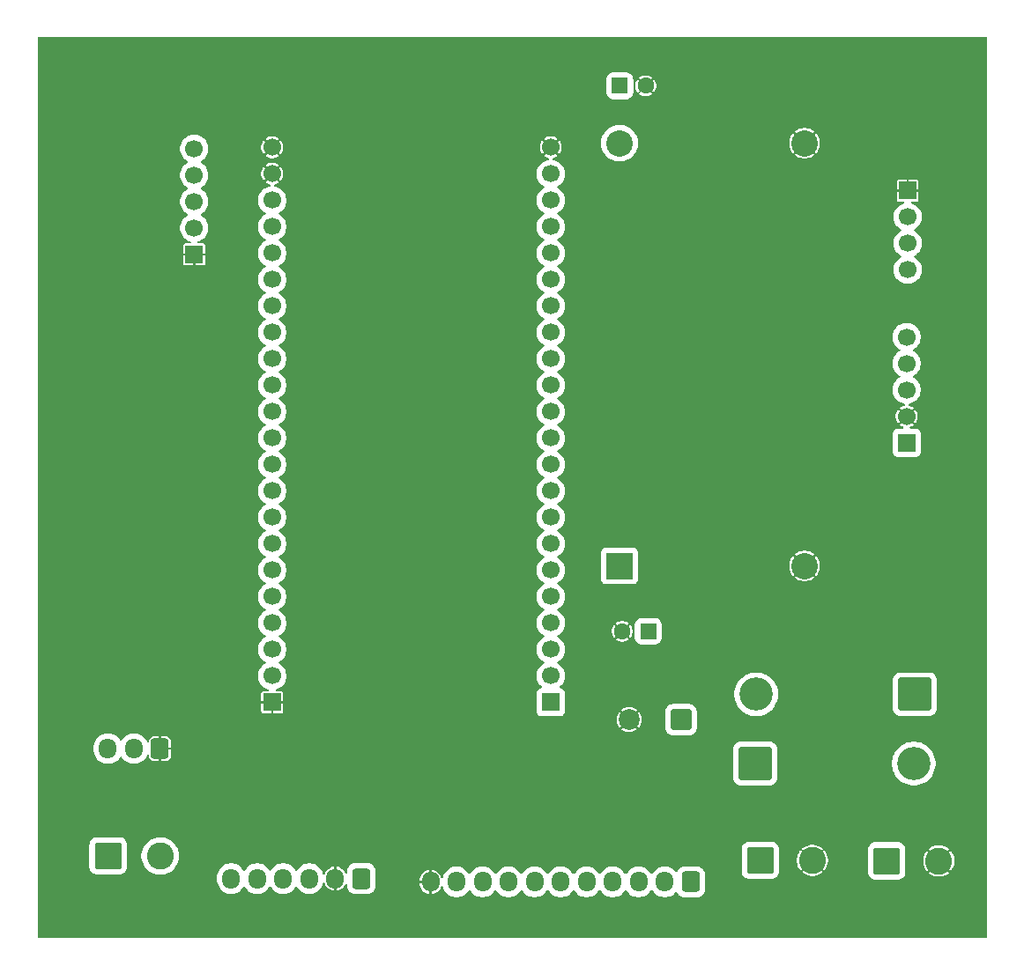
<source format=gbr>
%TF.GenerationSoftware,KiCad,Pcbnew,9.0.3*%
%TF.CreationDate,2025-12-20T12:47:06+07:00*%
%TF.ProjectId,shield,73686965-6c64-42e6-9b69-6361645f7063,rev?*%
%TF.SameCoordinates,Original*%
%TF.FileFunction,Copper,L2,Bot*%
%TF.FilePolarity,Positive*%
%FSLAX46Y46*%
G04 Gerber Fmt 4.6, Leading zero omitted, Abs format (unit mm)*
G04 Created by KiCad (PCBNEW 9.0.3) date 2025-12-20 12:47:06*
%MOMM*%
%LPD*%
G01*
G04 APERTURE LIST*
G04 Aperture macros list*
%AMRoundRect*
0 Rectangle with rounded corners*
0 $1 Rounding radius*
0 $2 $3 $4 $5 $6 $7 $8 $9 X,Y pos of 4 corners*
0 Add a 4 corners polygon primitive as box body*
4,1,4,$2,$3,$4,$5,$6,$7,$8,$9,$2,$3,0*
0 Add four circle primitives for the rounded corners*
1,1,$1+$1,$2,$3*
1,1,$1+$1,$4,$5*
1,1,$1+$1,$6,$7*
1,1,$1+$1,$8,$9*
0 Add four rect primitives between the rounded corners*
20,1,$1+$1,$2,$3,$4,$5,0*
20,1,$1+$1,$4,$5,$6,$7,0*
20,1,$1+$1,$6,$7,$8,$9,0*
20,1,$1+$1,$8,$9,$2,$3,0*%
G04 Aperture macros list end*
%TA.AperFunction,ComponentPad*%
%ADD10RoundRect,0.250000X-1.050000X-1.050000X1.050000X-1.050000X1.050000X1.050000X-1.050000X1.050000X0*%
%TD*%
%TA.AperFunction,ComponentPad*%
%ADD11C,2.600000*%
%TD*%
%TA.AperFunction,ComponentPad*%
%ADD12RoundRect,0.250000X1.350000X1.350000X-1.350000X1.350000X-1.350000X-1.350000X1.350000X-1.350000X0*%
%TD*%
%TA.AperFunction,ComponentPad*%
%ADD13C,3.200000*%
%TD*%
%TA.AperFunction,ComponentPad*%
%ADD14R,1.700000X1.700000*%
%TD*%
%TA.AperFunction,ComponentPad*%
%ADD15C,1.700000*%
%TD*%
%TA.AperFunction,ComponentPad*%
%ADD16RoundRect,0.250000X0.550000X0.550000X-0.550000X0.550000X-0.550000X-0.550000X0.550000X-0.550000X0*%
%TD*%
%TA.AperFunction,ComponentPad*%
%ADD17C,1.600000*%
%TD*%
%TA.AperFunction,ComponentPad*%
%ADD18RoundRect,0.250000X-1.350000X-1.350000X1.350000X-1.350000X1.350000X1.350000X-1.350000X1.350000X0*%
%TD*%
%TA.AperFunction,ComponentPad*%
%ADD19RoundRect,0.250000X0.600000X0.725000X-0.600000X0.725000X-0.600000X-0.725000X0.600000X-0.725000X0*%
%TD*%
%TA.AperFunction,ComponentPad*%
%ADD20O,1.700000X1.950000*%
%TD*%
%TA.AperFunction,ComponentPad*%
%ADD21RoundRect,0.250000X-0.550000X-0.550000X0.550000X-0.550000X0.550000X0.550000X-0.550000X0.550000X0*%
%TD*%
%TA.AperFunction,ComponentPad*%
%ADD22RoundRect,0.250000X0.750000X0.750000X-0.750000X0.750000X-0.750000X-0.750000X0.750000X-0.750000X0*%
%TD*%
%TA.AperFunction,ComponentPad*%
%ADD23C,2.000000*%
%TD*%
%TA.AperFunction,ComponentPad*%
%ADD24R,2.540000X2.540000*%
%TD*%
%TA.AperFunction,ComponentPad*%
%ADD25C,2.540000*%
%TD*%
G04 APERTURE END LIST*
D10*
%TO.P,J4,1,Pin_1*%
%TO.N,Net-(D2-A)*%
X190768600Y-139389900D03*
D11*
%TO.P,J4,2,Pin_2*%
%TO.N,GND*%
X195768600Y-139389900D03*
%TD*%
D12*
%TO.P,D1,1,K*%
%TO.N,Net-(D1-K)*%
X193471800Y-123367800D03*
D13*
%TO.P,D1,2,A*%
%TO.N,VCC*%
X178231800Y-123367800D03*
%TD*%
D14*
%TO.P,J8,1,Pin_1*%
%TO.N,+3V3*%
X158496400Y-124135200D03*
D15*
%TO.P,J8,2,Pin_2*%
%TO.N,unconnected-(J8-Pin_2-Pad2)*%
X158496400Y-121595200D03*
%TO.P,J8,3,Pin_3*%
%TO.N,unconnected-(J8-Pin_3-Pad3)*%
X158496400Y-119055200D03*
%TO.P,J8,4,Pin_4*%
%TO.N,/GPIO4*%
X158496400Y-116515200D03*
%TO.P,J8,5,Pin_5*%
%TO.N,/GPIO5*%
X158496400Y-113975200D03*
%TO.P,J8,6,Pin_6*%
%TO.N,/GPIO6*%
X158496400Y-111435200D03*
%TO.P,J8,7,Pin_7*%
%TO.N,/GPIO7*%
X158496400Y-108895200D03*
%TO.P,J8,8,Pin_8*%
%TO.N,/GPIO15*%
X158496400Y-106355200D03*
%TO.P,J8,9,Pin_9*%
%TO.N,/GPIO16*%
X158496400Y-103815200D03*
%TO.P,J8,10,Pin_10*%
%TO.N,/GPIO17*%
X158496400Y-101275200D03*
%TO.P,J8,11,Pin_11*%
%TO.N,/GPIO18*%
X158496400Y-98735200D03*
%TO.P,J8,12,Pin_12*%
%TO.N,/GPIO8*%
X158496400Y-96195200D03*
%TO.P,J8,13,Pin_13*%
%TO.N,unconnected-(J8-Pin_13-Pad13)*%
X158496400Y-93655200D03*
%TO.P,J8,14,Pin_14*%
%TO.N,unconnected-(J8-Pin_14-Pad14)*%
X158496400Y-91115200D03*
%TO.P,J8,15,Pin_15*%
%TO.N,/GPIO9*%
X158496400Y-88575200D03*
%TO.P,J8,16,Pin_16*%
%TO.N,/GPIO10*%
X158496400Y-86035200D03*
%TO.P,J8,17,Pin_17*%
%TO.N,/GPIO11+SDA*%
X158496400Y-83495200D03*
%TO.P,J8,18,Pin_18*%
%TO.N,/GPIO12+SCL*%
X158496400Y-80955200D03*
%TO.P,J8,19,Pin_19*%
%TO.N,/GPIO13*%
X158496400Y-78415200D03*
%TO.P,J8,20,Pin_20*%
%TO.N,/GPIO14*%
X158496400Y-75875200D03*
%TO.P,J8,21,Pin_21*%
%TO.N,+5V*%
X158496400Y-73335200D03*
%TO.P,J8,22,Pin_22*%
%TO.N,GND*%
X158496400Y-70795200D03*
%TD*%
D16*
%TO.P,C3,1*%
%TO.N,VCC*%
X167854513Y-117322600D03*
D17*
%TO.P,C3,2*%
%TO.N,GND*%
X165354513Y-117322600D03*
%TD*%
D18*
%TO.P,D2,1,K*%
%TO.N,VCC*%
X178130200Y-130022600D03*
D13*
%TO.P,D2,2,A*%
%TO.N,Net-(D2-A)*%
X193370200Y-130022600D03*
%TD*%
D10*
%TO.P,J15,1,Pin_1*%
%TO.N,Net-(D1-K)*%
X178627400Y-139339100D03*
D11*
%TO.P,J15,2,Pin_2*%
%TO.N,GND*%
X183627400Y-139339100D03*
%TD*%
D19*
%TO.P,J13,1,Pin_1*%
%TO.N,/M1*%
X140285800Y-141088600D03*
D20*
%TO.P,J13,2,Pin_2*%
%TO.N,GND*%
X137785800Y-141088600D03*
%TO.P,J13,3,Pin_3*%
%TO.N,/GPIO8*%
X135285800Y-141088600D03*
%TO.P,J13,4,Pin_4*%
%TO.N,/GPIO9*%
X132785800Y-141088600D03*
%TO.P,J13,5,Pin_5*%
%TO.N,+5V*%
X130285800Y-141088600D03*
%TO.P,J13,6,Pin_6*%
%TO.N,/M2*%
X127785800Y-141088600D03*
%TD*%
D14*
%TO.P,J6,1,Pin_1*%
%TO.N,GND*%
X192785600Y-74940000D03*
D15*
%TO.P,J6,2,Pin_2*%
%TO.N,+5V*%
X192785600Y-77480000D03*
%TO.P,J6,3,Pin_3*%
%TO.N,/GPIO12+SCL*%
X192785600Y-80020000D03*
%TO.P,J6,4,Pin_4*%
%TO.N,/GPIO11+SDA*%
X192785600Y-82560000D03*
%TD*%
D14*
%TO.P,J5,1,Pin_1*%
%TO.N,GND*%
X124231400Y-81076800D03*
D15*
%TO.P,J5,2,Pin_2*%
%TO.N,+5V*%
X124231400Y-78536800D03*
%TO.P,J5,3,Pin_3*%
%TO.N,/GPIO2*%
X124231400Y-75996800D03*
%TO.P,J5,4,Pin_4*%
%TO.N,/GPIO13*%
X124231400Y-73456800D03*
%TO.P,J5,5,Pin_5*%
%TO.N,/GPIO14*%
X124231400Y-70916800D03*
%TD*%
D19*
%TO.P,J3,1,Pin_1*%
%TO.N,GND*%
X120940200Y-128591800D03*
D20*
%TO.P,J3,2,Pin_2*%
%TO.N,+5V*%
X118440200Y-128591800D03*
%TO.P,J3,3,Pin_3*%
%TO.N,/GPIO1*%
X115940200Y-128591800D03*
%TD*%
D10*
%TO.P,J14,1,Pin_1*%
%TO.N,/M1*%
X115965600Y-138907300D03*
D11*
%TO.P,J14,2,Pin_2*%
%TO.N,/M2*%
X120965600Y-138907300D03*
%TD*%
D14*
%TO.P,J2,1,Pin_1*%
%TO.N,+3V3*%
X192684800Y-99182400D03*
D15*
%TO.P,J2,2,Pin_2*%
%TO.N,GND*%
X192684800Y-96642400D03*
%TO.P,J2,3,Pin_3*%
%TO.N,/GPIO12+SCL*%
X192684800Y-94102400D03*
%TO.P,J2,4,Pin_4*%
%TO.N,/GPIO11+SDA*%
X192684800Y-91562400D03*
%TO.P,J2,5,Pin_5*%
%TO.N,/GPIO10*%
X192684800Y-89022400D03*
%TD*%
D14*
%TO.P,J9,1,Pin_1*%
%TO.N,GND*%
X131726400Y-124135200D03*
D15*
%TO.P,J9,2,Pin_2*%
%TO.N,unconnected-(J9-Pin_2-Pad2)*%
X131726400Y-121595200D03*
%TO.P,J9,3,Pin_3*%
%TO.N,unconnected-(J9-Pin_3-Pad3)*%
X131726400Y-119055200D03*
%TO.P,J9,4,Pin_4*%
%TO.N,/GPIO1*%
X131726400Y-116515200D03*
%TO.P,J9,5,Pin_5*%
%TO.N,/GPIO2*%
X131726400Y-113975200D03*
%TO.P,J9,6,Pin_6*%
%TO.N,unconnected-(J9-Pin_6-Pad6)*%
X131726400Y-111435200D03*
%TO.P,J9,7,Pin_7*%
%TO.N,unconnected-(J9-Pin_7-Pad7)*%
X131726400Y-108895200D03*
%TO.P,J9,8,Pin_8*%
%TO.N,unconnected-(J9-Pin_8-Pad8)*%
X131726400Y-106355200D03*
%TO.P,J9,9,Pin_9*%
%TO.N,unconnected-(J9-Pin_9-Pad9)*%
X131726400Y-103815200D03*
%TO.P,J9,10,Pin_10*%
%TO.N,unconnected-(J9-Pin_10-Pad10)*%
X131726400Y-101275200D03*
%TO.P,J9,11,Pin_11*%
%TO.N,unconnected-(J9-Pin_11-Pad11)*%
X131726400Y-98735200D03*
%TO.P,J9,12,Pin_12*%
%TO.N,unconnected-(J9-Pin_12-Pad12)*%
X131726400Y-96195200D03*
%TO.P,J9,13,Pin_13*%
%TO.N,unconnected-(J9-Pin_13-Pad13)*%
X131726400Y-93655200D03*
%TO.P,J9,14,Pin_14*%
%TO.N,unconnected-(J9-Pin_14-Pad14)*%
X131726400Y-91115200D03*
%TO.P,J9,15,Pin_15*%
%TO.N,unconnected-(J9-Pin_15-Pad15)*%
X131726400Y-88575200D03*
%TO.P,J9,16,Pin_16*%
%TO.N,unconnected-(J9-Pin_16-Pad16)*%
X131726400Y-86035200D03*
%TO.P,J9,17,Pin_17*%
%TO.N,unconnected-(J9-Pin_17-Pad17)*%
X131726400Y-83495200D03*
%TO.P,J9,18,Pin_18*%
%TO.N,unconnected-(J9-Pin_18-Pad18)*%
X131726400Y-80955200D03*
%TO.P,J9,19,Pin_19*%
%TO.N,unconnected-(J9-Pin_19-Pad19)*%
X131726400Y-78415200D03*
%TO.P,J9,20,Pin_20*%
%TO.N,unconnected-(J9-Pin_20-Pad20)*%
X131726400Y-75875200D03*
%TO.P,J9,21,Pin_21*%
%TO.N,GND*%
X131726400Y-73335200D03*
%TO.P,J9,22,Pin_22*%
X131726400Y-70795200D03*
%TD*%
D21*
%TO.P,C5,1*%
%TO.N,+5V*%
X165114088Y-64871600D03*
D17*
%TO.P,C5,2*%
%TO.N,GND*%
X167614088Y-64871600D03*
%TD*%
D19*
%TO.P,J1,1,Pin_1*%
%TO.N,/GPIO4*%
X171937400Y-141410400D03*
D20*
%TO.P,J1,2,Pin_2*%
%TO.N,/GPIO5*%
X169437400Y-141410400D03*
%TO.P,J1,3,Pin_3*%
%TO.N,/GPIO6*%
X166937400Y-141410400D03*
%TO.P,J1,4,Pin_4*%
%TO.N,/GPIO7*%
X164437400Y-141410400D03*
%TO.P,J1,5,Pin_5*%
%TO.N,/GPIO15*%
X161937400Y-141410400D03*
%TO.P,J1,6,Pin_6*%
%TO.N,/GPIO16*%
X159437400Y-141410400D03*
%TO.P,J1,7,Pin_7*%
%TO.N,/GPIO17*%
X156937400Y-141410400D03*
%TO.P,J1,8,Pin_8*%
%TO.N,/GPIO18*%
X154437400Y-141410400D03*
%TO.P,J1,9,Pin_9*%
%TO.N,unconnected-(J1-Pin_9-Pad9)*%
X151937400Y-141410400D03*
%TO.P,J1,10,Pin_10*%
%TO.N,+5V*%
X149437400Y-141410400D03*
%TO.P,J1,11,Pin_11*%
%TO.N,GND*%
X146937400Y-141410400D03*
%TD*%
D22*
%TO.P,C1,1*%
%TO.N,VCC*%
X171014400Y-125806200D03*
D23*
%TO.P,C1,2*%
%TO.N,GND*%
X166014400Y-125806200D03*
%TD*%
D24*
%TO.P,U1,1,Vin*%
%TO.N,VCC*%
X165100000Y-111023400D03*
D25*
%TO.P,U1,2,GND*%
%TO.N,GND*%
X182880000Y-111023400D03*
%TO.P,U1,3,GND*%
X182880000Y-70383400D03*
%TO.P,U1,4,Vout*%
%TO.N,+5V*%
X165100000Y-70383400D03*
%TD*%
%TA.AperFunction,Conductor*%
%TO.N,GND*%
G36*
X200344091Y-60161807D02*
G01*
X200380055Y-60211307D01*
X200384900Y-60241900D01*
X200384900Y-146666500D01*
X200365993Y-146724691D01*
X200316493Y-146760655D01*
X200285900Y-146765500D01*
X109289300Y-146765500D01*
X109231109Y-146746593D01*
X109195145Y-146697093D01*
X109190300Y-146666500D01*
X109190300Y-140857309D01*
X126435300Y-140857309D01*
X126435300Y-141319890D01*
X126468552Y-141529838D01*
X126534243Y-141732012D01*
X126630748Y-141921415D01*
X126630750Y-141921419D01*
X126755691Y-142093386D01*
X126755693Y-142093388D01*
X126755696Y-142093392D01*
X126906008Y-142243704D01*
X126906011Y-142243706D01*
X126906013Y-142243708D01*
X127077980Y-142368649D01*
X127077984Y-142368651D01*
X127267388Y-142465157D01*
X127469557Y-142530846D01*
X127469558Y-142530846D01*
X127469561Y-142530847D01*
X127679510Y-142564100D01*
X127679513Y-142564100D01*
X127892090Y-142564100D01*
X128102038Y-142530847D01*
X128102039Y-142530846D01*
X128102043Y-142530846D01*
X128304212Y-142465157D01*
X128493616Y-142368651D01*
X128665592Y-142243704D01*
X128815904Y-142093392D01*
X128940851Y-141921416D01*
X128947589Y-141908190D01*
X128990853Y-141864925D01*
X129051285Y-141855352D01*
X129105802Y-141883129D01*
X129124011Y-141908191D01*
X129130749Y-141921416D01*
X129130750Y-141921419D01*
X129255691Y-142093386D01*
X129255693Y-142093388D01*
X129255696Y-142093392D01*
X129406008Y-142243704D01*
X129406011Y-142243706D01*
X129406013Y-142243708D01*
X129577980Y-142368649D01*
X129577984Y-142368651D01*
X129767388Y-142465157D01*
X129969557Y-142530846D01*
X129969558Y-142530846D01*
X129969561Y-142530847D01*
X130179510Y-142564100D01*
X130179513Y-142564100D01*
X130392090Y-142564100D01*
X130602038Y-142530847D01*
X130602039Y-142530846D01*
X130602043Y-142530846D01*
X130804212Y-142465157D01*
X130993616Y-142368651D01*
X131165592Y-142243704D01*
X131315904Y-142093392D01*
X131440851Y-141921416D01*
X131447589Y-141908190D01*
X131490853Y-141864925D01*
X131551285Y-141855352D01*
X131605802Y-141883129D01*
X131624011Y-141908191D01*
X131630749Y-141921416D01*
X131630750Y-141921419D01*
X131755691Y-142093386D01*
X131755693Y-142093388D01*
X131755696Y-142093392D01*
X131906008Y-142243704D01*
X131906011Y-142243706D01*
X131906013Y-142243708D01*
X132077980Y-142368649D01*
X132077984Y-142368651D01*
X132267388Y-142465157D01*
X132469557Y-142530846D01*
X132469558Y-142530846D01*
X132469561Y-142530847D01*
X132679510Y-142564100D01*
X132679513Y-142564100D01*
X132892090Y-142564100D01*
X133102038Y-142530847D01*
X133102039Y-142530846D01*
X133102043Y-142530846D01*
X133304212Y-142465157D01*
X133493616Y-142368651D01*
X133665592Y-142243704D01*
X133815904Y-142093392D01*
X133940851Y-141921416D01*
X133947589Y-141908190D01*
X133990853Y-141864925D01*
X134051285Y-141855352D01*
X134105802Y-141883129D01*
X134124011Y-141908191D01*
X134130749Y-141921416D01*
X134130750Y-141921419D01*
X134255691Y-142093386D01*
X134255693Y-142093388D01*
X134255696Y-142093392D01*
X134406008Y-142243704D01*
X134406011Y-142243706D01*
X134406013Y-142243708D01*
X134577980Y-142368649D01*
X134577984Y-142368651D01*
X134767388Y-142465157D01*
X134969557Y-142530846D01*
X134969558Y-142530846D01*
X134969561Y-142530847D01*
X135179510Y-142564100D01*
X135179513Y-142564100D01*
X135392090Y-142564100D01*
X135602038Y-142530847D01*
X135602039Y-142530846D01*
X135602043Y-142530846D01*
X135804212Y-142465157D01*
X135993616Y-142368651D01*
X136165592Y-142243704D01*
X136315904Y-142093392D01*
X136440851Y-141921416D01*
X136537357Y-141732012D01*
X136598032Y-141545272D01*
X136633995Y-141495775D01*
X136692186Y-141476867D01*
X136750376Y-141495774D01*
X136783650Y-141537981D01*
X136855301Y-141710960D01*
X136855308Y-141710974D01*
X136970205Y-141882929D01*
X137116470Y-142029194D01*
X137288425Y-142144091D01*
X137288439Y-142144098D01*
X137479527Y-142223250D01*
X137682381Y-142263599D01*
X137682386Y-142263600D01*
X137685799Y-142263600D01*
X137685800Y-142263599D01*
X137685800Y-141553561D01*
X137723265Y-141563600D01*
X137848335Y-141563600D01*
X137885800Y-141553561D01*
X137885800Y-142263599D01*
X137885801Y-142263600D01*
X137889214Y-142263600D01*
X137889218Y-142263599D01*
X138092072Y-142223250D01*
X138283160Y-142144098D01*
X138283174Y-142144091D01*
X138455129Y-142029194D01*
X138601394Y-141882929D01*
X138716291Y-141710974D01*
X138716300Y-141710957D01*
X138744836Y-141642064D01*
X138784572Y-141595538D01*
X138844066Y-141581254D01*
X138900595Y-141604668D01*
X138932564Y-141656837D01*
X138935300Y-141679948D01*
X138935300Y-141863616D01*
X138945799Y-141966388D01*
X138945802Y-141966400D01*
X139000987Y-142132936D01*
X139093085Y-142282252D01*
X139093086Y-142282253D01*
X139093088Y-142282256D01*
X139217144Y-142406312D01*
X139217146Y-142406313D01*
X139217147Y-142406314D01*
X139231541Y-142415192D01*
X139366466Y-142498414D01*
X139533003Y-142553599D01*
X139635791Y-142564100D01*
X140935808Y-142564099D01*
X140935816Y-142564099D01*
X141038588Y-142553600D01*
X141038588Y-142553599D01*
X141038597Y-142553599D01*
X141205134Y-142498414D01*
X141354456Y-142406312D01*
X141478512Y-142282256D01*
X141570614Y-142132934D01*
X141625799Y-141966397D01*
X141630394Y-141921416D01*
X141636300Y-141863616D01*
X141636300Y-141181981D01*
X145887400Y-141181981D01*
X145887400Y-141310399D01*
X145887401Y-141310400D01*
X146472439Y-141310400D01*
X146462400Y-141347865D01*
X146462400Y-141472935D01*
X146472439Y-141510400D01*
X145887401Y-141510400D01*
X145887400Y-141510401D01*
X145887400Y-141638818D01*
X145927749Y-141841672D01*
X146006901Y-142032760D01*
X146006908Y-142032774D01*
X146121805Y-142204729D01*
X146268070Y-142350994D01*
X146440025Y-142465891D01*
X146440039Y-142465898D01*
X146631127Y-142545050D01*
X146833981Y-142585399D01*
X146833986Y-142585400D01*
X146837399Y-142585400D01*
X146837400Y-142585399D01*
X146837400Y-141875361D01*
X146874865Y-141885400D01*
X146999935Y-141885400D01*
X147037400Y-141875361D01*
X147037400Y-142585399D01*
X147037401Y-142585400D01*
X147040814Y-142585400D01*
X147040818Y-142585399D01*
X147243672Y-142545050D01*
X147434760Y-142465898D01*
X147434774Y-142465891D01*
X147606729Y-142350994D01*
X147752994Y-142204729D01*
X147867891Y-142032774D01*
X147867898Y-142032760D01*
X147939549Y-141859781D01*
X147979286Y-141813256D01*
X148038780Y-141798972D01*
X148095308Y-141822387D01*
X148125167Y-141867073D01*
X148142825Y-141921416D01*
X148185843Y-142053812D01*
X148282348Y-142243215D01*
X148282350Y-142243219D01*
X148407291Y-142415186D01*
X148407293Y-142415188D01*
X148407296Y-142415192D01*
X148557608Y-142565504D01*
X148557611Y-142565506D01*
X148557613Y-142565508D01*
X148729580Y-142690449D01*
X148729584Y-142690451D01*
X148918988Y-142786957D01*
X149121157Y-142852646D01*
X149121158Y-142852646D01*
X149121161Y-142852647D01*
X149331110Y-142885900D01*
X149331113Y-142885900D01*
X149543690Y-142885900D01*
X149753638Y-142852647D01*
X149753639Y-142852646D01*
X149753643Y-142852646D01*
X149955812Y-142786957D01*
X150145216Y-142690451D01*
X150317192Y-142565504D01*
X150467504Y-142415192D01*
X150592094Y-142243708D01*
X150592449Y-142243219D01*
X150592449Y-142243218D01*
X150592451Y-142243216D01*
X150599189Y-142229990D01*
X150642453Y-142186725D01*
X150702885Y-142177152D01*
X150757402Y-142204929D01*
X150775611Y-142229991D01*
X150782349Y-142243216D01*
X150782350Y-142243219D01*
X150907291Y-142415186D01*
X150907293Y-142415188D01*
X150907296Y-142415192D01*
X151057608Y-142565504D01*
X151057611Y-142565506D01*
X151057613Y-142565508D01*
X151229580Y-142690449D01*
X151229584Y-142690451D01*
X151418988Y-142786957D01*
X151621157Y-142852646D01*
X151621158Y-142852646D01*
X151621161Y-142852647D01*
X151831110Y-142885900D01*
X151831113Y-142885900D01*
X152043690Y-142885900D01*
X152253638Y-142852647D01*
X152253639Y-142852646D01*
X152253643Y-142852646D01*
X152455812Y-142786957D01*
X152645216Y-142690451D01*
X152817192Y-142565504D01*
X152967504Y-142415192D01*
X153092094Y-142243708D01*
X153092449Y-142243219D01*
X153092449Y-142243218D01*
X153092451Y-142243216D01*
X153099189Y-142229990D01*
X153142453Y-142186725D01*
X153202885Y-142177152D01*
X153257402Y-142204929D01*
X153275611Y-142229991D01*
X153282349Y-142243216D01*
X153282350Y-142243219D01*
X153407291Y-142415186D01*
X153407293Y-142415188D01*
X153407296Y-142415192D01*
X153557608Y-142565504D01*
X153557611Y-142565506D01*
X153557613Y-142565508D01*
X153729580Y-142690449D01*
X153729584Y-142690451D01*
X153918988Y-142786957D01*
X154121157Y-142852646D01*
X154121158Y-142852646D01*
X154121161Y-142852647D01*
X154331110Y-142885900D01*
X154331113Y-142885900D01*
X154543690Y-142885900D01*
X154753638Y-142852647D01*
X154753639Y-142852646D01*
X154753643Y-142852646D01*
X154955812Y-142786957D01*
X155145216Y-142690451D01*
X155317192Y-142565504D01*
X155467504Y-142415192D01*
X155592094Y-142243708D01*
X155592449Y-142243219D01*
X155592449Y-142243218D01*
X155592451Y-142243216D01*
X155599189Y-142229990D01*
X155642453Y-142186725D01*
X155702885Y-142177152D01*
X155757402Y-142204929D01*
X155775611Y-142229991D01*
X155782349Y-142243216D01*
X155782350Y-142243219D01*
X155907291Y-142415186D01*
X155907293Y-142415188D01*
X155907296Y-142415192D01*
X156057608Y-142565504D01*
X156057611Y-142565506D01*
X156057613Y-142565508D01*
X156229580Y-142690449D01*
X156229584Y-142690451D01*
X156418988Y-142786957D01*
X156621157Y-142852646D01*
X156621158Y-142852646D01*
X156621161Y-142852647D01*
X156831110Y-142885900D01*
X156831113Y-142885900D01*
X157043690Y-142885900D01*
X157253638Y-142852647D01*
X157253639Y-142852646D01*
X157253643Y-142852646D01*
X157455812Y-142786957D01*
X157645216Y-142690451D01*
X157817192Y-142565504D01*
X157967504Y-142415192D01*
X158092094Y-142243708D01*
X158092449Y-142243219D01*
X158092449Y-142243218D01*
X158092451Y-142243216D01*
X158099189Y-142229990D01*
X158142453Y-142186725D01*
X158202885Y-142177152D01*
X158257402Y-142204929D01*
X158275611Y-142229991D01*
X158282349Y-142243216D01*
X158282350Y-142243219D01*
X158407291Y-142415186D01*
X158407293Y-142415188D01*
X158407296Y-142415192D01*
X158557608Y-142565504D01*
X158557611Y-142565506D01*
X158557613Y-142565508D01*
X158729580Y-142690449D01*
X158729584Y-142690451D01*
X158918988Y-142786957D01*
X159121157Y-142852646D01*
X159121158Y-142852646D01*
X159121161Y-142852647D01*
X159331110Y-142885900D01*
X159331113Y-142885900D01*
X159543690Y-142885900D01*
X159753638Y-142852647D01*
X159753639Y-142852646D01*
X159753643Y-142852646D01*
X159955812Y-142786957D01*
X160145216Y-142690451D01*
X160317192Y-142565504D01*
X160467504Y-142415192D01*
X160592094Y-142243708D01*
X160592449Y-142243219D01*
X160592449Y-142243218D01*
X160592451Y-142243216D01*
X160599189Y-142229990D01*
X160642453Y-142186725D01*
X160702885Y-142177152D01*
X160757402Y-142204929D01*
X160775611Y-142229991D01*
X160782349Y-142243216D01*
X160782350Y-142243219D01*
X160907291Y-142415186D01*
X160907293Y-142415188D01*
X160907296Y-142415192D01*
X161057608Y-142565504D01*
X161057611Y-142565506D01*
X161057613Y-142565508D01*
X161229580Y-142690449D01*
X161229584Y-142690451D01*
X161418988Y-142786957D01*
X161621157Y-142852646D01*
X161621158Y-142852646D01*
X161621161Y-142852647D01*
X161831110Y-142885900D01*
X161831113Y-142885900D01*
X162043690Y-142885900D01*
X162253638Y-142852647D01*
X162253639Y-142852646D01*
X162253643Y-142852646D01*
X162455812Y-142786957D01*
X162645216Y-142690451D01*
X162817192Y-142565504D01*
X162967504Y-142415192D01*
X163092094Y-142243708D01*
X163092449Y-142243219D01*
X163092449Y-142243218D01*
X163092451Y-142243216D01*
X163099189Y-142229990D01*
X163142453Y-142186725D01*
X163202885Y-142177152D01*
X163257402Y-142204929D01*
X163275611Y-142229991D01*
X163282349Y-142243216D01*
X163282350Y-142243219D01*
X163407291Y-142415186D01*
X163407293Y-142415188D01*
X163407296Y-142415192D01*
X163557608Y-142565504D01*
X163557611Y-142565506D01*
X163557613Y-142565508D01*
X163729580Y-142690449D01*
X163729584Y-142690451D01*
X163918988Y-142786957D01*
X164121157Y-142852646D01*
X164121158Y-142852646D01*
X164121161Y-142852647D01*
X164331110Y-142885900D01*
X164331113Y-142885900D01*
X164543690Y-142885900D01*
X164753638Y-142852647D01*
X164753639Y-142852646D01*
X164753643Y-142852646D01*
X164955812Y-142786957D01*
X165145216Y-142690451D01*
X165317192Y-142565504D01*
X165467504Y-142415192D01*
X165592094Y-142243708D01*
X165592449Y-142243219D01*
X165592449Y-142243218D01*
X165592451Y-142243216D01*
X165599189Y-142229990D01*
X165642453Y-142186725D01*
X165702885Y-142177152D01*
X165757402Y-142204929D01*
X165775611Y-142229991D01*
X165782349Y-142243216D01*
X165782350Y-142243219D01*
X165907291Y-142415186D01*
X165907293Y-142415188D01*
X165907296Y-142415192D01*
X166057608Y-142565504D01*
X166057611Y-142565506D01*
X166057613Y-142565508D01*
X166229580Y-142690449D01*
X166229584Y-142690451D01*
X166418988Y-142786957D01*
X166621157Y-142852646D01*
X166621158Y-142852646D01*
X166621161Y-142852647D01*
X166831110Y-142885900D01*
X166831113Y-142885900D01*
X167043690Y-142885900D01*
X167253638Y-142852647D01*
X167253639Y-142852646D01*
X167253643Y-142852646D01*
X167455812Y-142786957D01*
X167645216Y-142690451D01*
X167817192Y-142565504D01*
X167967504Y-142415192D01*
X168092094Y-142243708D01*
X168092449Y-142243219D01*
X168092449Y-142243218D01*
X168092451Y-142243216D01*
X168099189Y-142229990D01*
X168142453Y-142186725D01*
X168202885Y-142177152D01*
X168257402Y-142204929D01*
X168275611Y-142229991D01*
X168282349Y-142243216D01*
X168282350Y-142243219D01*
X168407291Y-142415186D01*
X168407293Y-142415188D01*
X168407296Y-142415192D01*
X168557608Y-142565504D01*
X168557611Y-142565506D01*
X168557613Y-142565508D01*
X168729580Y-142690449D01*
X168729584Y-142690451D01*
X168918988Y-142786957D01*
X169121157Y-142852646D01*
X169121158Y-142852646D01*
X169121161Y-142852647D01*
X169331110Y-142885900D01*
X169331113Y-142885900D01*
X169543690Y-142885900D01*
X169753638Y-142852647D01*
X169753639Y-142852646D01*
X169753643Y-142852646D01*
X169955812Y-142786957D01*
X170145216Y-142690451D01*
X170317192Y-142565504D01*
X170467504Y-142415192D01*
X170472222Y-142408696D01*
X170521717Y-142372731D01*
X170582903Y-142372726D01*
X170632406Y-142408686D01*
X170646292Y-142435741D01*
X170652586Y-142454735D01*
X170744685Y-142604052D01*
X170744686Y-142604053D01*
X170744688Y-142604056D01*
X170868744Y-142728112D01*
X171018066Y-142820214D01*
X171184603Y-142875399D01*
X171287391Y-142885900D01*
X172587408Y-142885899D01*
X172587416Y-142885899D01*
X172690188Y-142875400D01*
X172690188Y-142875399D01*
X172690197Y-142875399D01*
X172856734Y-142820214D01*
X173006056Y-142728112D01*
X173130112Y-142604056D01*
X173222214Y-142454734D01*
X173277399Y-142288197D01*
X173287900Y-142185409D01*
X173287899Y-140635392D01*
X173287899Y-140635383D01*
X173277400Y-140532611D01*
X173277399Y-140532609D01*
X173277399Y-140532603D01*
X173222214Y-140366066D01*
X173154192Y-140255784D01*
X173130114Y-140216747D01*
X173130113Y-140216746D01*
X173130112Y-140216744D01*
X173006056Y-140092688D01*
X173006053Y-140092686D01*
X173006052Y-140092685D01*
X172856736Y-140000587D01*
X172856735Y-140000586D01*
X172856734Y-140000586D01*
X172690197Y-139945401D01*
X172690194Y-139945400D01*
X172587416Y-139934900D01*
X171287383Y-139934900D01*
X171184611Y-139945399D01*
X171184599Y-139945402D01*
X171018063Y-140000587D01*
X170868747Y-140092685D01*
X170744685Y-140216747D01*
X170652586Y-140366063D01*
X170646292Y-140385059D01*
X170610039Y-140434348D01*
X170551739Y-140452914D01*
X170493660Y-140433667D01*
X170472225Y-140412106D01*
X170467504Y-140405608D01*
X170317192Y-140255296D01*
X170317188Y-140255293D01*
X170317186Y-140255291D01*
X170145219Y-140130350D01*
X170145215Y-140130348D01*
X169955812Y-140033843D01*
X169753638Y-139968152D01*
X169543690Y-139934900D01*
X169543687Y-139934900D01*
X169331113Y-139934900D01*
X169331110Y-139934900D01*
X169121161Y-139968152D01*
X168918987Y-140033843D01*
X168729584Y-140130348D01*
X168729580Y-140130350D01*
X168557613Y-140255291D01*
X168407291Y-140405613D01*
X168282350Y-140577580D01*
X168282348Y-140577584D01*
X168275610Y-140590810D01*
X168232345Y-140634075D01*
X168171913Y-140643646D01*
X168117396Y-140615869D01*
X168099190Y-140590810D01*
X168092451Y-140577584D01*
X168092449Y-140577580D01*
X167967508Y-140405613D01*
X167967505Y-140405610D01*
X167967504Y-140405608D01*
X167817192Y-140255296D01*
X167817188Y-140255293D01*
X167817186Y-140255291D01*
X167645219Y-140130350D01*
X167645215Y-140130348D01*
X167455812Y-140033843D01*
X167253638Y-139968152D01*
X167043690Y-139934900D01*
X167043687Y-139934900D01*
X166831113Y-139934900D01*
X166831110Y-139934900D01*
X166621161Y-139968152D01*
X166418987Y-140033843D01*
X166229584Y-140130348D01*
X166229580Y-140130350D01*
X166057613Y-140255291D01*
X165907291Y-140405613D01*
X165782350Y-140577580D01*
X165782348Y-140577584D01*
X165775610Y-140590810D01*
X165732345Y-140634075D01*
X165671913Y-140643646D01*
X165617396Y-140615869D01*
X165599190Y-140590810D01*
X165592451Y-140577584D01*
X165592449Y-140577580D01*
X165467508Y-140405613D01*
X165467505Y-140405610D01*
X165467504Y-140405608D01*
X165317192Y-140255296D01*
X165317188Y-140255293D01*
X165317186Y-140255291D01*
X165145219Y-140130350D01*
X165145215Y-140130348D01*
X164955812Y-140033843D01*
X164753638Y-139968152D01*
X164543690Y-139934900D01*
X164543687Y-139934900D01*
X164331113Y-139934900D01*
X164331110Y-139934900D01*
X164121161Y-139968152D01*
X163918987Y-140033843D01*
X163729584Y-140130348D01*
X163729580Y-140130350D01*
X163557613Y-140255291D01*
X163407291Y-140405613D01*
X163282350Y-140577580D01*
X163282348Y-140577584D01*
X163275610Y-140590810D01*
X163232345Y-140634075D01*
X163171913Y-140643646D01*
X163117396Y-140615869D01*
X163099190Y-140590810D01*
X163092451Y-140577584D01*
X163092449Y-140577580D01*
X162967508Y-140405613D01*
X162967505Y-140405610D01*
X162967504Y-140405608D01*
X162817192Y-140255296D01*
X162817188Y-140255293D01*
X162817186Y-140255291D01*
X162645219Y-140130350D01*
X162645215Y-140130348D01*
X162455812Y-140033843D01*
X162253638Y-139968152D01*
X162043690Y-139934900D01*
X162043687Y-139934900D01*
X161831113Y-139934900D01*
X161831110Y-139934900D01*
X161621161Y-139968152D01*
X161418987Y-140033843D01*
X161229584Y-140130348D01*
X161229580Y-140130350D01*
X161057613Y-140255291D01*
X160907291Y-140405613D01*
X160782350Y-140577580D01*
X160782348Y-140577584D01*
X160775610Y-140590810D01*
X160732345Y-140634075D01*
X160671913Y-140643646D01*
X160617396Y-140615869D01*
X160599190Y-140590810D01*
X160592451Y-140577584D01*
X160592449Y-140577580D01*
X160467508Y-140405613D01*
X160467505Y-140405610D01*
X160467504Y-140405608D01*
X160317192Y-140255296D01*
X160317188Y-140255293D01*
X160317186Y-140255291D01*
X160145219Y-140130350D01*
X160145215Y-140130348D01*
X159955812Y-140033843D01*
X159753638Y-139968152D01*
X159543690Y-139934900D01*
X159543687Y-139934900D01*
X159331113Y-139934900D01*
X159331110Y-139934900D01*
X159121161Y-139968152D01*
X158918987Y-140033843D01*
X158729584Y-140130348D01*
X158729580Y-140130350D01*
X158557613Y-140255291D01*
X158407291Y-140405613D01*
X158282350Y-140577580D01*
X158282348Y-140577584D01*
X158275610Y-140590810D01*
X158232345Y-140634075D01*
X158171913Y-140643646D01*
X158117396Y-140615869D01*
X158099190Y-140590810D01*
X158092451Y-140577584D01*
X158092449Y-140577580D01*
X157967508Y-140405613D01*
X157967505Y-140405610D01*
X157967504Y-140405608D01*
X157817192Y-140255296D01*
X157817188Y-140255293D01*
X157817186Y-140255291D01*
X157645219Y-140130350D01*
X157645215Y-140130348D01*
X157455812Y-140033843D01*
X157253638Y-139968152D01*
X157043690Y-139934900D01*
X157043687Y-139934900D01*
X156831113Y-139934900D01*
X156831110Y-139934900D01*
X156621161Y-139968152D01*
X156418987Y-140033843D01*
X156229584Y-140130348D01*
X156229580Y-140130350D01*
X156057613Y-140255291D01*
X155907291Y-140405613D01*
X155782350Y-140577580D01*
X155782348Y-140577584D01*
X155775610Y-140590810D01*
X155732345Y-140634075D01*
X155671913Y-140643646D01*
X155617396Y-140615869D01*
X155599190Y-140590810D01*
X155592451Y-140577584D01*
X155592449Y-140577580D01*
X155467508Y-140405613D01*
X155467505Y-140405610D01*
X155467504Y-140405608D01*
X155317192Y-140255296D01*
X155317188Y-140255293D01*
X155317186Y-140255291D01*
X155145219Y-140130350D01*
X155145215Y-140130348D01*
X154955812Y-140033843D01*
X154753638Y-139968152D01*
X154543690Y-139934900D01*
X154543687Y-139934900D01*
X154331113Y-139934900D01*
X154331110Y-139934900D01*
X154121161Y-139968152D01*
X153918987Y-140033843D01*
X153729584Y-140130348D01*
X153729580Y-140130350D01*
X153557613Y-140255291D01*
X153407291Y-140405613D01*
X153282350Y-140577580D01*
X153282348Y-140577584D01*
X153275610Y-140590810D01*
X153232345Y-140634075D01*
X153171913Y-140643646D01*
X153117396Y-140615869D01*
X153099190Y-140590810D01*
X153092451Y-140577584D01*
X153092449Y-140577580D01*
X152967508Y-140405613D01*
X152967505Y-140405610D01*
X152967504Y-140405608D01*
X152817192Y-140255296D01*
X152817188Y-140255293D01*
X152817186Y-140255291D01*
X152645219Y-140130350D01*
X152645215Y-140130348D01*
X152455812Y-140033843D01*
X152253638Y-139968152D01*
X152043690Y-139934900D01*
X152043687Y-139934900D01*
X151831113Y-139934900D01*
X151831110Y-139934900D01*
X151621161Y-139968152D01*
X151418987Y-140033843D01*
X151229584Y-140130348D01*
X151229580Y-140130350D01*
X151057613Y-140255291D01*
X150907291Y-140405613D01*
X150782350Y-140577580D01*
X150782348Y-140577584D01*
X150775610Y-140590810D01*
X150732345Y-140634075D01*
X150671913Y-140643646D01*
X150617396Y-140615869D01*
X150599190Y-140590810D01*
X150592451Y-140577584D01*
X150592449Y-140577580D01*
X150467508Y-140405613D01*
X150467505Y-140405610D01*
X150467504Y-140405608D01*
X150317192Y-140255296D01*
X150317188Y-140255293D01*
X150317186Y-140255291D01*
X150145219Y-140130350D01*
X150145215Y-140130348D01*
X149955812Y-140033843D01*
X149753638Y-139968152D01*
X149543690Y-139934900D01*
X149543687Y-139934900D01*
X149331113Y-139934900D01*
X149331110Y-139934900D01*
X149121161Y-139968152D01*
X148918987Y-140033843D01*
X148729584Y-140130348D01*
X148729580Y-140130350D01*
X148557613Y-140255291D01*
X148407291Y-140405613D01*
X148282350Y-140577580D01*
X148282348Y-140577584D01*
X148185843Y-140766987D01*
X148125168Y-140953725D01*
X148089204Y-141003225D01*
X148031013Y-141022132D01*
X147972822Y-141003225D01*
X147939549Y-140961018D01*
X147867898Y-140788039D01*
X147867891Y-140788025D01*
X147752994Y-140616070D01*
X147606729Y-140469805D01*
X147434774Y-140354908D01*
X147434760Y-140354901D01*
X147243672Y-140275749D01*
X147040818Y-140235400D01*
X147037401Y-140235400D01*
X147037400Y-140235401D01*
X147037400Y-140945438D01*
X146999935Y-140935400D01*
X146874865Y-140935400D01*
X146837400Y-140945438D01*
X146837400Y-140235401D01*
X146837399Y-140235400D01*
X146833981Y-140235400D01*
X146631127Y-140275749D01*
X146440039Y-140354901D01*
X146440025Y-140354908D01*
X146268070Y-140469805D01*
X146121805Y-140616070D01*
X146006908Y-140788025D01*
X146006901Y-140788039D01*
X145927749Y-140979127D01*
X145887400Y-141181981D01*
X141636300Y-141181981D01*
X141636300Y-141177121D01*
X141636299Y-140313583D01*
X141625800Y-140210811D01*
X141625799Y-140210809D01*
X141625799Y-140210803D01*
X141570614Y-140044266D01*
X141490958Y-139915122D01*
X141478514Y-139894947D01*
X141478513Y-139894946D01*
X141478512Y-139894944D01*
X141354456Y-139770888D01*
X141354453Y-139770886D01*
X141354452Y-139770885D01*
X141205136Y-139678787D01*
X141205135Y-139678786D01*
X141205134Y-139678786D01*
X141038597Y-139623601D01*
X141038594Y-139623600D01*
X140935816Y-139613100D01*
X139635783Y-139613100D01*
X139533011Y-139623599D01*
X139532999Y-139623602D01*
X139366463Y-139678787D01*
X139217147Y-139770885D01*
X139093085Y-139894947D01*
X139000987Y-140044263D01*
X138945800Y-140210805D01*
X138935300Y-140313583D01*
X138935300Y-140497248D01*
X138916393Y-140555439D01*
X138866893Y-140591403D01*
X138805707Y-140591403D01*
X138756207Y-140555439D01*
X138744836Y-140535134D01*
X138716298Y-140466239D01*
X138716291Y-140466225D01*
X138601394Y-140294270D01*
X138455129Y-140148005D01*
X138283174Y-140033108D01*
X138283160Y-140033101D01*
X138092072Y-139953949D01*
X137889218Y-139913600D01*
X137885801Y-139913600D01*
X137885800Y-139913601D01*
X137885800Y-140623638D01*
X137848335Y-140613600D01*
X137723265Y-140613600D01*
X137685800Y-140623638D01*
X137685800Y-139913601D01*
X137685799Y-139913600D01*
X137682381Y-139913600D01*
X137479527Y-139953949D01*
X137288439Y-140033101D01*
X137288425Y-140033108D01*
X137116470Y-140148005D01*
X136970205Y-140294270D01*
X136855308Y-140466225D01*
X136855301Y-140466239D01*
X136783650Y-140639218D01*
X136743913Y-140685744D01*
X136684418Y-140700027D01*
X136627890Y-140676612D01*
X136598032Y-140631927D01*
X136537357Y-140445188D01*
X136440851Y-140255784D01*
X136440849Y-140255780D01*
X136315908Y-140083813D01*
X136315906Y-140083811D01*
X136315904Y-140083808D01*
X136165592Y-139933496D01*
X136165588Y-139933493D01*
X136165586Y-139933491D01*
X135993619Y-139808550D01*
X135993615Y-139808548D01*
X135804212Y-139712043D01*
X135602038Y-139646352D01*
X135392090Y-139613100D01*
X135392087Y-139613100D01*
X135179513Y-139613100D01*
X135179510Y-139613100D01*
X134969561Y-139646352D01*
X134767387Y-139712043D01*
X134577984Y-139808548D01*
X134577980Y-139808550D01*
X134406013Y-139933491D01*
X134255691Y-140083813D01*
X134130750Y-140255780D01*
X134130748Y-140255784D01*
X134124010Y-140269010D01*
X134080745Y-140312275D01*
X134020313Y-140321846D01*
X133965796Y-140294069D01*
X133947590Y-140269010D01*
X133940851Y-140255784D01*
X133940849Y-140255780D01*
X133815908Y-140083813D01*
X133815906Y-140083811D01*
X133815904Y-140083808D01*
X133665592Y-139933496D01*
X133665588Y-139933493D01*
X133665586Y-139933491D01*
X133493619Y-139808550D01*
X133493615Y-139808548D01*
X133304212Y-139712043D01*
X133102038Y-139646352D01*
X132892090Y-139613100D01*
X132892087Y-139613100D01*
X132679513Y-139613100D01*
X132679510Y-139613100D01*
X132469561Y-139646352D01*
X132267387Y-139712043D01*
X132077984Y-139808548D01*
X132077980Y-139808550D01*
X131906013Y-139933491D01*
X131755691Y-140083813D01*
X131630750Y-140255780D01*
X131630748Y-140255784D01*
X131624010Y-140269010D01*
X131580745Y-140312275D01*
X131520313Y-140321846D01*
X131465796Y-140294069D01*
X131447590Y-140269010D01*
X131440851Y-140255784D01*
X131440849Y-140255780D01*
X131315908Y-140083813D01*
X131315906Y-140083811D01*
X131315904Y-140083808D01*
X131165592Y-139933496D01*
X131165588Y-139933493D01*
X131165586Y-139933491D01*
X130993619Y-139808550D01*
X130993615Y-139808548D01*
X130804212Y-139712043D01*
X130602038Y-139646352D01*
X130392090Y-139613100D01*
X130392087Y-139613100D01*
X130179513Y-139613100D01*
X130179510Y-139613100D01*
X129969561Y-139646352D01*
X129767387Y-139712043D01*
X129577984Y-139808548D01*
X129577980Y-139808550D01*
X129406013Y-139933491D01*
X129255691Y-140083813D01*
X129130750Y-140255780D01*
X129130748Y-140255784D01*
X129124010Y-140269010D01*
X129080745Y-140312275D01*
X129020313Y-140321846D01*
X128965796Y-140294069D01*
X128947590Y-140269010D01*
X128940851Y-140255784D01*
X128940849Y-140255780D01*
X128815908Y-140083813D01*
X128815906Y-140083811D01*
X128815904Y-140083808D01*
X128665592Y-139933496D01*
X128665588Y-139933493D01*
X128665586Y-139933491D01*
X128493619Y-139808550D01*
X128493615Y-139808548D01*
X128304212Y-139712043D01*
X128102038Y-139646352D01*
X127892090Y-139613100D01*
X127892087Y-139613100D01*
X127679513Y-139613100D01*
X127679510Y-139613100D01*
X127469561Y-139646352D01*
X127267387Y-139712043D01*
X127077984Y-139808548D01*
X127077980Y-139808550D01*
X126906013Y-139933491D01*
X126755691Y-140083813D01*
X126630750Y-140255780D01*
X126630748Y-140255784D01*
X126534243Y-140445187D01*
X126468552Y-140647361D01*
X126435300Y-140857309D01*
X109190300Y-140857309D01*
X109190300Y-137807283D01*
X114165100Y-137807283D01*
X114165100Y-140007316D01*
X114175599Y-140110088D01*
X114175600Y-140110095D01*
X114175601Y-140110097D01*
X114226565Y-140263897D01*
X114230787Y-140276636D01*
X114322885Y-140425952D01*
X114322886Y-140425953D01*
X114322888Y-140425956D01*
X114446944Y-140550012D01*
X114446946Y-140550013D01*
X114446947Y-140550014D01*
X114492584Y-140578163D01*
X114596266Y-140642114D01*
X114762803Y-140697299D01*
X114865591Y-140707800D01*
X117065608Y-140707799D01*
X117065616Y-140707799D01*
X117168388Y-140697300D01*
X117168388Y-140697299D01*
X117168397Y-140697299D01*
X117334934Y-140642114D01*
X117484256Y-140550012D01*
X117608312Y-140425956D01*
X117700414Y-140276634D01*
X117755599Y-140110097D01*
X117766100Y-140007309D01*
X117766099Y-138789287D01*
X119165100Y-138789287D01*
X119165100Y-139025312D01*
X119195906Y-139259306D01*
X119195906Y-139259311D01*
X119256993Y-139487292D01*
X119347313Y-139705344D01*
X119347316Y-139705349D01*
X119456780Y-139894947D01*
X119465329Y-139909753D01*
X119609002Y-140096992D01*
X119609004Y-140096994D01*
X119609008Y-140096999D01*
X119775901Y-140263892D01*
X119775905Y-140263895D01*
X119775907Y-140263897D01*
X119909053Y-140366063D01*
X119963150Y-140407573D01*
X120167551Y-140525584D01*
X120167552Y-140525584D01*
X120167555Y-140525586D01*
X120329583Y-140592700D01*
X120385607Y-140615906D01*
X120613586Y-140676993D01*
X120847589Y-140707800D01*
X120847590Y-140707800D01*
X121083610Y-140707800D01*
X121083611Y-140707800D01*
X121317614Y-140676993D01*
X121545593Y-140615906D01*
X121763649Y-140525584D01*
X121968050Y-140407573D01*
X122155299Y-140263892D01*
X122322192Y-140096999D01*
X122465873Y-139909750D01*
X122583884Y-139705349D01*
X122674206Y-139487293D01*
X122735293Y-139259314D01*
X122766100Y-139025311D01*
X122766100Y-138789289D01*
X122735293Y-138555286D01*
X122674206Y-138327307D01*
X122674205Y-138327304D01*
X122652315Y-138274456D01*
X122637663Y-138239083D01*
X176826900Y-138239083D01*
X176826900Y-140439116D01*
X176837399Y-140541888D01*
X176837400Y-140541895D01*
X176837401Y-140541897D01*
X176889800Y-140700027D01*
X176892587Y-140708436D01*
X176984685Y-140857752D01*
X176984686Y-140857753D01*
X176984688Y-140857756D01*
X177108744Y-140981812D01*
X177108746Y-140981813D01*
X177108747Y-140981814D01*
X177180490Y-141026065D01*
X177258066Y-141073914D01*
X177424603Y-141129099D01*
X177527391Y-141139600D01*
X179727408Y-141139599D01*
X179727416Y-141139599D01*
X179830188Y-141129100D01*
X179830188Y-141129099D01*
X179830197Y-141129099D01*
X179996734Y-141073914D01*
X180146056Y-140981812D01*
X180270112Y-140857756D01*
X180362214Y-140708434D01*
X180417399Y-140541897D01*
X180420549Y-140511060D01*
X180427900Y-140439116D01*
X180427900Y-140429462D01*
X180427900Y-139843988D01*
X180427900Y-139221043D01*
X182127400Y-139221043D01*
X182127400Y-139457156D01*
X182164334Y-139690352D01*
X182164335Y-139690356D01*
X182237292Y-139914893D01*
X182237294Y-139914896D01*
X182344483Y-140125268D01*
X182483263Y-140316282D01*
X182496029Y-140329048D01*
X183102129Y-139722946D01*
X183122512Y-139753451D01*
X183213049Y-139843988D01*
X183243551Y-139864368D01*
X182637451Y-140470470D01*
X182650217Y-140483236D01*
X182841231Y-140622016D01*
X183051603Y-140729205D01*
X183051606Y-140729207D01*
X183276143Y-140802164D01*
X183276147Y-140802165D01*
X183509344Y-140839100D01*
X183745456Y-140839100D01*
X183978652Y-140802165D01*
X183978656Y-140802164D01*
X184203193Y-140729207D01*
X184203196Y-140729205D01*
X184413568Y-140622016D01*
X184604585Y-140483234D01*
X184617348Y-140470470D01*
X184011247Y-139864369D01*
X184041751Y-139843988D01*
X184132288Y-139753451D01*
X184152669Y-139722947D01*
X184758770Y-140329048D01*
X184771534Y-140316285D01*
X184910316Y-140125268D01*
X185017505Y-139914896D01*
X185017507Y-139914893D01*
X185090464Y-139690356D01*
X185090465Y-139690352D01*
X185127400Y-139457156D01*
X185127400Y-139221043D01*
X185090465Y-138987847D01*
X185090464Y-138987843D01*
X185017507Y-138763306D01*
X185017505Y-138763303D01*
X184910316Y-138552931D01*
X184771536Y-138361917D01*
X184758770Y-138349151D01*
X184152668Y-138955251D01*
X184132288Y-138924749D01*
X184041751Y-138834212D01*
X184011246Y-138813829D01*
X184535194Y-138289883D01*
X188968100Y-138289883D01*
X188968100Y-140489916D01*
X188978599Y-140592688D01*
X188978600Y-140592695D01*
X188978601Y-140592697D01*
X189023835Y-140729205D01*
X189033787Y-140759236D01*
X189125885Y-140908552D01*
X189125886Y-140908553D01*
X189125888Y-140908556D01*
X189249944Y-141032612D01*
X189399266Y-141124714D01*
X189565803Y-141179899D01*
X189668591Y-141190400D01*
X191868608Y-141190399D01*
X191868616Y-141190399D01*
X191971388Y-141179900D01*
X191971388Y-141179899D01*
X191971397Y-141179899D01*
X192137934Y-141124714D01*
X192287256Y-141032612D01*
X192411312Y-140908556D01*
X192503414Y-140759234D01*
X192558599Y-140592697D01*
X192564592Y-140534034D01*
X192569100Y-140489916D01*
X192569100Y-140480262D01*
X192569100Y-139894788D01*
X192569100Y-139271843D01*
X194268600Y-139271843D01*
X194268600Y-139507956D01*
X194305534Y-139741152D01*
X194305535Y-139741156D01*
X194378492Y-139965693D01*
X194378494Y-139965696D01*
X194485683Y-140176068D01*
X194624463Y-140367082D01*
X194637229Y-140379848D01*
X195243329Y-139773746D01*
X195263712Y-139804251D01*
X195354249Y-139894788D01*
X195384751Y-139915168D01*
X194778651Y-140521270D01*
X194791417Y-140534036D01*
X194982431Y-140672816D01*
X195192803Y-140780005D01*
X195192806Y-140780007D01*
X195417343Y-140852964D01*
X195417347Y-140852965D01*
X195650544Y-140889900D01*
X195886656Y-140889900D01*
X196119852Y-140852965D01*
X196119856Y-140852964D01*
X196344393Y-140780007D01*
X196344396Y-140780005D01*
X196554768Y-140672816D01*
X196745785Y-140534034D01*
X196758548Y-140521270D01*
X196152447Y-139915169D01*
X196182951Y-139894788D01*
X196273488Y-139804251D01*
X196293869Y-139773747D01*
X196899970Y-140379848D01*
X196912734Y-140367085D01*
X197051516Y-140176068D01*
X197158705Y-139965696D01*
X197158707Y-139965693D01*
X197231664Y-139741156D01*
X197231665Y-139741152D01*
X197268600Y-139507956D01*
X197268600Y-139271843D01*
X197231665Y-139038647D01*
X197231664Y-139038643D01*
X197158707Y-138814106D01*
X197158705Y-138814103D01*
X197051516Y-138603731D01*
X196912736Y-138412717D01*
X196899970Y-138399951D01*
X196293868Y-139006051D01*
X196273488Y-138975549D01*
X196182951Y-138885012D01*
X196152446Y-138864629D01*
X196758548Y-138258529D01*
X196745782Y-138245763D01*
X196554768Y-138106983D01*
X196344396Y-137999794D01*
X196344393Y-137999792D01*
X196119856Y-137926835D01*
X196119852Y-137926834D01*
X195886656Y-137889900D01*
X195650544Y-137889900D01*
X195417347Y-137926834D01*
X195417343Y-137926835D01*
X195192806Y-137999792D01*
X195192803Y-137999794D01*
X194982431Y-138106983D01*
X194791414Y-138245765D01*
X194778650Y-138258528D01*
X195384752Y-138864630D01*
X195354249Y-138885012D01*
X195263712Y-138975549D01*
X195243330Y-139006052D01*
X194637228Y-138399950D01*
X194624465Y-138412714D01*
X194485683Y-138603731D01*
X194378494Y-138814103D01*
X194378492Y-138814106D01*
X194305535Y-139038643D01*
X194305534Y-139038647D01*
X194268600Y-139271843D01*
X192569100Y-139271843D01*
X192569099Y-138289892D01*
X192569099Y-138289891D01*
X192569099Y-138289883D01*
X192558600Y-138187111D01*
X192558599Y-138187109D01*
X192558599Y-138187103D01*
X192503414Y-138020566D01*
X192414267Y-137876035D01*
X192411314Y-137871247D01*
X192411313Y-137871246D01*
X192411312Y-137871244D01*
X192287256Y-137747188D01*
X192287253Y-137747186D01*
X192287252Y-137747185D01*
X192137936Y-137655087D01*
X192137935Y-137655086D01*
X192137934Y-137655086D01*
X191971397Y-137599901D01*
X191971394Y-137599900D01*
X191868616Y-137589400D01*
X189668583Y-137589400D01*
X189565811Y-137599899D01*
X189565799Y-137599902D01*
X189399263Y-137655087D01*
X189249947Y-137747185D01*
X189125885Y-137871247D01*
X189033787Y-138020563D01*
X188978600Y-138187105D01*
X188968100Y-138289883D01*
X184535194Y-138289883D01*
X184617348Y-138207729D01*
X184604582Y-138194963D01*
X184413568Y-138056183D01*
X184203196Y-137948994D01*
X184203193Y-137948992D01*
X183978656Y-137876035D01*
X183978652Y-137876034D01*
X183745456Y-137839100D01*
X183509344Y-137839100D01*
X183276147Y-137876034D01*
X183276143Y-137876035D01*
X183051606Y-137948992D01*
X183051603Y-137948994D01*
X182841231Y-138056183D01*
X182650214Y-138194965D01*
X182637450Y-138207728D01*
X183243552Y-138813830D01*
X183213049Y-138834212D01*
X183122512Y-138924749D01*
X183102130Y-138955252D01*
X182496028Y-138349150D01*
X182483265Y-138361914D01*
X182344483Y-138552931D01*
X182237294Y-138763303D01*
X182237292Y-138763306D01*
X182164335Y-138987843D01*
X182164334Y-138987847D01*
X182127400Y-139221043D01*
X180427900Y-139221043D01*
X180427899Y-138239092D01*
X180427899Y-138239091D01*
X180427899Y-138239083D01*
X180417400Y-138136311D01*
X180417399Y-138136309D01*
X180417399Y-138136303D01*
X180362214Y-137969766D01*
X180270112Y-137820444D01*
X180146056Y-137696388D01*
X180146053Y-137696386D01*
X180146052Y-137696385D01*
X179996736Y-137604287D01*
X179996735Y-137604286D01*
X179996734Y-137604286D01*
X179830197Y-137549101D01*
X179830194Y-137549100D01*
X179727416Y-137538600D01*
X177527383Y-137538600D01*
X177424611Y-137549099D01*
X177424599Y-137549102D01*
X177258063Y-137604287D01*
X177108747Y-137696385D01*
X176984685Y-137820447D01*
X176892587Y-137969763D01*
X176837400Y-138136305D01*
X176826900Y-138239083D01*
X122637663Y-138239083D01*
X122583886Y-138109255D01*
X122583884Y-138109251D01*
X122465873Y-137904850D01*
X122465870Y-137904846D01*
X122322197Y-137717607D01*
X122322195Y-137717605D01*
X122322192Y-137717601D01*
X122155299Y-137550708D01*
X122155294Y-137550704D01*
X122155292Y-137550702D01*
X121968053Y-137407029D01*
X121936209Y-137388644D01*
X121763649Y-137289016D01*
X121763644Y-137289013D01*
X121545592Y-137198693D01*
X121389877Y-137156970D01*
X121317614Y-137137607D01*
X121317611Y-137137606D01*
X121317609Y-137137606D01*
X121083612Y-137106800D01*
X121083611Y-137106800D01*
X120847589Y-137106800D01*
X120847587Y-137106800D01*
X120613593Y-137137606D01*
X120613588Y-137137606D01*
X120385607Y-137198693D01*
X120167555Y-137289013D01*
X119963146Y-137407029D01*
X119775907Y-137550702D01*
X119609002Y-137717607D01*
X119465329Y-137904846D01*
X119347313Y-138109255D01*
X119256993Y-138327307D01*
X119195906Y-138555288D01*
X119195906Y-138555293D01*
X119165100Y-138789287D01*
X117766099Y-138789287D01*
X117766099Y-137807292D01*
X117766099Y-137807291D01*
X117766099Y-137807283D01*
X117755600Y-137704511D01*
X117755599Y-137704509D01*
X117755599Y-137704503D01*
X117700414Y-137537966D01*
X117608312Y-137388644D01*
X117484256Y-137264588D01*
X117484253Y-137264586D01*
X117484252Y-137264585D01*
X117334936Y-137172487D01*
X117334935Y-137172486D01*
X117334934Y-137172486D01*
X117168397Y-137117301D01*
X117168394Y-137117300D01*
X117065616Y-137106800D01*
X114865583Y-137106800D01*
X114762811Y-137117299D01*
X114762799Y-137117302D01*
X114596263Y-137172487D01*
X114446947Y-137264585D01*
X114322885Y-137388647D01*
X114230787Y-137537963D01*
X114175600Y-137704505D01*
X114165100Y-137807283D01*
X109190300Y-137807283D01*
X109190300Y-128360509D01*
X114589700Y-128360509D01*
X114589700Y-128823090D01*
X114622952Y-129033038D01*
X114688643Y-129235212D01*
X114785148Y-129424615D01*
X114785150Y-129424619D01*
X114910091Y-129596586D01*
X114910093Y-129596588D01*
X114910096Y-129596592D01*
X115060408Y-129746904D01*
X115060411Y-129746906D01*
X115060413Y-129746908D01*
X115232380Y-129871849D01*
X115232384Y-129871851D01*
X115421788Y-129968357D01*
X115623957Y-130034046D01*
X115623958Y-130034046D01*
X115623961Y-130034047D01*
X115833910Y-130067300D01*
X115833913Y-130067300D01*
X116046490Y-130067300D01*
X116256438Y-130034047D01*
X116256439Y-130034046D01*
X116256443Y-130034046D01*
X116458612Y-129968357D01*
X116648016Y-129871851D01*
X116819992Y-129746904D01*
X116970304Y-129596592D01*
X117095251Y-129424616D01*
X117101989Y-129411390D01*
X117145253Y-129368125D01*
X117205685Y-129358552D01*
X117260202Y-129386329D01*
X117278411Y-129411391D01*
X117285149Y-129424616D01*
X117285150Y-129424619D01*
X117410091Y-129596586D01*
X117410093Y-129596588D01*
X117410096Y-129596592D01*
X117560408Y-129746904D01*
X117560411Y-129746906D01*
X117560413Y-129746908D01*
X117732380Y-129871849D01*
X117732384Y-129871851D01*
X117921788Y-129968357D01*
X118123957Y-130034046D01*
X118123958Y-130034046D01*
X118123961Y-130034047D01*
X118333910Y-130067300D01*
X118333913Y-130067300D01*
X118546490Y-130067300D01*
X118756438Y-130034047D01*
X118756439Y-130034046D01*
X118756443Y-130034046D01*
X118958612Y-129968357D01*
X119148016Y-129871851D01*
X119319992Y-129746904D01*
X119470304Y-129596592D01*
X119595251Y-129424616D01*
X119691757Y-129235212D01*
X119697045Y-129218936D01*
X119733006Y-129169437D01*
X119791196Y-129150527D01*
X119849387Y-129169432D01*
X119885353Y-129218930D01*
X119890200Y-129249526D01*
X119890200Y-129371003D01*
X119893050Y-129401400D01*
X119893050Y-129401402D01*
X119937854Y-129529447D01*
X120018407Y-129638590D01*
X120018409Y-129638592D01*
X120127552Y-129719145D01*
X120255598Y-129763949D01*
X120285989Y-129766799D01*
X120840198Y-129766799D01*
X120840200Y-129766798D01*
X120840200Y-129056761D01*
X120877665Y-129066800D01*
X121002735Y-129066800D01*
X121040200Y-129056761D01*
X121040200Y-129766798D01*
X121040201Y-129766799D01*
X121594403Y-129766799D01*
X121624800Y-129763949D01*
X121624802Y-129763949D01*
X121752847Y-129719145D01*
X121861990Y-129638592D01*
X121861992Y-129638590D01*
X121942545Y-129529447D01*
X121987349Y-129401401D01*
X121990199Y-129371011D01*
X121990200Y-129371010D01*
X121990200Y-128691801D01*
X121990199Y-128691800D01*
X121405161Y-128691800D01*
X121415200Y-128654335D01*
X121415200Y-128622583D01*
X176029700Y-128622583D01*
X176029700Y-131422616D01*
X176040199Y-131525388D01*
X176040200Y-131525395D01*
X176040201Y-131525397D01*
X176066654Y-131605228D01*
X176095387Y-131691936D01*
X176187485Y-131841252D01*
X176187486Y-131841253D01*
X176187488Y-131841256D01*
X176311544Y-131965312D01*
X176460866Y-132057414D01*
X176627403Y-132112599D01*
X176730191Y-132123100D01*
X179530208Y-132123099D01*
X179530216Y-132123099D01*
X179632988Y-132112600D01*
X179632988Y-132112599D01*
X179632997Y-132112599D01*
X179799534Y-132057414D01*
X179948856Y-131965312D01*
X180072912Y-131841256D01*
X180165014Y-131691934D01*
X180220199Y-131525397D01*
X180230700Y-131422609D01*
X180230699Y-129884926D01*
X191269700Y-129884926D01*
X191269700Y-130160274D01*
X191305640Y-130433266D01*
X191344453Y-130578121D01*
X191376904Y-130699231D01*
X191482274Y-130953616D01*
X191482277Y-130953621D01*
X191619951Y-131192079D01*
X191787572Y-131410528D01*
X191982272Y-131605228D01*
X192200721Y-131772849D01*
X192439179Y-131910523D01*
X192439180Y-131910523D01*
X192439183Y-131910525D01*
X192571455Y-131965314D01*
X192693568Y-132015895D01*
X192959534Y-132087160D01*
X193232526Y-132123100D01*
X193232527Y-132123100D01*
X193507873Y-132123100D01*
X193507874Y-132123100D01*
X193780866Y-132087160D01*
X194046832Y-132015895D01*
X194301221Y-131910523D01*
X194539679Y-131772849D01*
X194758128Y-131605228D01*
X194952828Y-131410528D01*
X195120449Y-131192079D01*
X195258123Y-130953621D01*
X195363495Y-130699232D01*
X195434760Y-130433266D01*
X195470700Y-130160274D01*
X195470700Y-129884926D01*
X195434760Y-129611934D01*
X195363495Y-129345968D01*
X195258123Y-129091579D01*
X195120449Y-128853121D01*
X194952828Y-128634672D01*
X194758128Y-128439972D01*
X194645126Y-128353263D01*
X194539682Y-128272353D01*
X194301216Y-128134674D01*
X194046831Y-128029304D01*
X193908581Y-127992261D01*
X193780866Y-127958040D01*
X193780859Y-127958039D01*
X193507875Y-127922100D01*
X193507874Y-127922100D01*
X193232526Y-127922100D01*
X193232524Y-127922100D01*
X192959540Y-127958039D01*
X192959538Y-127958039D01*
X192959534Y-127958040D01*
X192859005Y-127984976D01*
X192693568Y-128029304D01*
X192439183Y-128134674D01*
X192200717Y-128272353D01*
X191982275Y-128439969D01*
X191787569Y-128634675D01*
X191619953Y-128853117D01*
X191482274Y-129091583D01*
X191376904Y-129345968D01*
X191332576Y-129511405D01*
X191305640Y-129611934D01*
X191305639Y-129611938D01*
X191305639Y-129611940D01*
X191271422Y-129871849D01*
X191269700Y-129884926D01*
X180230699Y-129884926D01*
X180230699Y-128622592D01*
X180230699Y-128622591D01*
X180230699Y-128622583D01*
X180220200Y-128519811D01*
X180220199Y-128519809D01*
X180220199Y-128519803D01*
X180165014Y-128353266D01*
X180072912Y-128203944D01*
X179948856Y-128079888D01*
X179948853Y-128079886D01*
X179948852Y-128079885D01*
X179799536Y-127987787D01*
X179799535Y-127987786D01*
X179799534Y-127987786D01*
X179632997Y-127932601D01*
X179632994Y-127932600D01*
X179530216Y-127922100D01*
X176730183Y-127922100D01*
X176627411Y-127932599D01*
X176627399Y-127932602D01*
X176460863Y-127987787D01*
X176311547Y-128079885D01*
X176187485Y-128203947D01*
X176095387Y-128353263D01*
X176040200Y-128519805D01*
X176029700Y-128622583D01*
X121415200Y-128622583D01*
X121415200Y-128529265D01*
X121405161Y-128491800D01*
X121990198Y-128491800D01*
X121990199Y-128491799D01*
X121990199Y-127812596D01*
X121987349Y-127782199D01*
X121987349Y-127782197D01*
X121942545Y-127654152D01*
X121861992Y-127545009D01*
X121861990Y-127545007D01*
X121752847Y-127464454D01*
X121624801Y-127419650D01*
X121594411Y-127416800D01*
X121040201Y-127416800D01*
X121040200Y-127416801D01*
X121040200Y-128126838D01*
X121002735Y-128116800D01*
X120877665Y-128116800D01*
X120840200Y-128126838D01*
X120840200Y-127416801D01*
X120840199Y-127416800D01*
X120285996Y-127416800D01*
X120255599Y-127419650D01*
X120255597Y-127419650D01*
X120127552Y-127464454D01*
X120018409Y-127545007D01*
X120018407Y-127545009D01*
X119937854Y-127654152D01*
X119893050Y-127782198D01*
X119890200Y-127812588D01*
X119890200Y-127934070D01*
X119871293Y-127992261D01*
X119821793Y-128028225D01*
X119760607Y-128028225D01*
X119711107Y-127992261D01*
X119697045Y-127964663D01*
X119694893Y-127958040D01*
X119691757Y-127948388D01*
X119595251Y-127758984D01*
X119595249Y-127758980D01*
X119470308Y-127587013D01*
X119470306Y-127587011D01*
X119470304Y-127587008D01*
X119319992Y-127436696D01*
X119319988Y-127436693D01*
X119319986Y-127436691D01*
X119148019Y-127311750D01*
X119148015Y-127311748D01*
X118958612Y-127215243D01*
X118756438Y-127149552D01*
X118546490Y-127116300D01*
X118546487Y-127116300D01*
X118333913Y-127116300D01*
X118333910Y-127116300D01*
X118123961Y-127149552D01*
X117921787Y-127215243D01*
X117732384Y-127311748D01*
X117732380Y-127311750D01*
X117560413Y-127436691D01*
X117410091Y-127587013D01*
X117285150Y-127758980D01*
X117285148Y-127758984D01*
X117278410Y-127772210D01*
X117235145Y-127815475D01*
X117174713Y-127825046D01*
X117120196Y-127797269D01*
X117101990Y-127772210D01*
X117095251Y-127758984D01*
X117095249Y-127758980D01*
X116970308Y-127587013D01*
X116970306Y-127587011D01*
X116970304Y-127587008D01*
X116819992Y-127436696D01*
X116819988Y-127436693D01*
X116819986Y-127436691D01*
X116648019Y-127311750D01*
X116648015Y-127311748D01*
X116458612Y-127215243D01*
X116256438Y-127149552D01*
X116046490Y-127116300D01*
X116046487Y-127116300D01*
X115833913Y-127116300D01*
X115833910Y-127116300D01*
X115623961Y-127149552D01*
X115421787Y-127215243D01*
X115232384Y-127311748D01*
X115232380Y-127311750D01*
X115060413Y-127436691D01*
X114910091Y-127587013D01*
X114785150Y-127758980D01*
X114785148Y-127758984D01*
X114688643Y-127948387D01*
X114622952Y-128150561D01*
X114589700Y-128360509D01*
X109190300Y-128360509D01*
X109190300Y-125711754D01*
X164814400Y-125711754D01*
X164814400Y-125900645D01*
X164843946Y-126087196D01*
X164902314Y-126266835D01*
X164988067Y-126435136D01*
X164988069Y-126435140D01*
X165095782Y-126583394D01*
X165596610Y-126082565D01*
X165614301Y-126113207D01*
X165707393Y-126206299D01*
X165738032Y-126223988D01*
X165237204Y-126724816D01*
X165385459Y-126832530D01*
X165385463Y-126832532D01*
X165553764Y-126918285D01*
X165733403Y-126976653D01*
X165919955Y-127006200D01*
X166108845Y-127006200D01*
X166295396Y-126976653D01*
X166475035Y-126918285D01*
X166643334Y-126832533D01*
X166791594Y-126724815D01*
X166290767Y-126223988D01*
X166321407Y-126206299D01*
X166414499Y-126113207D01*
X166432188Y-126082567D01*
X166933015Y-126583394D01*
X167040733Y-126435134D01*
X167126485Y-126266835D01*
X167184853Y-126087196D01*
X167214400Y-125900645D01*
X167214400Y-125711754D01*
X167184853Y-125525203D01*
X167126485Y-125345564D01*
X167040733Y-125177264D01*
X166956888Y-125061862D01*
X166956887Y-125061860D01*
X166933016Y-125029004D01*
X166432188Y-125529832D01*
X166414499Y-125499193D01*
X166321407Y-125406101D01*
X166290765Y-125388410D01*
X166672993Y-125006183D01*
X169513900Y-125006183D01*
X169513900Y-126606216D01*
X169524399Y-126708988D01*
X169524402Y-126709000D01*
X169579587Y-126875536D01*
X169671685Y-127024852D01*
X169671686Y-127024853D01*
X169671688Y-127024856D01*
X169795744Y-127148912D01*
X169795746Y-127148913D01*
X169795747Y-127148914D01*
X169796785Y-127149554D01*
X169945066Y-127241014D01*
X170111603Y-127296199D01*
X170214391Y-127306700D01*
X171814408Y-127306699D01*
X171814416Y-127306699D01*
X171917188Y-127296200D01*
X171917188Y-127296199D01*
X171917197Y-127296199D01*
X172083734Y-127241014D01*
X172233056Y-127148912D01*
X172357112Y-127024856D01*
X172449214Y-126875534D01*
X172504399Y-126708997D01*
X172514900Y-126606209D01*
X172514899Y-125006192D01*
X172514899Y-125006191D01*
X172514899Y-125006183D01*
X172504400Y-124903411D01*
X172504399Y-124903409D01*
X172504399Y-124903403D01*
X172449214Y-124736866D01*
X172357112Y-124587544D01*
X172233056Y-124463488D01*
X172233053Y-124463486D01*
X172233052Y-124463485D01*
X172083736Y-124371387D01*
X172083735Y-124371386D01*
X172083734Y-124371386D01*
X171917197Y-124316201D01*
X171917194Y-124316200D01*
X171814416Y-124305700D01*
X170214383Y-124305700D01*
X170111611Y-124316199D01*
X170111599Y-124316202D01*
X169945063Y-124371387D01*
X169795747Y-124463485D01*
X169671685Y-124587547D01*
X169579587Y-124736863D01*
X169524400Y-124903405D01*
X169513900Y-125006183D01*
X166672993Y-125006183D01*
X166791594Y-124887582D01*
X166643340Y-124779869D01*
X166643336Y-124779867D01*
X166475035Y-124694114D01*
X166295396Y-124635746D01*
X166108845Y-124606200D01*
X165919955Y-124606200D01*
X165733403Y-124635746D01*
X165553764Y-124694114D01*
X165385463Y-124779867D01*
X165385459Y-124779869D01*
X165237204Y-124887582D01*
X165738032Y-125388410D01*
X165707393Y-125406101D01*
X165614301Y-125499193D01*
X165596610Y-125529832D01*
X165095782Y-125029004D01*
X164988069Y-125177259D01*
X164988067Y-125177263D01*
X164902314Y-125345564D01*
X164843946Y-125525203D01*
X164814400Y-125711754D01*
X109190300Y-125711754D01*
X109190300Y-70810509D01*
X122880900Y-70810509D01*
X122880900Y-71023090D01*
X122914152Y-71233038D01*
X122979843Y-71435212D01*
X123076348Y-71624615D01*
X123076350Y-71624619D01*
X123201291Y-71796586D01*
X123201293Y-71796588D01*
X123201296Y-71796592D01*
X123351608Y-71946904D01*
X123351611Y-71946906D01*
X123351613Y-71946908D01*
X123523580Y-72071849D01*
X123523584Y-72071851D01*
X123576062Y-72098590D01*
X123619327Y-72141855D01*
X123628898Y-72202287D01*
X123601120Y-72256804D01*
X123576062Y-72275010D01*
X123523584Y-72301748D01*
X123523580Y-72301750D01*
X123351613Y-72426691D01*
X123201291Y-72577013D01*
X123076350Y-72748980D01*
X123076348Y-72748984D01*
X122979843Y-72938387D01*
X122914152Y-73140561D01*
X122880900Y-73350509D01*
X122880900Y-73563090D01*
X122914152Y-73773038D01*
X122979843Y-73975212D01*
X123076348Y-74164615D01*
X123076350Y-74164619D01*
X123201291Y-74336586D01*
X123201293Y-74336588D01*
X123201296Y-74336592D01*
X123351608Y-74486904D01*
X123351611Y-74486906D01*
X123351613Y-74486908D01*
X123523580Y-74611849D01*
X123523584Y-74611851D01*
X123576062Y-74638590D01*
X123619327Y-74681855D01*
X123628898Y-74742287D01*
X123601120Y-74796804D01*
X123576062Y-74815010D01*
X123523584Y-74841748D01*
X123523580Y-74841750D01*
X123351613Y-74966691D01*
X123201291Y-75117013D01*
X123076350Y-75288980D01*
X123076348Y-75288984D01*
X122979843Y-75478387D01*
X122914152Y-75680561D01*
X122880900Y-75890509D01*
X122880900Y-76103090D01*
X122914152Y-76313038D01*
X122979843Y-76515212D01*
X123076348Y-76704615D01*
X123076350Y-76704619D01*
X123201291Y-76876586D01*
X123201293Y-76876588D01*
X123201296Y-76876592D01*
X123351608Y-77026904D01*
X123351611Y-77026906D01*
X123351613Y-77026908D01*
X123523580Y-77151849D01*
X123523584Y-77151851D01*
X123576062Y-77178590D01*
X123619327Y-77221855D01*
X123628898Y-77282287D01*
X123601120Y-77336804D01*
X123576062Y-77355010D01*
X123523584Y-77381748D01*
X123523580Y-77381750D01*
X123351613Y-77506691D01*
X123201291Y-77657013D01*
X123076350Y-77828980D01*
X123076348Y-77828984D01*
X122979843Y-78018387D01*
X122914152Y-78220561D01*
X122880900Y-78430509D01*
X122880900Y-78643090D01*
X122914152Y-78853038D01*
X122979843Y-79055212D01*
X123076348Y-79244615D01*
X123076350Y-79244619D01*
X123201291Y-79416586D01*
X123201293Y-79416588D01*
X123201296Y-79416592D01*
X123351608Y-79566904D01*
X123351611Y-79566906D01*
X123351613Y-79566908D01*
X123523580Y-79691849D01*
X123523584Y-79691851D01*
X123712988Y-79788357D01*
X123852370Y-79833645D01*
X123901870Y-79869609D01*
X123920777Y-79927800D01*
X123901870Y-79985991D01*
X123852370Y-80021955D01*
X123821777Y-80026800D01*
X123361699Y-80026800D01*
X123303363Y-80038403D01*
X123237210Y-80082606D01*
X123237206Y-80082610D01*
X123193003Y-80148763D01*
X123181400Y-80207099D01*
X123181400Y-80976799D01*
X123181401Y-80976800D01*
X123740557Y-80976800D01*
X123731400Y-81010974D01*
X123731400Y-81142626D01*
X123740557Y-81176800D01*
X123181401Y-81176800D01*
X123181400Y-81176801D01*
X123181400Y-81946500D01*
X123193003Y-82004836D01*
X123237206Y-82070989D01*
X123237210Y-82070993D01*
X123303363Y-82115196D01*
X123361699Y-82126799D01*
X123361703Y-82126800D01*
X124131399Y-82126800D01*
X124131400Y-82126799D01*
X124131400Y-81567642D01*
X124165574Y-81576800D01*
X124297226Y-81576800D01*
X124331400Y-81567642D01*
X124331400Y-82126799D01*
X124331401Y-82126800D01*
X125101097Y-82126800D01*
X125101100Y-82126799D01*
X125159436Y-82115196D01*
X125225589Y-82070993D01*
X125225593Y-82070989D01*
X125269796Y-82004836D01*
X125281399Y-81946500D01*
X125281400Y-81946497D01*
X125281400Y-81176801D01*
X125281399Y-81176800D01*
X124722243Y-81176800D01*
X124731400Y-81142626D01*
X124731400Y-81010974D01*
X124722243Y-80976800D01*
X125281399Y-80976800D01*
X125281400Y-80976799D01*
X125281400Y-80207102D01*
X125281399Y-80207099D01*
X125269796Y-80148763D01*
X125225593Y-80082610D01*
X125225589Y-80082606D01*
X125159436Y-80038403D01*
X125101100Y-80026800D01*
X124641023Y-80026800D01*
X124582832Y-80007893D01*
X124546868Y-79958393D01*
X124546868Y-79897207D01*
X124582832Y-79847707D01*
X124610429Y-79833645D01*
X124749812Y-79788357D01*
X124939216Y-79691851D01*
X124948371Y-79685200D01*
X125106585Y-79570251D01*
X125111192Y-79566904D01*
X125261504Y-79416592D01*
X125386451Y-79244616D01*
X125482957Y-79055212D01*
X125548646Y-78853043D01*
X125548647Y-78853038D01*
X125581900Y-78643090D01*
X125581900Y-78430509D01*
X125548647Y-78220561D01*
X125548646Y-78220557D01*
X125482957Y-78018388D01*
X125386451Y-77828984D01*
X125386449Y-77828980D01*
X125261508Y-77657013D01*
X125261506Y-77657011D01*
X125261504Y-77657008D01*
X125111192Y-77506696D01*
X125111188Y-77506693D01*
X125111186Y-77506691D01*
X124939219Y-77381750D01*
X124939215Y-77381748D01*
X124908304Y-77365998D01*
X124886736Y-77355009D01*
X124843473Y-77311746D01*
X124833901Y-77251314D01*
X124861678Y-77196797D01*
X124886735Y-77178591D01*
X124939216Y-77151851D01*
X124948371Y-77145200D01*
X125106585Y-77030251D01*
X125111192Y-77026904D01*
X125261504Y-76876592D01*
X125386451Y-76704616D01*
X125482957Y-76515212D01*
X125548646Y-76313043D01*
X125548647Y-76313038D01*
X125581900Y-76103090D01*
X125581900Y-75890509D01*
X125564478Y-75780510D01*
X125562641Y-75768909D01*
X130375900Y-75768909D01*
X130375900Y-75981490D01*
X130409152Y-76191438D01*
X130474843Y-76393612D01*
X130571348Y-76583015D01*
X130571350Y-76583019D01*
X130696291Y-76754986D01*
X130696293Y-76754988D01*
X130696296Y-76754992D01*
X130846608Y-76905304D01*
X130846611Y-76905306D01*
X130846613Y-76905308D01*
X131018580Y-77030249D01*
X131018584Y-77030251D01*
X131071062Y-77056990D01*
X131114327Y-77100255D01*
X131123898Y-77160687D01*
X131096120Y-77215204D01*
X131071062Y-77233410D01*
X131018584Y-77260148D01*
X131018580Y-77260150D01*
X130846613Y-77385091D01*
X130696291Y-77535413D01*
X130571350Y-77707380D01*
X130571348Y-77707384D01*
X130474843Y-77896787D01*
X130409152Y-78098961D01*
X130375900Y-78308909D01*
X130375900Y-78521490D01*
X130409152Y-78731438D01*
X130474843Y-78933612D01*
X130571348Y-79123015D01*
X130571350Y-79123019D01*
X130696291Y-79294986D01*
X130696293Y-79294988D01*
X130696296Y-79294992D01*
X130846608Y-79445304D01*
X130846611Y-79445306D01*
X130846613Y-79445308D01*
X131018580Y-79570249D01*
X131018584Y-79570251D01*
X131071062Y-79596990D01*
X131114327Y-79640255D01*
X131123898Y-79700687D01*
X131096120Y-79755204D01*
X131071062Y-79773410D01*
X131018584Y-79800148D01*
X131018580Y-79800150D01*
X130846613Y-79925091D01*
X130696291Y-80075413D01*
X130571350Y-80247380D01*
X130571348Y-80247384D01*
X130474843Y-80436787D01*
X130409152Y-80638961D01*
X130375900Y-80848909D01*
X130375900Y-81061490D01*
X130409152Y-81271438D01*
X130474843Y-81473612D01*
X130571348Y-81663015D01*
X130571350Y-81663019D01*
X130696291Y-81834986D01*
X130696293Y-81834988D01*
X130696296Y-81834992D01*
X130846608Y-81985304D01*
X130846611Y-81985306D01*
X130846613Y-81985308D01*
X131018580Y-82110249D01*
X131018584Y-82110251D01*
X131071062Y-82136990D01*
X131114327Y-82180255D01*
X131123898Y-82240687D01*
X131096120Y-82295204D01*
X131071062Y-82313410D01*
X131018584Y-82340148D01*
X131018580Y-82340150D01*
X130846613Y-82465091D01*
X130696291Y-82615413D01*
X130571350Y-82787380D01*
X130571348Y-82787384D01*
X130474843Y-82976787D01*
X130409152Y-83178961D01*
X130375900Y-83388909D01*
X130375900Y-83601490D01*
X130409152Y-83811438D01*
X130474843Y-84013612D01*
X130571348Y-84203015D01*
X130571350Y-84203019D01*
X130696291Y-84374986D01*
X130696293Y-84374988D01*
X130696296Y-84374992D01*
X130846608Y-84525304D01*
X130846611Y-84525306D01*
X130846613Y-84525308D01*
X131018580Y-84650249D01*
X131018584Y-84650251D01*
X131071062Y-84676990D01*
X131114327Y-84720255D01*
X131123898Y-84780687D01*
X131096120Y-84835204D01*
X131071062Y-84853410D01*
X131018584Y-84880148D01*
X131018580Y-84880150D01*
X130846613Y-85005091D01*
X130696291Y-85155413D01*
X130571350Y-85327380D01*
X130571348Y-85327384D01*
X130474843Y-85516787D01*
X130409152Y-85718961D01*
X130375900Y-85928909D01*
X130375900Y-86141490D01*
X130409152Y-86351438D01*
X130474843Y-86553612D01*
X130571348Y-86743015D01*
X130571350Y-86743019D01*
X130696291Y-86914986D01*
X130696293Y-86914988D01*
X130696296Y-86914992D01*
X130846608Y-87065304D01*
X130846611Y-87065306D01*
X130846613Y-87065308D01*
X131018580Y-87190249D01*
X131018584Y-87190251D01*
X131071062Y-87216990D01*
X131114327Y-87260255D01*
X131123898Y-87320687D01*
X131096120Y-87375204D01*
X131071062Y-87393410D01*
X131018584Y-87420148D01*
X131018580Y-87420150D01*
X130846613Y-87545091D01*
X130696291Y-87695413D01*
X130571350Y-87867380D01*
X130571348Y-87867384D01*
X130474843Y-88056787D01*
X130409152Y-88258961D01*
X130375900Y-88468909D01*
X130375900Y-88681490D01*
X130409152Y-88891438D01*
X130474843Y-89093612D01*
X130571348Y-89283015D01*
X130571350Y-89283019D01*
X130696291Y-89454986D01*
X130696293Y-89454988D01*
X130696296Y-89454992D01*
X130846608Y-89605304D01*
X130846611Y-89605306D01*
X130846613Y-89605308D01*
X131018580Y-89730249D01*
X131018584Y-89730251D01*
X131071062Y-89756990D01*
X131114327Y-89800255D01*
X131123898Y-89860687D01*
X131096120Y-89915204D01*
X131071062Y-89933410D01*
X131018584Y-89960148D01*
X131018580Y-89960150D01*
X130846613Y-90085091D01*
X130696291Y-90235413D01*
X130571350Y-90407380D01*
X130571348Y-90407384D01*
X130474843Y-90596787D01*
X130409152Y-90798961D01*
X130375900Y-91008909D01*
X130375900Y-91221490D01*
X130409152Y-91431438D01*
X130474843Y-91633612D01*
X130571348Y-91823015D01*
X130571350Y-91823019D01*
X130696291Y-91994986D01*
X130696293Y-91994988D01*
X130696296Y-91994992D01*
X130846608Y-92145304D01*
X130846611Y-92145306D01*
X130846613Y-92145308D01*
X131018580Y-92270249D01*
X131018584Y-92270251D01*
X131071062Y-92296990D01*
X131114327Y-92340255D01*
X131123898Y-92400687D01*
X131096120Y-92455204D01*
X131071062Y-92473410D01*
X131018584Y-92500148D01*
X131018580Y-92500150D01*
X130846613Y-92625091D01*
X130696291Y-92775413D01*
X130571350Y-92947380D01*
X130571348Y-92947384D01*
X130474843Y-93136787D01*
X130409152Y-93338961D01*
X130375900Y-93548909D01*
X130375900Y-93761490D01*
X130409152Y-93971438D01*
X130474843Y-94173612D01*
X130571348Y-94363015D01*
X130571350Y-94363019D01*
X130696291Y-94534986D01*
X130696293Y-94534988D01*
X130696296Y-94534992D01*
X130846608Y-94685304D01*
X130846611Y-94685306D01*
X130846613Y-94685308D01*
X131018580Y-94810249D01*
X131018584Y-94810251D01*
X131071062Y-94836990D01*
X131114327Y-94880255D01*
X131123898Y-94940687D01*
X131096120Y-94995204D01*
X131071062Y-95013410D01*
X131018584Y-95040148D01*
X131018580Y-95040150D01*
X130846613Y-95165091D01*
X130696291Y-95315413D01*
X130571350Y-95487380D01*
X130571348Y-95487384D01*
X130474843Y-95676787D01*
X130409152Y-95878961D01*
X130375900Y-96088909D01*
X130375900Y-96301490D01*
X130409152Y-96511438D01*
X130474843Y-96713612D01*
X130571348Y-96903015D01*
X130571350Y-96903019D01*
X130696291Y-97074986D01*
X130696293Y-97074988D01*
X130696296Y-97074992D01*
X130846608Y-97225304D01*
X130846611Y-97225306D01*
X130846613Y-97225308D01*
X131018580Y-97350249D01*
X131018584Y-97350251D01*
X131071062Y-97376990D01*
X131114327Y-97420255D01*
X131123898Y-97480687D01*
X131096120Y-97535204D01*
X131071062Y-97553410D01*
X131018584Y-97580148D01*
X131018580Y-97580150D01*
X130846613Y-97705091D01*
X130696291Y-97855413D01*
X130571350Y-98027380D01*
X130571348Y-98027384D01*
X130474843Y-98216787D01*
X130409152Y-98418961D01*
X130375900Y-98628909D01*
X130375900Y-98841490D01*
X130409152Y-99051438D01*
X130474843Y-99253612D01*
X130571348Y-99443015D01*
X130571350Y-99443019D01*
X130696291Y-99614986D01*
X130696293Y-99614988D01*
X130696296Y-99614992D01*
X130846608Y-99765304D01*
X130846611Y-99765306D01*
X130846613Y-99765308D01*
X131018580Y-99890249D01*
X131018584Y-99890251D01*
X131071062Y-99916990D01*
X131114327Y-99960255D01*
X131123898Y-100020687D01*
X131096120Y-100075204D01*
X131071062Y-100093410D01*
X131018584Y-100120148D01*
X131018580Y-100120150D01*
X130846613Y-100245091D01*
X130696291Y-100395413D01*
X130571350Y-100567380D01*
X130571348Y-100567384D01*
X130474843Y-100756787D01*
X130409152Y-100958961D01*
X130375900Y-101168909D01*
X130375900Y-101381490D01*
X130409152Y-101591438D01*
X130474843Y-101793612D01*
X130571348Y-101983015D01*
X130571350Y-101983019D01*
X130696291Y-102154986D01*
X130696293Y-102154988D01*
X130696296Y-102154992D01*
X130846608Y-102305304D01*
X130846611Y-102305306D01*
X130846613Y-102305308D01*
X131018580Y-102430249D01*
X131018584Y-102430251D01*
X131071062Y-102456990D01*
X131114327Y-102500255D01*
X131123898Y-102560687D01*
X131096120Y-102615204D01*
X131071062Y-102633410D01*
X131018584Y-102660148D01*
X131018580Y-102660150D01*
X130846613Y-102785091D01*
X130696291Y-102935413D01*
X130571350Y-103107380D01*
X130571348Y-103107384D01*
X130474843Y-103296787D01*
X130409152Y-103498961D01*
X130375900Y-103708909D01*
X130375900Y-103921490D01*
X130409152Y-104131438D01*
X130474843Y-104333612D01*
X130571348Y-104523015D01*
X130571350Y-104523019D01*
X130696291Y-104694986D01*
X130696293Y-104694988D01*
X130696296Y-104694992D01*
X130846608Y-104845304D01*
X130846611Y-104845306D01*
X130846613Y-104845308D01*
X131018580Y-104970249D01*
X131018584Y-104970251D01*
X131071062Y-104996990D01*
X131114327Y-105040255D01*
X131123898Y-105100687D01*
X131096120Y-105155204D01*
X131071062Y-105173410D01*
X131018584Y-105200148D01*
X131018580Y-105200150D01*
X130846613Y-105325091D01*
X130696291Y-105475413D01*
X130571350Y-105647380D01*
X130571348Y-105647384D01*
X130474843Y-105836787D01*
X130409152Y-106038961D01*
X130375900Y-106248909D01*
X130375900Y-106461490D01*
X130409152Y-106671438D01*
X130474843Y-106873612D01*
X130571348Y-107063015D01*
X130571350Y-107063019D01*
X130696291Y-107234986D01*
X130696293Y-107234988D01*
X130696296Y-107234992D01*
X130846608Y-107385304D01*
X130846611Y-107385306D01*
X130846613Y-107385308D01*
X131018580Y-107510249D01*
X131018584Y-107510251D01*
X131071062Y-107536990D01*
X131114327Y-107580255D01*
X131123898Y-107640687D01*
X131096120Y-107695204D01*
X131071062Y-107713410D01*
X131018584Y-107740148D01*
X131018580Y-107740150D01*
X130846613Y-107865091D01*
X130696291Y-108015413D01*
X130571350Y-108187380D01*
X130571348Y-108187384D01*
X130474843Y-108376787D01*
X130409152Y-108578961D01*
X130375900Y-108788909D01*
X130375900Y-109001490D01*
X130409152Y-109211438D01*
X130474843Y-109413612D01*
X130571348Y-109603015D01*
X130571350Y-109603019D01*
X130696291Y-109774986D01*
X130696293Y-109774988D01*
X130696296Y-109774992D01*
X130846608Y-109925304D01*
X130846611Y-109925306D01*
X130846613Y-109925308D01*
X131018580Y-110050249D01*
X131018584Y-110050251D01*
X131071062Y-110076990D01*
X131114327Y-110120255D01*
X131123898Y-110180687D01*
X131096120Y-110235204D01*
X131071062Y-110253410D01*
X131018584Y-110280148D01*
X131018580Y-110280150D01*
X130846613Y-110405091D01*
X130696291Y-110555413D01*
X130571350Y-110727380D01*
X130571348Y-110727384D01*
X130474843Y-110916787D01*
X130409152Y-111118961D01*
X130375900Y-111328909D01*
X130375900Y-111541490D01*
X130409152Y-111751438D01*
X130474843Y-111953612D01*
X130571348Y-112143015D01*
X130571350Y-112143019D01*
X130696291Y-112314986D01*
X130696293Y-112314988D01*
X130696296Y-112314992D01*
X130846608Y-112465304D01*
X130846611Y-112465306D01*
X130846613Y-112465308D01*
X131018580Y-112590249D01*
X131018584Y-112590251D01*
X131071062Y-112616990D01*
X131114327Y-112660255D01*
X131123898Y-112720687D01*
X131096120Y-112775204D01*
X131071062Y-112793410D01*
X131018584Y-112820148D01*
X131018580Y-112820150D01*
X130846613Y-112945091D01*
X130696291Y-113095413D01*
X130571350Y-113267380D01*
X130571348Y-113267384D01*
X130474843Y-113456787D01*
X130409152Y-113658961D01*
X130375900Y-113868909D01*
X130375900Y-114081490D01*
X130409152Y-114291438D01*
X130474843Y-114493612D01*
X130571348Y-114683015D01*
X130571350Y-114683019D01*
X130696291Y-114854986D01*
X130696293Y-114854988D01*
X130696296Y-114854992D01*
X130846608Y-115005304D01*
X130846611Y-115005306D01*
X130846613Y-115005308D01*
X131018580Y-115130249D01*
X131018584Y-115130251D01*
X131071062Y-115156990D01*
X131114327Y-115200255D01*
X131123898Y-115260687D01*
X131096120Y-115315204D01*
X131071062Y-115333410D01*
X131018584Y-115360148D01*
X131018580Y-115360150D01*
X130846613Y-115485091D01*
X130696291Y-115635413D01*
X130571350Y-115807380D01*
X130571348Y-115807384D01*
X130474843Y-115996787D01*
X130409152Y-116198961D01*
X130375900Y-116408909D01*
X130375900Y-116621490D01*
X130409152Y-116831438D01*
X130474843Y-117033612D01*
X130571348Y-117223015D01*
X130571350Y-117223019D01*
X130696291Y-117394986D01*
X130696293Y-117394988D01*
X130696296Y-117394992D01*
X130846608Y-117545304D01*
X130846611Y-117545306D01*
X130846613Y-117545308D01*
X131018580Y-117670249D01*
X131018584Y-117670251D01*
X131071062Y-117696990D01*
X131114327Y-117740255D01*
X131123898Y-117800687D01*
X131096120Y-117855204D01*
X131071062Y-117873410D01*
X131018584Y-117900148D01*
X131018580Y-117900150D01*
X130846613Y-118025091D01*
X130696291Y-118175413D01*
X130571350Y-118347380D01*
X130571348Y-118347384D01*
X130474843Y-118536787D01*
X130409152Y-118738961D01*
X130375900Y-118948909D01*
X130375900Y-119161490D01*
X130409152Y-119371438D01*
X130474843Y-119573612D01*
X130571348Y-119763015D01*
X130571350Y-119763019D01*
X130696291Y-119934986D01*
X130696293Y-119934988D01*
X130696296Y-119934992D01*
X130846608Y-120085304D01*
X130846611Y-120085306D01*
X130846613Y-120085308D01*
X131018580Y-120210249D01*
X131018584Y-120210251D01*
X131071062Y-120236990D01*
X131114327Y-120280255D01*
X131123898Y-120340687D01*
X131096120Y-120395204D01*
X131071062Y-120413410D01*
X131018584Y-120440148D01*
X131018580Y-120440150D01*
X130846613Y-120565091D01*
X130696291Y-120715413D01*
X130571350Y-120887380D01*
X130571348Y-120887384D01*
X130474843Y-121076787D01*
X130409152Y-121278961D01*
X130375900Y-121488909D01*
X130375900Y-121701490D01*
X130409152Y-121911438D01*
X130474843Y-122113612D01*
X130571348Y-122303015D01*
X130571350Y-122303019D01*
X130696291Y-122474986D01*
X130696292Y-122474987D01*
X130696296Y-122474992D01*
X130846608Y-122625304D01*
X130846611Y-122625306D01*
X130846613Y-122625308D01*
X131018580Y-122750249D01*
X131018584Y-122750251D01*
X131207988Y-122846757D01*
X131347370Y-122892045D01*
X131396870Y-122928009D01*
X131415777Y-122986200D01*
X131396870Y-123044391D01*
X131347370Y-123080355D01*
X131316777Y-123085200D01*
X130856699Y-123085200D01*
X130798363Y-123096803D01*
X130732210Y-123141006D01*
X130732206Y-123141010D01*
X130688003Y-123207163D01*
X130676400Y-123265499D01*
X130676400Y-124035199D01*
X130676401Y-124035200D01*
X131235557Y-124035200D01*
X131226400Y-124069374D01*
X131226400Y-124201026D01*
X131235557Y-124235200D01*
X130676401Y-124235200D01*
X130676400Y-124235201D01*
X130676400Y-125004900D01*
X130688003Y-125063236D01*
X130732206Y-125129389D01*
X130732210Y-125129393D01*
X130798363Y-125173596D01*
X130856699Y-125185199D01*
X130856703Y-125185200D01*
X131626399Y-125185200D01*
X131626400Y-125185199D01*
X131626400Y-124626042D01*
X131660574Y-124635200D01*
X131792226Y-124635200D01*
X131826400Y-124626042D01*
X131826400Y-125185199D01*
X131826401Y-125185200D01*
X132596097Y-125185200D01*
X132596100Y-125185199D01*
X132654436Y-125173596D01*
X132720589Y-125129393D01*
X132720593Y-125129389D01*
X132764796Y-125063236D01*
X132776399Y-125004900D01*
X132776400Y-125004897D01*
X132776400Y-124235201D01*
X132776399Y-124235200D01*
X132217243Y-124235200D01*
X132226400Y-124201026D01*
X132226400Y-124069374D01*
X132217243Y-124035200D01*
X132776399Y-124035200D01*
X132776400Y-124035199D01*
X132776400Y-123265502D01*
X132776399Y-123265499D01*
X132764796Y-123207163D01*
X132720593Y-123141010D01*
X132720589Y-123141006D01*
X132654436Y-123096803D01*
X132596100Y-123085200D01*
X132136023Y-123085200D01*
X132077832Y-123066293D01*
X132041868Y-123016793D01*
X132041868Y-122955607D01*
X132077832Y-122906107D01*
X132105429Y-122892045D01*
X132244812Y-122846757D01*
X132434216Y-122750251D01*
X132606192Y-122625304D01*
X132756504Y-122474992D01*
X132881451Y-122303016D01*
X132977957Y-122113612D01*
X133043646Y-121911443D01*
X133051001Y-121865005D01*
X133076900Y-121701490D01*
X133076900Y-121488909D01*
X133043647Y-121278961D01*
X133043646Y-121278957D01*
X132977957Y-121076788D01*
X132881451Y-120887384D01*
X132881449Y-120887380D01*
X132756508Y-120715413D01*
X132756506Y-120715411D01*
X132756504Y-120715408D01*
X132606192Y-120565096D01*
X132606188Y-120565093D01*
X132606186Y-120565091D01*
X132434219Y-120440150D01*
X132434215Y-120440148D01*
X132403304Y-120424398D01*
X132381736Y-120413409D01*
X132338473Y-120370146D01*
X132328901Y-120309714D01*
X132356678Y-120255197D01*
X132381735Y-120236991D01*
X132434216Y-120210251D01*
X132606192Y-120085304D01*
X132756504Y-119934992D01*
X132881451Y-119763016D01*
X132977957Y-119573612D01*
X133043646Y-119371443D01*
X133076900Y-119161487D01*
X133076900Y-118948913D01*
X133076900Y-118948909D01*
X133043647Y-118738961D01*
X133043646Y-118738957D01*
X132977957Y-118536788D01*
X132881451Y-118347384D01*
X132881449Y-118347380D01*
X132756508Y-118175413D01*
X132756506Y-118175411D01*
X132756504Y-118175408D01*
X132606192Y-118025096D01*
X132606188Y-118025093D01*
X132606186Y-118025091D01*
X132434219Y-117900150D01*
X132434215Y-117900148D01*
X132403304Y-117884398D01*
X132381736Y-117873409D01*
X132338473Y-117830146D01*
X132328901Y-117769714D01*
X132356678Y-117715197D01*
X132381735Y-117696991D01*
X132434216Y-117670251D01*
X132472165Y-117642680D01*
X132606186Y-117545308D01*
X132606192Y-117545304D01*
X132756504Y-117394992D01*
X132881451Y-117223016D01*
X132977957Y-117033612D01*
X133043646Y-116831443D01*
X133052574Y-116775073D01*
X133076900Y-116621490D01*
X133076900Y-116408909D01*
X133043647Y-116198961D01*
X133037449Y-116179885D01*
X132977957Y-115996788D01*
X132881451Y-115807384D01*
X132881449Y-115807380D01*
X132756508Y-115635413D01*
X132756506Y-115635411D01*
X132756504Y-115635408D01*
X132606192Y-115485096D01*
X132606188Y-115485093D01*
X132606186Y-115485091D01*
X132434219Y-115360150D01*
X132434215Y-115360148D01*
X132403304Y-115344398D01*
X132381736Y-115333409D01*
X132338473Y-115290146D01*
X132328901Y-115229714D01*
X132356678Y-115175197D01*
X132381735Y-115156991D01*
X132434216Y-115130251D01*
X132606192Y-115005304D01*
X132756504Y-114854992D01*
X132881451Y-114683016D01*
X132977957Y-114493612D01*
X133043646Y-114291443D01*
X133076900Y-114081487D01*
X133076900Y-113868913D01*
X133076900Y-113868909D01*
X133043647Y-113658961D01*
X133043646Y-113658957D01*
X132977957Y-113456788D01*
X132881451Y-113267384D01*
X132881449Y-113267380D01*
X132756508Y-113095413D01*
X132756506Y-113095411D01*
X132756504Y-113095408D01*
X132606192Y-112945096D01*
X132606188Y-112945093D01*
X132606186Y-112945091D01*
X132434219Y-112820150D01*
X132434215Y-112820148D01*
X132382695Y-112793898D01*
X132381736Y-112793409D01*
X132338473Y-112750146D01*
X132328901Y-112689714D01*
X132356678Y-112635197D01*
X132381735Y-112616991D01*
X132434216Y-112590251D01*
X132606192Y-112465304D01*
X132756504Y-112314992D01*
X132881451Y-112143016D01*
X132977957Y-111953612D01*
X133043646Y-111751443D01*
X133076900Y-111541487D01*
X133076900Y-111328913D01*
X133076900Y-111328909D01*
X133043647Y-111118961D01*
X133043646Y-111118957D01*
X132977957Y-110916788D01*
X132881451Y-110727384D01*
X132881449Y-110727380D01*
X132756508Y-110555413D01*
X132756506Y-110555411D01*
X132756504Y-110555408D01*
X132606192Y-110405096D01*
X132606188Y-110405093D01*
X132606186Y-110405091D01*
X132434219Y-110280150D01*
X132434215Y-110280148D01*
X132403304Y-110264398D01*
X132381736Y-110253409D01*
X132338473Y-110210146D01*
X132328901Y-110149714D01*
X132356678Y-110095197D01*
X132381735Y-110076991D01*
X132434216Y-110050251D01*
X132606192Y-109925304D01*
X132756504Y-109774992D01*
X132881451Y-109603016D01*
X132977957Y-109413612D01*
X133043646Y-109211443D01*
X133076900Y-109001487D01*
X133076900Y-108788913D01*
X133076900Y-108788909D01*
X133043647Y-108578961D01*
X133043646Y-108578957D01*
X132977957Y-108376788D01*
X132881451Y-108187384D01*
X132881449Y-108187380D01*
X132756508Y-108015413D01*
X132756506Y-108015411D01*
X132756504Y-108015408D01*
X132606192Y-107865096D01*
X132606188Y-107865093D01*
X132606186Y-107865091D01*
X132434219Y-107740150D01*
X132434215Y-107740148D01*
X132403304Y-107724398D01*
X132381736Y-107713409D01*
X132338473Y-107670146D01*
X132328901Y-107609714D01*
X132356678Y-107555197D01*
X132381735Y-107536991D01*
X132434216Y-107510251D01*
X132606192Y-107385304D01*
X132756504Y-107234992D01*
X132881451Y-107063016D01*
X132977957Y-106873612D01*
X133043646Y-106671443D01*
X133076900Y-106461487D01*
X133076900Y-106248913D01*
X133076900Y-106248909D01*
X133043647Y-106038961D01*
X133043646Y-106038957D01*
X132977957Y-105836788D01*
X132881451Y-105647384D01*
X132881449Y-105647380D01*
X132756508Y-105475413D01*
X132756506Y-105475411D01*
X132756504Y-105475408D01*
X132606192Y-105325096D01*
X132606188Y-105325093D01*
X132606186Y-105325091D01*
X132434219Y-105200150D01*
X132434215Y-105200148D01*
X132403304Y-105184398D01*
X132381736Y-105173409D01*
X132338473Y-105130146D01*
X132328901Y-105069714D01*
X132356678Y-105015197D01*
X132381735Y-104996991D01*
X132434216Y-104970251D01*
X132606192Y-104845304D01*
X132756504Y-104694992D01*
X132881451Y-104523016D01*
X132977957Y-104333612D01*
X133043646Y-104131443D01*
X133076900Y-103921487D01*
X133076900Y-103708913D01*
X133076900Y-103708909D01*
X133043647Y-103498961D01*
X133043646Y-103498957D01*
X132977957Y-103296788D01*
X132881451Y-103107384D01*
X132881449Y-103107380D01*
X132756508Y-102935413D01*
X132756506Y-102935411D01*
X132756504Y-102935408D01*
X132606192Y-102785096D01*
X132606188Y-102785093D01*
X132606186Y-102785091D01*
X132434219Y-102660150D01*
X132434215Y-102660148D01*
X132403304Y-102644398D01*
X132381736Y-102633409D01*
X132338473Y-102590146D01*
X132328901Y-102529714D01*
X132356678Y-102475197D01*
X132381735Y-102456991D01*
X132434216Y-102430251D01*
X132606192Y-102305304D01*
X132756504Y-102154992D01*
X132881451Y-101983016D01*
X132977957Y-101793612D01*
X133043646Y-101591443D01*
X133076900Y-101381487D01*
X133076900Y-101168913D01*
X133076900Y-101168909D01*
X133043647Y-100958961D01*
X133043646Y-100958957D01*
X132977957Y-100756788D01*
X132881451Y-100567384D01*
X132881449Y-100567380D01*
X132756508Y-100395413D01*
X132756506Y-100395411D01*
X132756504Y-100395408D01*
X132606192Y-100245096D01*
X132606188Y-100245093D01*
X132606186Y-100245091D01*
X132434219Y-100120150D01*
X132434215Y-100120148D01*
X132403304Y-100104398D01*
X132381736Y-100093409D01*
X132338473Y-100050146D01*
X132328901Y-99989714D01*
X132356678Y-99935197D01*
X132381735Y-99916991D01*
X132434216Y-99890251D01*
X132606192Y-99765304D01*
X132756504Y-99614992D01*
X132881451Y-99443016D01*
X132977957Y-99253612D01*
X133043646Y-99051443D01*
X133076900Y-98841487D01*
X133076900Y-98628913D01*
X133076900Y-98628909D01*
X133043647Y-98418961D01*
X133009044Y-98312465D01*
X132977957Y-98216788D01*
X132881451Y-98027384D01*
X132881449Y-98027380D01*
X132756508Y-97855413D01*
X132756506Y-97855411D01*
X132756504Y-97855408D01*
X132606192Y-97705096D01*
X132606188Y-97705093D01*
X132606186Y-97705091D01*
X132434219Y-97580150D01*
X132434215Y-97580148D01*
X132403304Y-97564398D01*
X132381736Y-97553409D01*
X132338473Y-97510146D01*
X132328901Y-97449714D01*
X132356678Y-97395197D01*
X132381735Y-97376991D01*
X132434216Y-97350251D01*
X132606192Y-97225304D01*
X132756504Y-97074992D01*
X132881451Y-96903016D01*
X132977957Y-96713612D01*
X133043646Y-96511443D01*
X133076900Y-96301487D01*
X133076900Y-96088913D01*
X133076900Y-96088909D01*
X133043647Y-95878961D01*
X133026702Y-95826810D01*
X132977957Y-95676788D01*
X132881451Y-95487384D01*
X132881449Y-95487380D01*
X132756508Y-95315413D01*
X132756506Y-95315411D01*
X132756504Y-95315408D01*
X132606192Y-95165096D01*
X132606188Y-95165093D01*
X132606186Y-95165091D01*
X132434219Y-95040150D01*
X132434215Y-95040148D01*
X132403304Y-95024398D01*
X132381736Y-95013409D01*
X132338473Y-94970146D01*
X132328901Y-94909714D01*
X132356678Y-94855197D01*
X132381735Y-94836991D01*
X132434216Y-94810251D01*
X132606192Y-94685304D01*
X132756504Y-94534992D01*
X132881451Y-94363016D01*
X132977957Y-94173612D01*
X133043646Y-93971443D01*
X133076900Y-93761487D01*
X133076900Y-93548913D01*
X133076900Y-93548909D01*
X133043647Y-93338961D01*
X133005843Y-93222613D01*
X132977957Y-93136788D01*
X132881451Y-92947384D01*
X132881449Y-92947380D01*
X132756508Y-92775413D01*
X132756506Y-92775411D01*
X132756504Y-92775408D01*
X132606192Y-92625096D01*
X132606188Y-92625093D01*
X132606186Y-92625091D01*
X132434219Y-92500150D01*
X132434215Y-92500148D01*
X132403304Y-92484398D01*
X132381736Y-92473409D01*
X132338473Y-92430146D01*
X132328901Y-92369714D01*
X132356678Y-92315197D01*
X132381735Y-92296991D01*
X132434216Y-92270251D01*
X132606192Y-92145304D01*
X132756504Y-91994992D01*
X132881451Y-91823016D01*
X132977957Y-91633612D01*
X133043646Y-91431443D01*
X133076900Y-91221487D01*
X133076900Y-91008913D01*
X133076900Y-91008909D01*
X133043647Y-90798961D01*
X133005843Y-90682613D01*
X132977957Y-90596788D01*
X132881451Y-90407384D01*
X132881449Y-90407380D01*
X132756508Y-90235413D01*
X132756506Y-90235411D01*
X132756504Y-90235408D01*
X132606192Y-90085096D01*
X132606188Y-90085093D01*
X132606186Y-90085091D01*
X132434219Y-89960150D01*
X132434215Y-89960148D01*
X132403304Y-89944398D01*
X132381736Y-89933409D01*
X132338473Y-89890146D01*
X132328901Y-89829714D01*
X132356678Y-89775197D01*
X132381735Y-89756991D01*
X132434216Y-89730251D01*
X132606192Y-89605304D01*
X132756504Y-89454992D01*
X132881451Y-89283016D01*
X132977957Y-89093612D01*
X133043646Y-88891443D01*
X133076900Y-88681487D01*
X133076900Y-88468913D01*
X133076900Y-88468909D01*
X133043647Y-88258961D01*
X133005843Y-88142613D01*
X132977957Y-88056788D01*
X132881451Y-87867384D01*
X132881449Y-87867380D01*
X132756508Y-87695413D01*
X132756506Y-87695411D01*
X132756504Y-87695408D01*
X132606192Y-87545096D01*
X132606188Y-87545093D01*
X132606186Y-87545091D01*
X132434219Y-87420150D01*
X132434215Y-87420148D01*
X132403304Y-87404398D01*
X132381736Y-87393409D01*
X132338473Y-87350146D01*
X132328901Y-87289714D01*
X132356678Y-87235197D01*
X132381735Y-87216991D01*
X132434216Y-87190251D01*
X132606192Y-87065304D01*
X132756504Y-86914992D01*
X132881451Y-86743016D01*
X132977957Y-86553612D01*
X133043646Y-86351443D01*
X133076900Y-86141487D01*
X133076900Y-85928913D01*
X133076900Y-85928909D01*
X133043647Y-85718961D01*
X133043646Y-85718957D01*
X132977957Y-85516788D01*
X132881451Y-85327384D01*
X132881449Y-85327380D01*
X132756508Y-85155413D01*
X132756506Y-85155411D01*
X132756504Y-85155408D01*
X132606192Y-85005096D01*
X132606188Y-85005093D01*
X132606186Y-85005091D01*
X132434219Y-84880150D01*
X132434215Y-84880148D01*
X132403304Y-84864398D01*
X132381736Y-84853409D01*
X132338473Y-84810146D01*
X132328901Y-84749714D01*
X132356678Y-84695197D01*
X132381735Y-84676991D01*
X132434216Y-84650251D01*
X132606192Y-84525304D01*
X132756504Y-84374992D01*
X132881451Y-84203016D01*
X132977957Y-84013612D01*
X133043646Y-83811443D01*
X133058913Y-83715051D01*
X133076900Y-83601490D01*
X133076900Y-83388909D01*
X133043647Y-83178961D01*
X133043646Y-83178957D01*
X132977957Y-82976788D01*
X132881451Y-82787384D01*
X132881449Y-82787380D01*
X132756508Y-82615413D01*
X132756506Y-82615411D01*
X132756504Y-82615408D01*
X132606192Y-82465096D01*
X132606188Y-82465093D01*
X132606186Y-82465091D01*
X132434219Y-82340150D01*
X132434215Y-82340148D01*
X132403304Y-82324398D01*
X132381736Y-82313409D01*
X132338473Y-82270146D01*
X132328901Y-82209714D01*
X132356678Y-82155197D01*
X132381735Y-82136991D01*
X132434216Y-82110251D01*
X132606192Y-81985304D01*
X132756504Y-81834992D01*
X132881451Y-81663016D01*
X132977957Y-81473612D01*
X133043646Y-81271443D01*
X133043647Y-81271438D01*
X133076900Y-81061490D01*
X133076900Y-80848909D01*
X133043647Y-80638961D01*
X133043646Y-80638957D01*
X132977957Y-80436788D01*
X132881451Y-80247384D01*
X132881449Y-80247380D01*
X132756508Y-80075413D01*
X132756506Y-80075411D01*
X132756504Y-80075408D01*
X132606192Y-79925096D01*
X132606188Y-79925093D01*
X132606186Y-79925091D01*
X132434219Y-79800150D01*
X132434215Y-79800148D01*
X132403304Y-79784398D01*
X132381736Y-79773409D01*
X132338473Y-79730146D01*
X132328901Y-79669714D01*
X132356678Y-79615197D01*
X132381735Y-79596991D01*
X132434216Y-79570251D01*
X132438818Y-79566908D01*
X132528723Y-79501588D01*
X132606192Y-79445304D01*
X132756504Y-79294992D01*
X132881451Y-79123016D01*
X132977957Y-78933612D01*
X133043646Y-78731443D01*
X133043647Y-78731438D01*
X133076900Y-78521490D01*
X133076900Y-78308909D01*
X133043647Y-78098961D01*
X133017467Y-78018387D01*
X132977957Y-77896788D01*
X132881451Y-77707384D01*
X132881449Y-77707380D01*
X132756508Y-77535413D01*
X132756506Y-77535411D01*
X132756504Y-77535408D01*
X132606192Y-77385096D01*
X132606188Y-77385093D01*
X132606186Y-77385091D01*
X132434219Y-77260150D01*
X132434215Y-77260148D01*
X132403304Y-77244398D01*
X132381736Y-77233409D01*
X132338473Y-77190146D01*
X132328901Y-77129714D01*
X132356678Y-77075197D01*
X132381735Y-77056991D01*
X132434216Y-77030251D01*
X132438818Y-77026908D01*
X132528723Y-76961588D01*
X132606192Y-76905304D01*
X132756504Y-76754992D01*
X132881451Y-76583016D01*
X132977957Y-76393612D01*
X133043646Y-76191443D01*
X133057640Y-76103090D01*
X133076900Y-75981490D01*
X133076900Y-75768909D01*
X133043647Y-75558961D01*
X133004994Y-75440000D01*
X132977957Y-75356788D01*
X132881451Y-75167384D01*
X132881449Y-75167380D01*
X132756508Y-74995413D01*
X132756506Y-74995411D01*
X132756504Y-74995408D01*
X132606192Y-74845096D01*
X132606188Y-74845093D01*
X132606186Y-74845091D01*
X132434219Y-74720150D01*
X132434215Y-74720148D01*
X132244812Y-74623643D01*
X132042638Y-74557952D01*
X131988216Y-74549333D01*
X131933699Y-74521555D01*
X131905922Y-74467039D01*
X131915493Y-74406607D01*
X131958758Y-74363342D01*
X131984390Y-74354454D01*
X132032671Y-74344850D01*
X132223760Y-74265698D01*
X132223766Y-74265695D01*
X132395733Y-74150791D01*
X132398150Y-74148373D01*
X132002766Y-73752989D01*
X132033407Y-73735299D01*
X132126499Y-73642207D01*
X132144189Y-73611566D01*
X132539573Y-74006950D01*
X132541991Y-74004533D01*
X132656895Y-73832566D01*
X132656898Y-73832560D01*
X132736050Y-73641472D01*
X132776399Y-73438618D01*
X132776400Y-73438613D01*
X132776400Y-73231784D01*
X132776399Y-73231782D01*
X132775828Y-73228909D01*
X157145900Y-73228909D01*
X157145900Y-73441490D01*
X157179152Y-73651438D01*
X157244843Y-73853612D01*
X157341348Y-74043015D01*
X157341350Y-74043019D01*
X157466291Y-74214986D01*
X157466293Y-74214988D01*
X157466296Y-74214992D01*
X157616608Y-74365304D01*
X157616611Y-74365306D01*
X157616613Y-74365308D01*
X157788580Y-74490249D01*
X157788584Y-74490251D01*
X157841062Y-74516990D01*
X157884327Y-74560255D01*
X157893898Y-74620687D01*
X157866120Y-74675204D01*
X157841062Y-74693410D01*
X157788584Y-74720148D01*
X157788580Y-74720150D01*
X157616613Y-74845091D01*
X157466291Y-74995413D01*
X157341350Y-75167380D01*
X157341348Y-75167384D01*
X157244843Y-75356787D01*
X157179152Y-75558961D01*
X157145900Y-75768909D01*
X157145900Y-75981490D01*
X157179152Y-76191438D01*
X157244843Y-76393612D01*
X157341348Y-76583015D01*
X157341350Y-76583019D01*
X157466291Y-76754986D01*
X157466293Y-76754988D01*
X157466296Y-76754992D01*
X157616608Y-76905304D01*
X157616611Y-76905306D01*
X157616613Y-76905308D01*
X157788580Y-77030249D01*
X157788584Y-77030251D01*
X157841062Y-77056990D01*
X157884327Y-77100255D01*
X157893898Y-77160687D01*
X157866120Y-77215204D01*
X157841062Y-77233410D01*
X157788584Y-77260148D01*
X157788580Y-77260150D01*
X157616613Y-77385091D01*
X157466291Y-77535413D01*
X157341350Y-77707380D01*
X157341348Y-77707384D01*
X157244843Y-77896787D01*
X157179152Y-78098961D01*
X157145900Y-78308909D01*
X157145900Y-78521490D01*
X157179152Y-78731438D01*
X157244843Y-78933612D01*
X157341348Y-79123015D01*
X157341350Y-79123019D01*
X157466291Y-79294986D01*
X157466293Y-79294988D01*
X157466296Y-79294992D01*
X157616608Y-79445304D01*
X157616611Y-79445306D01*
X157616613Y-79445308D01*
X157788580Y-79570249D01*
X157788584Y-79570251D01*
X157841062Y-79596990D01*
X157884327Y-79640255D01*
X157893898Y-79700687D01*
X157866120Y-79755204D01*
X157841062Y-79773410D01*
X157788584Y-79800148D01*
X157788580Y-79800150D01*
X157616613Y-79925091D01*
X157466291Y-80075413D01*
X157341350Y-80247380D01*
X157341348Y-80247384D01*
X157244843Y-80436787D01*
X157179152Y-80638961D01*
X157145900Y-80848909D01*
X157145900Y-81061490D01*
X157179152Y-81271438D01*
X157244843Y-81473612D01*
X157341348Y-81663015D01*
X157341350Y-81663019D01*
X157466291Y-81834986D01*
X157466293Y-81834988D01*
X157466296Y-81834992D01*
X157616608Y-81985304D01*
X157616611Y-81985306D01*
X157616613Y-81985308D01*
X157788580Y-82110249D01*
X157788584Y-82110251D01*
X157841062Y-82136990D01*
X157884327Y-82180255D01*
X157893898Y-82240687D01*
X157866120Y-82295204D01*
X157841062Y-82313410D01*
X157788584Y-82340148D01*
X157788580Y-82340150D01*
X157616613Y-82465091D01*
X157466291Y-82615413D01*
X157341350Y-82787380D01*
X157341348Y-82787384D01*
X157244843Y-82976787D01*
X157179152Y-83178961D01*
X157145900Y-83388909D01*
X157145900Y-83601490D01*
X157179152Y-83811438D01*
X157244843Y-84013612D01*
X157341348Y-84203015D01*
X157341350Y-84203019D01*
X157466291Y-84374986D01*
X157466293Y-84374988D01*
X157466296Y-84374992D01*
X157616608Y-84525304D01*
X157616611Y-84525306D01*
X157616613Y-84525308D01*
X157788580Y-84650249D01*
X157788584Y-84650251D01*
X157841062Y-84676990D01*
X157884327Y-84720255D01*
X157893898Y-84780687D01*
X157866120Y-84835204D01*
X157841062Y-84853410D01*
X157788584Y-84880148D01*
X157788580Y-84880150D01*
X157616613Y-85005091D01*
X157466291Y-85155413D01*
X157341350Y-85327380D01*
X157341348Y-85327384D01*
X157244843Y-85516787D01*
X157179152Y-85718961D01*
X157145900Y-85928909D01*
X157145900Y-86141490D01*
X157179152Y-86351438D01*
X157244843Y-86553612D01*
X157341348Y-86743015D01*
X157341350Y-86743019D01*
X157466291Y-86914986D01*
X157466293Y-86914988D01*
X157466296Y-86914992D01*
X157616608Y-87065304D01*
X157616611Y-87065306D01*
X157616613Y-87065308D01*
X157788580Y-87190249D01*
X157788584Y-87190251D01*
X157841062Y-87216990D01*
X157884327Y-87260255D01*
X157893898Y-87320687D01*
X157866120Y-87375204D01*
X157841062Y-87393410D01*
X157788584Y-87420148D01*
X157788580Y-87420150D01*
X157616613Y-87545091D01*
X157466291Y-87695413D01*
X157341350Y-87867380D01*
X157341348Y-87867384D01*
X157244843Y-88056787D01*
X157179152Y-88258961D01*
X157145900Y-88468909D01*
X157145900Y-88681490D01*
X157179152Y-88891438D01*
X157244843Y-89093612D01*
X157341348Y-89283015D01*
X157341350Y-89283019D01*
X157466291Y-89454986D01*
X157466293Y-89454988D01*
X157466296Y-89454992D01*
X157616608Y-89605304D01*
X157616611Y-89605306D01*
X157616613Y-89605308D01*
X157788580Y-89730249D01*
X157788584Y-89730251D01*
X157841062Y-89756990D01*
X157884327Y-89800255D01*
X157893898Y-89860687D01*
X157866120Y-89915204D01*
X157841062Y-89933410D01*
X157788584Y-89960148D01*
X157788580Y-89960150D01*
X157616613Y-90085091D01*
X157466291Y-90235413D01*
X157341350Y-90407380D01*
X157341348Y-90407384D01*
X157244843Y-90596787D01*
X157179152Y-90798961D01*
X157145900Y-91008909D01*
X157145900Y-91221490D01*
X157179152Y-91431438D01*
X157244843Y-91633612D01*
X157341348Y-91823015D01*
X157341350Y-91823019D01*
X157466291Y-91994986D01*
X157466293Y-91994988D01*
X157466296Y-91994992D01*
X157616608Y-92145304D01*
X157616611Y-92145306D01*
X157616613Y-92145308D01*
X157788580Y-92270249D01*
X157788584Y-92270251D01*
X157841062Y-92296990D01*
X157884327Y-92340255D01*
X157893898Y-92400687D01*
X157866120Y-92455204D01*
X157841062Y-92473410D01*
X157788584Y-92500148D01*
X157788580Y-92500150D01*
X157616613Y-92625091D01*
X157466291Y-92775413D01*
X157341350Y-92947380D01*
X157341348Y-92947384D01*
X157244843Y-93136787D01*
X157179152Y-93338961D01*
X157145900Y-93548909D01*
X157145900Y-93761490D01*
X157179152Y-93971438D01*
X157244843Y-94173612D01*
X157341348Y-94363015D01*
X157341350Y-94363019D01*
X157466291Y-94534986D01*
X157466293Y-94534988D01*
X157466296Y-94534992D01*
X157616608Y-94685304D01*
X157616611Y-94685306D01*
X157616613Y-94685308D01*
X157788580Y-94810249D01*
X157788584Y-94810251D01*
X157841062Y-94836990D01*
X157884327Y-94880255D01*
X157893898Y-94940687D01*
X157866120Y-94995204D01*
X157841062Y-95013410D01*
X157788584Y-95040148D01*
X157788580Y-95040150D01*
X157616613Y-95165091D01*
X157466291Y-95315413D01*
X157341350Y-95487380D01*
X157341348Y-95487384D01*
X157244843Y-95676787D01*
X157179152Y-95878961D01*
X157145900Y-96088909D01*
X157145900Y-96301490D01*
X157179152Y-96511438D01*
X157244843Y-96713612D01*
X157341348Y-96903015D01*
X157341350Y-96903019D01*
X157466291Y-97074986D01*
X157466293Y-97074988D01*
X157466296Y-97074992D01*
X157616608Y-97225304D01*
X157616611Y-97225306D01*
X157616613Y-97225308D01*
X157788580Y-97350249D01*
X157788584Y-97350251D01*
X157841062Y-97376990D01*
X157884327Y-97420255D01*
X157893898Y-97480687D01*
X157866120Y-97535204D01*
X157841062Y-97553410D01*
X157788584Y-97580148D01*
X157788580Y-97580150D01*
X157616613Y-97705091D01*
X157466291Y-97855413D01*
X157341350Y-98027380D01*
X157341348Y-98027384D01*
X157244843Y-98216787D01*
X157179152Y-98418961D01*
X157145900Y-98628909D01*
X157145900Y-98841490D01*
X157179152Y-99051438D01*
X157244843Y-99253612D01*
X157341348Y-99443015D01*
X157341350Y-99443019D01*
X157466291Y-99614986D01*
X157466293Y-99614988D01*
X157466296Y-99614992D01*
X157616608Y-99765304D01*
X157616611Y-99765306D01*
X157616613Y-99765308D01*
X157788580Y-99890249D01*
X157788584Y-99890251D01*
X157841062Y-99916990D01*
X157884327Y-99960255D01*
X157893898Y-100020687D01*
X157866120Y-100075204D01*
X157841062Y-100093410D01*
X157788584Y-100120148D01*
X157788580Y-100120150D01*
X157616613Y-100245091D01*
X157466291Y-100395413D01*
X157341350Y-100567380D01*
X157341348Y-100567384D01*
X157244843Y-100756787D01*
X157179152Y-100958961D01*
X157145900Y-101168909D01*
X157145900Y-101381490D01*
X157179152Y-101591438D01*
X157244843Y-101793612D01*
X157341348Y-101983015D01*
X157341350Y-101983019D01*
X157466291Y-102154986D01*
X157466293Y-102154988D01*
X157466296Y-102154992D01*
X157616608Y-102305304D01*
X157616611Y-102305306D01*
X157616613Y-102305308D01*
X157788580Y-102430249D01*
X157788584Y-102430251D01*
X157841062Y-102456990D01*
X157884327Y-102500255D01*
X157893898Y-102560687D01*
X157866120Y-102615204D01*
X157841062Y-102633410D01*
X157788584Y-102660148D01*
X157788580Y-102660150D01*
X157616613Y-102785091D01*
X157466291Y-102935413D01*
X157341350Y-103107380D01*
X157341348Y-103107384D01*
X157244843Y-103296787D01*
X157179152Y-103498961D01*
X157145900Y-103708909D01*
X157145900Y-103921490D01*
X157179152Y-104131438D01*
X157244843Y-104333612D01*
X157341348Y-104523015D01*
X157341350Y-104523019D01*
X157466291Y-104694986D01*
X157466293Y-104694988D01*
X157466296Y-104694992D01*
X157616608Y-104845304D01*
X157616611Y-104845306D01*
X157616613Y-104845308D01*
X157788580Y-104970249D01*
X157788584Y-104970251D01*
X157841062Y-104996990D01*
X157884327Y-105040255D01*
X157893898Y-105100687D01*
X157866120Y-105155204D01*
X157841062Y-105173410D01*
X157788584Y-105200148D01*
X157788580Y-105200150D01*
X157616613Y-105325091D01*
X157466291Y-105475413D01*
X157341350Y-105647380D01*
X157341348Y-105647384D01*
X157244843Y-105836787D01*
X157179152Y-106038961D01*
X157145900Y-106248909D01*
X157145900Y-106461490D01*
X157179152Y-106671438D01*
X157244843Y-106873612D01*
X157341348Y-107063015D01*
X157341350Y-107063019D01*
X157466291Y-107234986D01*
X157466293Y-107234988D01*
X157466296Y-107234992D01*
X157616608Y-107385304D01*
X157616611Y-107385306D01*
X157616613Y-107385308D01*
X157788580Y-107510249D01*
X157788584Y-107510251D01*
X157841062Y-107536990D01*
X157884327Y-107580255D01*
X157893898Y-107640687D01*
X157866120Y-107695204D01*
X157841062Y-107713410D01*
X157788584Y-107740148D01*
X157788580Y-107740150D01*
X157616613Y-107865091D01*
X157466291Y-108015413D01*
X157341350Y-108187380D01*
X157341348Y-108187384D01*
X157244843Y-108376787D01*
X157179152Y-108578961D01*
X157145900Y-108788909D01*
X157145900Y-109001490D01*
X157179152Y-109211438D01*
X157244843Y-109413612D01*
X157341348Y-109603015D01*
X157341350Y-109603019D01*
X157466291Y-109774986D01*
X157466293Y-109774988D01*
X157466296Y-109774992D01*
X157616608Y-109925304D01*
X157616611Y-109925306D01*
X157616613Y-109925308D01*
X157788580Y-110050249D01*
X157788584Y-110050251D01*
X157841062Y-110076990D01*
X157884327Y-110120255D01*
X157893898Y-110180687D01*
X157866120Y-110235204D01*
X157841062Y-110253410D01*
X157788584Y-110280148D01*
X157788580Y-110280150D01*
X157616613Y-110405091D01*
X157466291Y-110555413D01*
X157341350Y-110727380D01*
X157341348Y-110727384D01*
X157244843Y-110916787D01*
X157179152Y-111118961D01*
X157145900Y-111328909D01*
X157145900Y-111541490D01*
X157179152Y-111751438D01*
X157244843Y-111953612D01*
X157341348Y-112143015D01*
X157341350Y-112143019D01*
X157466291Y-112314986D01*
X157466293Y-112314988D01*
X157466296Y-112314992D01*
X157616608Y-112465304D01*
X157616611Y-112465306D01*
X157616613Y-112465308D01*
X157788580Y-112590249D01*
X157788584Y-112590251D01*
X157841062Y-112616990D01*
X157884327Y-112660255D01*
X157893898Y-112720687D01*
X157866120Y-112775204D01*
X157841062Y-112793410D01*
X157788584Y-112820148D01*
X157788580Y-112820150D01*
X157616613Y-112945091D01*
X157466291Y-113095413D01*
X157341350Y-113267380D01*
X157341348Y-113267384D01*
X157244843Y-113456787D01*
X157179152Y-113658961D01*
X157145900Y-113868909D01*
X157145900Y-114081490D01*
X157179152Y-114291438D01*
X157244843Y-114493612D01*
X157341348Y-114683015D01*
X157341350Y-114683019D01*
X157466291Y-114854986D01*
X157466293Y-114854988D01*
X157466296Y-114854992D01*
X157616608Y-115005304D01*
X157616611Y-115005306D01*
X157616613Y-115005308D01*
X157788580Y-115130249D01*
X157788584Y-115130251D01*
X157841062Y-115156990D01*
X157884327Y-115200255D01*
X157893898Y-115260687D01*
X157866120Y-115315204D01*
X157841062Y-115333410D01*
X157788584Y-115360148D01*
X157788580Y-115360150D01*
X157616613Y-115485091D01*
X157466291Y-115635413D01*
X157341350Y-115807380D01*
X157341348Y-115807384D01*
X157244843Y-115996787D01*
X157179152Y-116198961D01*
X157145900Y-116408909D01*
X157145900Y-116621490D01*
X157179152Y-116831438D01*
X157244843Y-117033612D01*
X157341348Y-117223015D01*
X157341350Y-117223019D01*
X157466291Y-117394986D01*
X157466293Y-117394988D01*
X157466296Y-117394992D01*
X157616608Y-117545304D01*
X157616611Y-117545306D01*
X157616613Y-117545308D01*
X157788580Y-117670249D01*
X157788584Y-117670251D01*
X157841062Y-117696990D01*
X157884327Y-117740255D01*
X157893898Y-117800687D01*
X157866120Y-117855204D01*
X157841062Y-117873410D01*
X157788584Y-117900148D01*
X157788580Y-117900150D01*
X157616613Y-118025091D01*
X157466291Y-118175413D01*
X157341350Y-118347380D01*
X157341348Y-118347384D01*
X157244843Y-118536787D01*
X157179152Y-118738961D01*
X157145900Y-118948909D01*
X157145900Y-119161490D01*
X157179152Y-119371438D01*
X157244843Y-119573612D01*
X157341348Y-119763015D01*
X157341350Y-119763019D01*
X157466291Y-119934986D01*
X157466293Y-119934988D01*
X157466296Y-119934992D01*
X157616608Y-120085304D01*
X157616611Y-120085306D01*
X157616613Y-120085308D01*
X157788580Y-120210249D01*
X157788584Y-120210251D01*
X157841062Y-120236990D01*
X157884327Y-120280255D01*
X157893898Y-120340687D01*
X157866120Y-120395204D01*
X157841062Y-120413410D01*
X157788584Y-120440148D01*
X157788580Y-120440150D01*
X157616613Y-120565091D01*
X157466291Y-120715413D01*
X157341350Y-120887380D01*
X157341348Y-120887384D01*
X157244843Y-121076787D01*
X157179152Y-121278961D01*
X157145900Y-121488909D01*
X157145900Y-121701490D01*
X157179152Y-121911438D01*
X157244843Y-122113612D01*
X157341348Y-122303015D01*
X157341350Y-122303019D01*
X157466291Y-122474986D01*
X157466292Y-122474987D01*
X157466296Y-122474992D01*
X157612460Y-122621156D01*
X157640236Y-122675671D01*
X157630665Y-122736103D01*
X157587400Y-122779368D01*
X157553037Y-122789591D01*
X157538917Y-122791109D01*
X157538914Y-122791109D01*
X157404070Y-122841402D01*
X157288858Y-122927650D01*
X157288850Y-122927658D01*
X157202602Y-123042870D01*
X157152310Y-123177711D01*
X157152309Y-123177717D01*
X157146675Y-123230124D01*
X157145900Y-123237329D01*
X157145900Y-125033066D01*
X157145901Y-125033070D01*
X157152308Y-125092680D01*
X157152309Y-125092685D01*
X157202602Y-125227529D01*
X157264725Y-125310514D01*
X157288854Y-125342746D01*
X157288857Y-125342748D01*
X157288858Y-125342749D01*
X157404070Y-125428997D01*
X157538911Y-125479289D01*
X157538912Y-125479289D01*
X157538917Y-125479291D01*
X157598527Y-125485700D01*
X159394272Y-125485699D01*
X159453883Y-125479291D01*
X159579712Y-125432360D01*
X159588729Y-125428997D01*
X159588729Y-125428996D01*
X159588731Y-125428996D01*
X159703946Y-125342746D01*
X159790196Y-125227531D01*
X159805518Y-125186452D01*
X159840489Y-125092688D01*
X159840490Y-125092685D01*
X159840491Y-125092683D01*
X159846900Y-125033073D01*
X159846899Y-123237328D01*
X159846125Y-123230126D01*
X176131300Y-123230126D01*
X176131300Y-123505474D01*
X176167240Y-123778466D01*
X176206053Y-123923321D01*
X176238504Y-124044431D01*
X176343874Y-124298816D01*
X176481553Y-124537282D01*
X176534436Y-124606200D01*
X176649172Y-124755728D01*
X176843872Y-124950428D01*
X177062321Y-125118049D01*
X177300779Y-125255723D01*
X177300780Y-125255723D01*
X177300783Y-125255725D01*
X177433055Y-125310514D01*
X177555168Y-125361095D01*
X177821134Y-125432360D01*
X178094126Y-125468300D01*
X178094127Y-125468300D01*
X178369473Y-125468300D01*
X178369474Y-125468300D01*
X178642466Y-125432360D01*
X178908432Y-125361095D01*
X179162821Y-125255723D01*
X179401279Y-125118049D01*
X179619728Y-124950428D01*
X179814428Y-124755728D01*
X179982049Y-124537279D01*
X180119723Y-124298821D01*
X180225095Y-124044432D01*
X180296360Y-123778466D01*
X180332300Y-123505474D01*
X180332300Y-123230126D01*
X180296360Y-122957134D01*
X180225095Y-122691168D01*
X180218676Y-122675671D01*
X180119725Y-122436783D01*
X180119723Y-122436779D01*
X179982049Y-122198321D01*
X179814428Y-121979872D01*
X179802339Y-121967783D01*
X191371300Y-121967783D01*
X191371300Y-124767816D01*
X191381799Y-124870588D01*
X191381800Y-124870595D01*
X191381801Y-124870597D01*
X191435640Y-125033073D01*
X191436987Y-125037136D01*
X191529085Y-125186452D01*
X191529086Y-125186453D01*
X191529088Y-125186456D01*
X191653144Y-125310512D01*
X191802466Y-125402614D01*
X191969003Y-125457799D01*
X192071791Y-125468300D01*
X194871808Y-125468299D01*
X194871816Y-125468299D01*
X194974588Y-125457800D01*
X194974588Y-125457799D01*
X194974597Y-125457799D01*
X195141134Y-125402614D01*
X195290456Y-125310512D01*
X195414512Y-125186456D01*
X195506614Y-125037134D01*
X195561799Y-124870597D01*
X195572300Y-124767809D01*
X195572299Y-121967792D01*
X195572299Y-121967791D01*
X195572299Y-121967783D01*
X195561800Y-121865011D01*
X195561799Y-121865009D01*
X195561799Y-121865003D01*
X195506614Y-121698466D01*
X195414512Y-121549144D01*
X195290456Y-121425088D01*
X195290453Y-121425086D01*
X195290452Y-121425085D01*
X195141136Y-121332987D01*
X195141135Y-121332986D01*
X195141134Y-121332986D01*
X194974597Y-121277801D01*
X194974594Y-121277800D01*
X194871816Y-121267300D01*
X192071783Y-121267300D01*
X191969011Y-121277799D01*
X191968999Y-121277802D01*
X191802463Y-121332987D01*
X191653147Y-121425085D01*
X191529085Y-121549147D01*
X191436987Y-121698463D01*
X191381800Y-121865005D01*
X191371300Y-121967783D01*
X179802339Y-121967783D01*
X179619728Y-121785172D01*
X179401279Y-121617551D01*
X179162821Y-121479877D01*
X179162816Y-121479874D01*
X178908431Y-121374504D01*
X178787321Y-121342053D01*
X178642466Y-121303240D01*
X178642459Y-121303239D01*
X178369475Y-121267300D01*
X178369474Y-121267300D01*
X178094126Y-121267300D01*
X178094124Y-121267300D01*
X177821140Y-121303239D01*
X177821138Y-121303239D01*
X177821134Y-121303240D01*
X177720605Y-121330176D01*
X177555168Y-121374504D01*
X177300783Y-121479874D01*
X177062317Y-121617553D01*
X176843875Y-121785169D01*
X176649169Y-121979875D01*
X176481553Y-122198317D01*
X176343874Y-122436783D01*
X176238504Y-122691168D01*
X176196815Y-122846757D01*
X176167240Y-122957134D01*
X176167239Y-122957138D01*
X176167239Y-122957140D01*
X176138201Y-123177711D01*
X176131300Y-123230126D01*
X159846125Y-123230126D01*
X159840491Y-123177717D01*
X159810312Y-123096803D01*
X159790197Y-123042870D01*
X159703949Y-122927658D01*
X159703948Y-122927657D01*
X159703946Y-122927654D01*
X159595882Y-122846757D01*
X159588729Y-122841402D01*
X159453888Y-122791110D01*
X159453871Y-122791106D01*
X159439758Y-122789589D01*
X159383923Y-122764568D01*
X159353459Y-122711506D01*
X159360002Y-122650671D01*
X159380339Y-122621156D01*
X159526504Y-122474992D01*
X159651451Y-122303016D01*
X159747957Y-122113612D01*
X159813646Y-121911443D01*
X159821001Y-121865005D01*
X159846900Y-121701490D01*
X159846900Y-121488909D01*
X159813647Y-121278961D01*
X159813646Y-121278957D01*
X159747957Y-121076788D01*
X159651451Y-120887384D01*
X159651449Y-120887380D01*
X159526508Y-120715413D01*
X159526506Y-120715411D01*
X159526504Y-120715408D01*
X159376192Y-120565096D01*
X159376188Y-120565093D01*
X159376186Y-120565091D01*
X159204219Y-120440150D01*
X159204215Y-120440148D01*
X159173304Y-120424398D01*
X159151736Y-120413409D01*
X159108473Y-120370146D01*
X159098901Y-120309714D01*
X159126678Y-120255197D01*
X159151735Y-120236991D01*
X159204216Y-120210251D01*
X159376192Y-120085304D01*
X159526504Y-119934992D01*
X159651451Y-119763016D01*
X159747957Y-119573612D01*
X159813646Y-119371443D01*
X159846900Y-119161487D01*
X159846900Y-118948913D01*
X159846900Y-118948909D01*
X159813647Y-118738961D01*
X159813646Y-118738957D01*
X159747957Y-118536788D01*
X159651451Y-118347384D01*
X159651449Y-118347380D01*
X159526508Y-118175413D01*
X159526506Y-118175411D01*
X159526504Y-118175408D01*
X159376192Y-118025096D01*
X159376188Y-118025093D01*
X159376186Y-118025091D01*
X159204219Y-117900150D01*
X159204215Y-117900148D01*
X159173304Y-117884398D01*
X159151736Y-117873409D01*
X159108473Y-117830146D01*
X159098901Y-117769714D01*
X159126678Y-117715197D01*
X159151735Y-117696991D01*
X159204216Y-117670251D01*
X159242165Y-117642680D01*
X159376186Y-117545308D01*
X159376192Y-117545304D01*
X159526504Y-117394992D01*
X159650659Y-117224106D01*
X164354513Y-117224106D01*
X164354513Y-117421093D01*
X164392942Y-117614288D01*
X164392942Y-117614290D01*
X164468322Y-117796275D01*
X164468325Y-117796281D01*
X164576905Y-117958782D01*
X165009927Y-117525760D01*
X165034433Y-117568206D01*
X165108907Y-117642680D01*
X165151349Y-117667184D01*
X164718329Y-118100205D01*
X164880837Y-118208790D01*
X165062823Y-118284170D01*
X165256019Y-118322599D01*
X165256023Y-118322600D01*
X165453003Y-118322600D01*
X165453006Y-118322599D01*
X165646201Y-118284170D01*
X165646203Y-118284170D01*
X165828188Y-118208790D01*
X165990695Y-118100205D01*
X165557674Y-117667184D01*
X165600119Y-117642680D01*
X165674593Y-117568206D01*
X165699097Y-117525761D01*
X166132118Y-117958782D01*
X166240703Y-117796275D01*
X166316083Y-117614290D01*
X166316083Y-117614288D01*
X166354512Y-117421093D01*
X166354513Y-117421090D01*
X166354513Y-117224109D01*
X166354512Y-117224106D01*
X166316083Y-117030911D01*
X166316083Y-117030909D01*
X166240703Y-116848924D01*
X166191357Y-116775073D01*
X166156284Y-116722583D01*
X166554013Y-116722583D01*
X166554013Y-117922616D01*
X166564512Y-118025388D01*
X166564513Y-118025395D01*
X166564514Y-118025397D01*
X166614224Y-118175413D01*
X166619700Y-118191936D01*
X166711798Y-118341252D01*
X166711799Y-118341253D01*
X166711801Y-118341256D01*
X166835857Y-118465312D01*
X166985179Y-118557414D01*
X167151716Y-118612599D01*
X167254504Y-118623100D01*
X168454521Y-118623099D01*
X168454529Y-118623099D01*
X168557301Y-118612600D01*
X168557301Y-118612599D01*
X168557310Y-118612599D01*
X168723847Y-118557414D01*
X168873169Y-118465312D01*
X168997225Y-118341256D01*
X169089327Y-118191934D01*
X169144512Y-118025397D01*
X169155013Y-117922609D01*
X169155012Y-116722592D01*
X169155012Y-116722591D01*
X169155012Y-116722583D01*
X169144513Y-116619811D01*
X169144512Y-116619809D01*
X169144512Y-116619803D01*
X169089327Y-116453266D01*
X168997225Y-116303944D01*
X168873169Y-116179888D01*
X168873166Y-116179886D01*
X168873165Y-116179885D01*
X168723849Y-116087787D01*
X168723848Y-116087786D01*
X168723847Y-116087786D01*
X168557310Y-116032601D01*
X168557307Y-116032600D01*
X168454529Y-116022100D01*
X167254496Y-116022100D01*
X167151724Y-116032599D01*
X167151712Y-116032602D01*
X166985176Y-116087787D01*
X166835860Y-116179885D01*
X166711798Y-116303947D01*
X166619700Y-116453263D01*
X166564513Y-116619805D01*
X166554013Y-116722583D01*
X166156284Y-116722583D01*
X166132118Y-116686416D01*
X165699097Y-117119436D01*
X165674593Y-117076994D01*
X165600119Y-117002520D01*
X165557673Y-116978014D01*
X165990696Y-116544992D01*
X165828194Y-116436412D01*
X165828188Y-116436409D01*
X165646202Y-116361029D01*
X165453006Y-116322600D01*
X165256019Y-116322600D01*
X165062824Y-116361029D01*
X165062822Y-116361029D01*
X164880839Y-116436408D01*
X164880827Y-116436414D01*
X164718329Y-116544993D01*
X165151351Y-116978015D01*
X165108907Y-117002520D01*
X165034433Y-117076994D01*
X165009928Y-117119438D01*
X164576906Y-116686416D01*
X164468327Y-116848914D01*
X164468321Y-116848926D01*
X164392942Y-117030909D01*
X164392942Y-117030911D01*
X164354513Y-117224106D01*
X159650659Y-117224106D01*
X159651451Y-117223016D01*
X159747957Y-117033612D01*
X159813646Y-116831443D01*
X159822574Y-116775073D01*
X159846900Y-116621490D01*
X159846900Y-116408909D01*
X159813647Y-116198961D01*
X159807449Y-116179885D01*
X159747957Y-115996788D01*
X159651451Y-115807384D01*
X159651449Y-115807380D01*
X159526508Y-115635413D01*
X159526506Y-115635411D01*
X159526504Y-115635408D01*
X159376192Y-115485096D01*
X159376188Y-115485093D01*
X159376186Y-115485091D01*
X159204219Y-115360150D01*
X159204215Y-115360148D01*
X159173304Y-115344398D01*
X159151736Y-115333409D01*
X159108473Y-115290146D01*
X159098901Y-115229714D01*
X159126678Y-115175197D01*
X159151735Y-115156991D01*
X159204216Y-115130251D01*
X159376192Y-115005304D01*
X159526504Y-114854992D01*
X159651451Y-114683016D01*
X159747957Y-114493612D01*
X159813646Y-114291443D01*
X159846900Y-114081487D01*
X159846900Y-113868913D01*
X159846900Y-113868909D01*
X159813647Y-113658961D01*
X159813646Y-113658957D01*
X159747957Y-113456788D01*
X159651451Y-113267384D01*
X159651449Y-113267380D01*
X159526508Y-113095413D01*
X159526506Y-113095411D01*
X159526504Y-113095408D01*
X159376192Y-112945096D01*
X159376188Y-112945093D01*
X159376186Y-112945091D01*
X159204219Y-112820150D01*
X159204215Y-112820148D01*
X159152695Y-112793898D01*
X159151736Y-112793409D01*
X159108473Y-112750146D01*
X159098901Y-112689714D01*
X159126678Y-112635197D01*
X159151735Y-112616991D01*
X159204216Y-112590251D01*
X159376192Y-112465304D01*
X159526504Y-112314992D01*
X159651451Y-112143016D01*
X159747957Y-111953612D01*
X159813646Y-111751443D01*
X159846900Y-111541487D01*
X159846900Y-111328913D01*
X159846900Y-111328909D01*
X159813647Y-111118961D01*
X159813646Y-111118957D01*
X159747957Y-110916788D01*
X159651451Y-110727384D01*
X159651449Y-110727380D01*
X159526508Y-110555413D01*
X159526506Y-110555411D01*
X159526504Y-110555408D01*
X159376192Y-110405096D01*
X159376188Y-110405093D01*
X159376186Y-110405091D01*
X159204219Y-110280150D01*
X159204215Y-110280148D01*
X159173304Y-110264398D01*
X159151736Y-110253409D01*
X159108473Y-110210146D01*
X159098901Y-110149714D01*
X159126678Y-110095197D01*
X159151735Y-110076991D01*
X159204216Y-110050251D01*
X159376192Y-109925304D01*
X159526504Y-109774992D01*
X159576971Y-109705529D01*
X163329500Y-109705529D01*
X163329500Y-112341266D01*
X163329501Y-112341270D01*
X163335908Y-112400880D01*
X163335909Y-112400885D01*
X163386202Y-112535729D01*
X163460664Y-112635197D01*
X163472454Y-112650946D01*
X163472457Y-112650948D01*
X163472458Y-112650949D01*
X163587670Y-112737197D01*
X163722511Y-112787489D01*
X163722512Y-112787489D01*
X163722517Y-112787491D01*
X163782127Y-112793900D01*
X166417872Y-112793899D01*
X166477483Y-112787491D01*
X166544907Y-112762343D01*
X166612329Y-112737197D01*
X166612329Y-112737196D01*
X166612331Y-112737196D01*
X166727546Y-112650946D01*
X166813796Y-112535731D01*
X166829585Y-112493400D01*
X166864089Y-112400888D01*
X166864090Y-112400885D01*
X166864091Y-112400883D01*
X166870500Y-112341273D01*
X166870499Y-110907704D01*
X181410000Y-110907704D01*
X181410000Y-111139095D01*
X181446194Y-111367621D01*
X181517697Y-111587684D01*
X181622741Y-111793845D01*
X181758748Y-111981042D01*
X181769841Y-111992135D01*
X182462210Y-111299765D01*
X182479901Y-111330407D01*
X182572993Y-111423499D01*
X182603632Y-111441188D01*
X181911264Y-112133558D01*
X181922357Y-112144651D01*
X182109554Y-112280658D01*
X182315715Y-112385702D01*
X182535778Y-112457205D01*
X182764305Y-112493400D01*
X182995695Y-112493400D01*
X183224221Y-112457205D01*
X183444284Y-112385702D01*
X183650445Y-112280658D01*
X183837645Y-112144649D01*
X183848736Y-112133558D01*
X183156366Y-111441189D01*
X183187007Y-111423499D01*
X183280099Y-111330407D01*
X183297789Y-111299766D01*
X183990158Y-111992135D01*
X184001249Y-111981045D01*
X184137258Y-111793845D01*
X184242302Y-111587684D01*
X184313805Y-111367621D01*
X184350000Y-111139095D01*
X184350000Y-110907704D01*
X184313805Y-110679178D01*
X184242302Y-110459115D01*
X184137258Y-110252954D01*
X184001251Y-110065757D01*
X183990158Y-110054664D01*
X183297788Y-110747032D01*
X183280099Y-110716393D01*
X183187007Y-110623301D01*
X183156365Y-110605610D01*
X183848735Y-109913241D01*
X183837642Y-109902148D01*
X183650445Y-109766141D01*
X183444284Y-109661097D01*
X183224221Y-109589594D01*
X182995695Y-109553400D01*
X182764305Y-109553400D01*
X182535778Y-109589594D01*
X182315715Y-109661097D01*
X182109554Y-109766141D01*
X181922356Y-109902147D01*
X181911263Y-109913240D01*
X182603633Y-110605610D01*
X182572993Y-110623301D01*
X182479901Y-110716393D01*
X182462210Y-110747033D01*
X181769840Y-110054663D01*
X181758747Y-110065756D01*
X181622741Y-110252954D01*
X181517697Y-110459115D01*
X181446194Y-110679178D01*
X181410000Y-110907704D01*
X166870499Y-110907704D01*
X166870499Y-109705528D01*
X166864091Y-109645917D01*
X166864089Y-109645911D01*
X166813797Y-109511070D01*
X166727549Y-109395858D01*
X166727548Y-109395857D01*
X166727546Y-109395854D01*
X166727541Y-109395850D01*
X166612329Y-109309602D01*
X166477488Y-109259310D01*
X166477483Y-109259309D01*
X166477481Y-109259308D01*
X166477477Y-109259308D01*
X166446249Y-109255950D01*
X166417873Y-109252900D01*
X166417870Y-109252900D01*
X163782133Y-109252900D01*
X163782129Y-109252900D01*
X163782128Y-109252901D01*
X163774949Y-109253672D01*
X163722519Y-109259308D01*
X163722514Y-109259309D01*
X163587670Y-109309602D01*
X163472458Y-109395850D01*
X163472450Y-109395858D01*
X163386202Y-109511070D01*
X163335910Y-109645911D01*
X163335908Y-109645922D01*
X163329500Y-109705529D01*
X159576971Y-109705529D01*
X159651451Y-109603016D01*
X159747957Y-109413612D01*
X159813646Y-109211443D01*
X159846900Y-109001487D01*
X159846900Y-108788913D01*
X159846900Y-108788909D01*
X159813647Y-108578961D01*
X159813646Y-108578957D01*
X159747957Y-108376788D01*
X159651451Y-108187384D01*
X159651449Y-108187380D01*
X159526508Y-108015413D01*
X159526506Y-108015411D01*
X159526504Y-108015408D01*
X159376192Y-107865096D01*
X159376188Y-107865093D01*
X159376186Y-107865091D01*
X159204219Y-107740150D01*
X159204215Y-107740148D01*
X159173304Y-107724398D01*
X159151736Y-107713409D01*
X159108473Y-107670146D01*
X159098901Y-107609714D01*
X159126678Y-107555197D01*
X159151735Y-107536991D01*
X159204216Y-107510251D01*
X159376192Y-107385304D01*
X159526504Y-107234992D01*
X159651451Y-107063016D01*
X159747957Y-106873612D01*
X159813646Y-106671443D01*
X159846900Y-106461487D01*
X159846900Y-106248913D01*
X159846900Y-106248909D01*
X159813647Y-106038961D01*
X159813646Y-106038957D01*
X159747957Y-105836788D01*
X159651451Y-105647384D01*
X159651449Y-105647380D01*
X159526508Y-105475413D01*
X159526506Y-105475411D01*
X159526504Y-105475408D01*
X159376192Y-105325096D01*
X159376188Y-105325093D01*
X159376186Y-105325091D01*
X159204219Y-105200150D01*
X159204215Y-105200148D01*
X159173304Y-105184398D01*
X159151736Y-105173409D01*
X159108473Y-105130146D01*
X159098901Y-105069714D01*
X159126678Y-105015197D01*
X159151735Y-104996991D01*
X159204216Y-104970251D01*
X159376192Y-104845304D01*
X159526504Y-104694992D01*
X159651451Y-104523016D01*
X159747957Y-104333612D01*
X159813646Y-104131443D01*
X159846900Y-103921487D01*
X159846900Y-103708913D01*
X159846900Y-103708909D01*
X159813647Y-103498961D01*
X159813646Y-103498957D01*
X159747957Y-103296788D01*
X159651451Y-103107384D01*
X159651449Y-103107380D01*
X159526508Y-102935413D01*
X159526506Y-102935411D01*
X159526504Y-102935408D01*
X159376192Y-102785096D01*
X159376188Y-102785093D01*
X159376186Y-102785091D01*
X159204219Y-102660150D01*
X159204215Y-102660148D01*
X159173304Y-102644398D01*
X159151736Y-102633409D01*
X159108473Y-102590146D01*
X159098901Y-102529714D01*
X159126678Y-102475197D01*
X159151735Y-102456991D01*
X159204216Y-102430251D01*
X159376192Y-102305304D01*
X159526504Y-102154992D01*
X159651451Y-101983016D01*
X159747957Y-101793612D01*
X159813646Y-101591443D01*
X159846900Y-101381487D01*
X159846900Y-101168913D01*
X159846900Y-101168909D01*
X159813647Y-100958961D01*
X159813646Y-100958957D01*
X159747957Y-100756788D01*
X159651451Y-100567384D01*
X159651449Y-100567380D01*
X159526508Y-100395413D01*
X159526506Y-100395411D01*
X159526504Y-100395408D01*
X159376192Y-100245096D01*
X159376188Y-100245093D01*
X159376186Y-100245091D01*
X159204219Y-100120150D01*
X159204215Y-100120148D01*
X159173304Y-100104398D01*
X159151736Y-100093409D01*
X159108473Y-100050146D01*
X159098901Y-99989714D01*
X159126678Y-99935197D01*
X159151735Y-99916991D01*
X159204216Y-99890251D01*
X159376192Y-99765304D01*
X159526504Y-99614992D01*
X159651451Y-99443016D01*
X159747957Y-99253612D01*
X159813646Y-99051443D01*
X159846900Y-98841487D01*
X159846900Y-98628913D01*
X159846900Y-98628909D01*
X159824730Y-98488942D01*
X159813646Y-98418957D01*
X159794697Y-98360640D01*
X159779046Y-98312468D01*
X159779046Y-98312465D01*
X159747960Y-98216794D01*
X159747958Y-98216791D01*
X159747957Y-98216790D01*
X159747957Y-98216788D01*
X159651451Y-98027384D01*
X159651449Y-98027380D01*
X159526508Y-97855413D01*
X159526506Y-97855411D01*
X159526504Y-97855408D01*
X159376192Y-97705096D01*
X159376188Y-97705093D01*
X159376186Y-97705091D01*
X159204219Y-97580150D01*
X159204215Y-97580148D01*
X159173304Y-97564398D01*
X159151736Y-97553409D01*
X159108473Y-97510146D01*
X159098901Y-97449714D01*
X159126678Y-97395197D01*
X159151735Y-97376991D01*
X159204216Y-97350251D01*
X159376192Y-97225304D01*
X159526504Y-97074992D01*
X159651451Y-96903016D01*
X159747957Y-96713612D01*
X159813646Y-96511443D01*
X159846900Y-96301487D01*
X159846900Y-96088913D01*
X159846900Y-96088909D01*
X159813647Y-95878961D01*
X159796702Y-95826810D01*
X159747957Y-95676788D01*
X159651451Y-95487384D01*
X159651449Y-95487380D01*
X159526508Y-95315413D01*
X159526506Y-95315411D01*
X159526504Y-95315408D01*
X159376192Y-95165096D01*
X159376188Y-95165093D01*
X159376186Y-95165091D01*
X159204219Y-95040150D01*
X159204215Y-95040148D01*
X159173304Y-95024398D01*
X159151736Y-95013409D01*
X159108473Y-94970146D01*
X159098901Y-94909714D01*
X159126678Y-94855197D01*
X159151735Y-94836991D01*
X159204216Y-94810251D01*
X159376192Y-94685304D01*
X159526504Y-94534992D01*
X159651451Y-94363016D01*
X159747957Y-94173612D01*
X159813646Y-93971443D01*
X159846900Y-93761487D01*
X159846900Y-93548913D01*
X159846900Y-93548909D01*
X159813647Y-93338961D01*
X159775843Y-93222613D01*
X159747957Y-93136788D01*
X159651451Y-92947384D01*
X159651449Y-92947380D01*
X159526508Y-92775413D01*
X159526506Y-92775411D01*
X159526504Y-92775408D01*
X159376192Y-92625096D01*
X159376188Y-92625093D01*
X159376186Y-92625091D01*
X159204219Y-92500150D01*
X159204215Y-92500148D01*
X159173304Y-92484398D01*
X159151736Y-92473409D01*
X159108473Y-92430146D01*
X159098901Y-92369714D01*
X159126678Y-92315197D01*
X159151735Y-92296991D01*
X159204216Y-92270251D01*
X159376192Y-92145304D01*
X159526504Y-91994992D01*
X159651451Y-91823016D01*
X159747957Y-91633612D01*
X159813646Y-91431443D01*
X159846900Y-91221487D01*
X159846900Y-91008913D01*
X159846900Y-91008909D01*
X159813647Y-90798961D01*
X159775843Y-90682613D01*
X159747957Y-90596788D01*
X159651451Y-90407384D01*
X159651449Y-90407380D01*
X159526508Y-90235413D01*
X159526506Y-90235411D01*
X159526504Y-90235408D01*
X159376192Y-90085096D01*
X159376188Y-90085093D01*
X159376186Y-90085091D01*
X159204219Y-89960150D01*
X159204215Y-89960148D01*
X159173304Y-89944398D01*
X159151736Y-89933409D01*
X159108473Y-89890146D01*
X159098901Y-89829714D01*
X159126678Y-89775197D01*
X159151735Y-89756991D01*
X159204216Y-89730251D01*
X159376192Y-89605304D01*
X159526504Y-89454992D01*
X159651451Y-89283016D01*
X159747957Y-89093612D01*
X159805631Y-88916109D01*
X191334300Y-88916109D01*
X191334300Y-89128690D01*
X191367552Y-89338638D01*
X191433243Y-89540812D01*
X191529748Y-89730215D01*
X191529750Y-89730219D01*
X191654691Y-89902186D01*
X191654693Y-89902188D01*
X191654696Y-89902192D01*
X191805008Y-90052504D01*
X191805011Y-90052506D01*
X191805013Y-90052508D01*
X191976980Y-90177449D01*
X191976984Y-90177451D01*
X192029462Y-90204190D01*
X192072727Y-90247455D01*
X192082298Y-90307887D01*
X192054520Y-90362404D01*
X192029462Y-90380610D01*
X191976984Y-90407348D01*
X191976980Y-90407350D01*
X191805013Y-90532291D01*
X191654691Y-90682613D01*
X191529750Y-90854580D01*
X191529748Y-90854584D01*
X191433243Y-91043987D01*
X191367552Y-91246161D01*
X191334300Y-91456109D01*
X191334300Y-91668690D01*
X191367552Y-91878638D01*
X191433243Y-92080812D01*
X191529748Y-92270215D01*
X191529750Y-92270219D01*
X191654691Y-92442186D01*
X191654693Y-92442188D01*
X191654696Y-92442192D01*
X191805008Y-92592504D01*
X191805011Y-92592506D01*
X191805013Y-92592508D01*
X191976980Y-92717449D01*
X191976984Y-92717451D01*
X192029462Y-92744190D01*
X192072727Y-92787455D01*
X192082298Y-92847887D01*
X192054520Y-92902404D01*
X192029462Y-92920610D01*
X191976984Y-92947348D01*
X191976980Y-92947350D01*
X191805013Y-93072291D01*
X191654691Y-93222613D01*
X191529750Y-93394580D01*
X191529748Y-93394584D01*
X191433243Y-93583987D01*
X191367552Y-93786161D01*
X191334300Y-93996109D01*
X191334300Y-94208690D01*
X191367552Y-94418638D01*
X191433243Y-94620812D01*
X191529748Y-94810215D01*
X191529750Y-94810219D01*
X191654691Y-94982186D01*
X191654693Y-94982188D01*
X191654696Y-94982192D01*
X191805008Y-95132504D01*
X191805011Y-95132506D01*
X191805013Y-95132508D01*
X191976980Y-95257449D01*
X191976984Y-95257451D01*
X192166388Y-95353957D01*
X192368557Y-95419646D01*
X192368558Y-95419646D01*
X192368561Y-95419647D01*
X192408374Y-95425952D01*
X192422982Y-95428266D01*
X192477499Y-95456043D01*
X192505277Y-95510559D01*
X192495706Y-95570991D01*
X192452442Y-95614256D01*
X192426812Y-95623144D01*
X192378532Y-95632748D01*
X192378528Y-95632749D01*
X192187439Y-95711901D01*
X192187430Y-95711905D01*
X192015465Y-95826810D01*
X192013048Y-95829225D01*
X192408433Y-96224610D01*
X192377793Y-96242301D01*
X192284701Y-96335393D01*
X192267010Y-96366033D01*
X191871625Y-95970648D01*
X191869210Y-95973065D01*
X191754305Y-96145030D01*
X191754301Y-96145039D01*
X191675149Y-96336127D01*
X191634800Y-96538981D01*
X191634800Y-96745818D01*
X191675149Y-96948672D01*
X191754301Y-97139760D01*
X191754308Y-97139774D01*
X191869205Y-97311729D01*
X191871626Y-97314150D01*
X192267010Y-96918765D01*
X192284701Y-96949407D01*
X192377793Y-97042499D01*
X192408432Y-97060188D01*
X192013049Y-97455573D01*
X192015470Y-97457994D01*
X192187425Y-97572891D01*
X192187439Y-97572898D01*
X192352904Y-97641436D01*
X192399429Y-97681173D01*
X192413713Y-97740667D01*
X192390298Y-97797195D01*
X192338129Y-97829165D01*
X192315018Y-97831900D01*
X191786933Y-97831900D01*
X191786929Y-97831900D01*
X191786928Y-97831901D01*
X191779749Y-97832672D01*
X191727319Y-97838308D01*
X191727314Y-97838309D01*
X191592470Y-97888602D01*
X191477258Y-97974850D01*
X191477250Y-97974858D01*
X191391002Y-98090070D01*
X191340710Y-98224911D01*
X191340708Y-98224922D01*
X191334300Y-98284529D01*
X191334300Y-100080266D01*
X191334301Y-100080270D01*
X191340708Y-100139880D01*
X191340709Y-100139885D01*
X191391002Y-100274729D01*
X191477250Y-100389941D01*
X191477254Y-100389946D01*
X191477257Y-100389948D01*
X191477258Y-100389949D01*
X191592470Y-100476197D01*
X191727311Y-100526489D01*
X191727312Y-100526489D01*
X191727317Y-100526491D01*
X191786927Y-100532900D01*
X193582672Y-100532899D01*
X193642283Y-100526491D01*
X193709707Y-100501343D01*
X193777129Y-100476197D01*
X193777129Y-100476196D01*
X193777131Y-100476196D01*
X193892346Y-100389946D01*
X193978596Y-100274731D01*
X194028891Y-100139883D01*
X194035300Y-100080273D01*
X194035299Y-98284528D01*
X194028891Y-98224917D01*
X194025859Y-98216787D01*
X193978597Y-98090070D01*
X193892349Y-97974858D01*
X193892348Y-97974857D01*
X193892346Y-97974854D01*
X193892341Y-97974850D01*
X193777129Y-97888602D01*
X193642288Y-97838310D01*
X193642283Y-97838309D01*
X193642281Y-97838308D01*
X193642277Y-97838308D01*
X193611049Y-97834950D01*
X193582673Y-97831900D01*
X193582670Y-97831900D01*
X193054582Y-97831900D01*
X192996391Y-97812993D01*
X192960427Y-97763493D01*
X192960427Y-97702307D01*
X192996391Y-97652807D01*
X193016696Y-97641436D01*
X193182160Y-97572898D01*
X193182166Y-97572895D01*
X193354133Y-97457991D01*
X193356550Y-97455573D01*
X192961166Y-97060189D01*
X192991807Y-97042499D01*
X193084899Y-96949407D01*
X193102589Y-96918766D01*
X193497973Y-97314150D01*
X193500391Y-97311733D01*
X193615295Y-97139766D01*
X193615298Y-97139760D01*
X193694450Y-96948672D01*
X193734799Y-96745818D01*
X193734800Y-96745813D01*
X193734800Y-96538986D01*
X193734799Y-96538981D01*
X193694450Y-96336127D01*
X193615298Y-96145039D01*
X193615291Y-96145025D01*
X193500394Y-95973070D01*
X193497973Y-95970649D01*
X193102588Y-96366032D01*
X193084899Y-96335393D01*
X192991807Y-96242301D01*
X192961165Y-96224610D01*
X193356550Y-95829226D01*
X193354129Y-95826805D01*
X193182174Y-95711908D01*
X193182160Y-95711901D01*
X192991071Y-95632749D01*
X192991065Y-95632747D01*
X192942788Y-95623144D01*
X192889404Y-95593247D01*
X192863789Y-95537682D01*
X192875727Y-95477672D01*
X192920657Y-95436140D01*
X192946614Y-95428266D01*
X192978432Y-95423227D01*
X193001038Y-95419647D01*
X193001039Y-95419646D01*
X193001043Y-95419646D01*
X193203212Y-95353957D01*
X193392616Y-95257451D01*
X193564592Y-95132504D01*
X193714904Y-94982192D01*
X193839851Y-94810216D01*
X193936357Y-94620812D01*
X194002046Y-94418643D01*
X194035300Y-94208687D01*
X194035300Y-93996113D01*
X194035300Y-93996109D01*
X194002047Y-93786161D01*
X193994030Y-93761487D01*
X193936357Y-93583988D01*
X193839851Y-93394584D01*
X193839849Y-93394580D01*
X193714908Y-93222613D01*
X193714906Y-93222611D01*
X193714904Y-93222608D01*
X193564592Y-93072296D01*
X193564588Y-93072293D01*
X193564586Y-93072291D01*
X193392619Y-92947350D01*
X193392615Y-92947348D01*
X193361704Y-92931598D01*
X193340136Y-92920609D01*
X193296873Y-92877346D01*
X193287301Y-92816914D01*
X193315078Y-92762397D01*
X193340135Y-92744191D01*
X193392616Y-92717451D01*
X193564592Y-92592504D01*
X193714904Y-92442192D01*
X193839851Y-92270216D01*
X193936357Y-92080812D01*
X194002046Y-91878643D01*
X194035300Y-91668687D01*
X194035300Y-91456113D01*
X194035300Y-91456109D01*
X194002047Y-91246161D01*
X193994030Y-91221487D01*
X193936357Y-91043988D01*
X193839851Y-90854584D01*
X193839849Y-90854580D01*
X193714908Y-90682613D01*
X193714906Y-90682611D01*
X193714904Y-90682608D01*
X193564592Y-90532296D01*
X193564588Y-90532293D01*
X193564586Y-90532291D01*
X193392619Y-90407350D01*
X193392615Y-90407348D01*
X193361704Y-90391598D01*
X193340136Y-90380609D01*
X193296873Y-90337346D01*
X193287301Y-90276914D01*
X193315078Y-90222397D01*
X193340135Y-90204191D01*
X193392616Y-90177451D01*
X193564592Y-90052504D01*
X193714904Y-89902192D01*
X193839851Y-89730216D01*
X193936357Y-89540812D01*
X194002046Y-89338643D01*
X194035300Y-89128687D01*
X194035300Y-88916113D01*
X194035300Y-88916109D01*
X194002047Y-88706161D01*
X193994030Y-88681487D01*
X193936357Y-88503988D01*
X193839851Y-88314584D01*
X193839849Y-88314580D01*
X193714908Y-88142613D01*
X193714906Y-88142611D01*
X193714904Y-88142608D01*
X193564592Y-87992296D01*
X193564588Y-87992293D01*
X193564586Y-87992291D01*
X193392619Y-87867350D01*
X193392615Y-87867348D01*
X193203212Y-87770843D01*
X193001038Y-87705152D01*
X192791090Y-87671900D01*
X192791087Y-87671900D01*
X192578513Y-87671900D01*
X192578510Y-87671900D01*
X192368561Y-87705152D01*
X192166387Y-87770843D01*
X191976984Y-87867348D01*
X191976980Y-87867350D01*
X191805013Y-87992291D01*
X191654691Y-88142613D01*
X191529750Y-88314580D01*
X191529748Y-88314584D01*
X191433243Y-88503987D01*
X191367552Y-88706161D01*
X191334300Y-88916109D01*
X159805631Y-88916109D01*
X159813646Y-88891443D01*
X159846900Y-88681487D01*
X159846900Y-88468913D01*
X159846900Y-88468909D01*
X159813647Y-88258961D01*
X159775843Y-88142613D01*
X159747957Y-88056788D01*
X159651451Y-87867384D01*
X159651449Y-87867380D01*
X159526508Y-87695413D01*
X159526506Y-87695411D01*
X159526504Y-87695408D01*
X159376192Y-87545096D01*
X159376188Y-87545093D01*
X159376186Y-87545091D01*
X159204219Y-87420150D01*
X159204215Y-87420148D01*
X159173304Y-87404398D01*
X159151736Y-87393409D01*
X159108473Y-87350146D01*
X159098901Y-87289714D01*
X159126678Y-87235197D01*
X159151735Y-87216991D01*
X159204216Y-87190251D01*
X159376192Y-87065304D01*
X159526504Y-86914992D01*
X159651451Y-86743016D01*
X159747957Y-86553612D01*
X159813646Y-86351443D01*
X159846900Y-86141487D01*
X159846900Y-85928913D01*
X159846900Y-85928909D01*
X159813647Y-85718961D01*
X159813646Y-85718957D01*
X159747957Y-85516788D01*
X159651451Y-85327384D01*
X159651449Y-85327380D01*
X159526508Y-85155413D01*
X159526506Y-85155411D01*
X159526504Y-85155408D01*
X159376192Y-85005096D01*
X159376188Y-85005093D01*
X159376186Y-85005091D01*
X159204219Y-84880150D01*
X159204215Y-84880148D01*
X159173304Y-84864398D01*
X159151736Y-84853409D01*
X159108473Y-84810146D01*
X159098901Y-84749714D01*
X159126678Y-84695197D01*
X159151735Y-84676991D01*
X159204216Y-84650251D01*
X159376192Y-84525304D01*
X159526504Y-84374992D01*
X159651451Y-84203016D01*
X159747957Y-84013612D01*
X159813646Y-83811443D01*
X159828913Y-83715051D01*
X159846900Y-83601490D01*
X159846900Y-83388909D01*
X159813647Y-83178961D01*
X159813646Y-83178957D01*
X159747957Y-82976788D01*
X159651451Y-82787384D01*
X159651449Y-82787380D01*
X159526508Y-82615413D01*
X159526506Y-82615411D01*
X159526504Y-82615408D01*
X159376192Y-82465096D01*
X159376188Y-82465093D01*
X159376186Y-82465091D01*
X159204219Y-82340150D01*
X159204215Y-82340148D01*
X159173304Y-82324398D01*
X159151736Y-82313409D01*
X159108473Y-82270146D01*
X159098901Y-82209714D01*
X159126678Y-82155197D01*
X159151735Y-82136991D01*
X159204216Y-82110251D01*
X159376192Y-81985304D01*
X159526504Y-81834992D01*
X159651451Y-81663016D01*
X159747957Y-81473612D01*
X159813646Y-81271443D01*
X159813647Y-81271438D01*
X159846900Y-81061490D01*
X159846900Y-80848909D01*
X159813647Y-80638961D01*
X159813646Y-80638957D01*
X159747957Y-80436788D01*
X159651451Y-80247384D01*
X159651449Y-80247380D01*
X159526508Y-80075413D01*
X159526506Y-80075411D01*
X159526504Y-80075408D01*
X159376192Y-79925096D01*
X159376188Y-79925093D01*
X159376186Y-79925091D01*
X159204219Y-79800150D01*
X159204215Y-79800148D01*
X159173304Y-79784398D01*
X159151736Y-79773409D01*
X159108473Y-79730146D01*
X159098901Y-79669714D01*
X159126678Y-79615197D01*
X159151735Y-79596991D01*
X159204216Y-79570251D01*
X159208818Y-79566908D01*
X159298723Y-79501588D01*
X159376192Y-79445304D01*
X159526504Y-79294992D01*
X159651451Y-79123016D01*
X159747957Y-78933612D01*
X159813646Y-78731443D01*
X159813647Y-78731438D01*
X159846900Y-78521490D01*
X159846900Y-78308909D01*
X159813647Y-78098961D01*
X159787467Y-78018387D01*
X159747957Y-77896788D01*
X159651451Y-77707384D01*
X159651449Y-77707380D01*
X159526508Y-77535413D01*
X159526506Y-77535411D01*
X159526504Y-77535408D01*
X159376192Y-77385096D01*
X159376188Y-77385093D01*
X159376186Y-77385091D01*
X159360520Y-77373709D01*
X191435100Y-77373709D01*
X191435100Y-77586290D01*
X191468352Y-77796238D01*
X191534043Y-77998412D01*
X191630548Y-78187815D01*
X191630550Y-78187819D01*
X191755491Y-78359786D01*
X191755493Y-78359788D01*
X191755496Y-78359792D01*
X191905808Y-78510104D01*
X191905811Y-78510106D01*
X191905813Y-78510108D01*
X192077780Y-78635049D01*
X192077784Y-78635051D01*
X192130262Y-78661790D01*
X192173527Y-78705055D01*
X192183098Y-78765487D01*
X192155320Y-78820004D01*
X192130262Y-78838210D01*
X192077784Y-78864948D01*
X192077780Y-78864950D01*
X191905813Y-78989891D01*
X191755491Y-79140213D01*
X191630550Y-79312180D01*
X191630548Y-79312184D01*
X191534043Y-79501587D01*
X191468352Y-79703761D01*
X191435100Y-79913709D01*
X191435100Y-80126290D01*
X191468352Y-80336238D01*
X191534043Y-80538412D01*
X191630548Y-80727815D01*
X191630550Y-80727819D01*
X191755491Y-80899786D01*
X191755493Y-80899788D01*
X191755496Y-80899792D01*
X191905808Y-81050104D01*
X191905811Y-81050106D01*
X191905813Y-81050108D01*
X192077780Y-81175049D01*
X192077784Y-81175051D01*
X192130262Y-81201790D01*
X192173527Y-81245055D01*
X192183098Y-81305487D01*
X192155320Y-81360004D01*
X192130262Y-81378210D01*
X192077784Y-81404948D01*
X192077780Y-81404950D01*
X191905813Y-81529891D01*
X191755491Y-81680213D01*
X191630550Y-81852180D01*
X191630548Y-81852184D01*
X191534043Y-82041587D01*
X191468352Y-82243761D01*
X191435100Y-82453709D01*
X191435100Y-82666290D01*
X191468352Y-82876238D01*
X191534043Y-83078412D01*
X191630548Y-83267815D01*
X191630550Y-83267819D01*
X191755491Y-83439786D01*
X191755493Y-83439788D01*
X191755496Y-83439792D01*
X191905808Y-83590104D01*
X191905811Y-83590106D01*
X191905813Y-83590108D01*
X192077780Y-83715049D01*
X192077784Y-83715051D01*
X192267188Y-83811557D01*
X192469357Y-83877246D01*
X192469358Y-83877246D01*
X192469361Y-83877247D01*
X192679310Y-83910500D01*
X192679313Y-83910500D01*
X192891890Y-83910500D01*
X193101838Y-83877247D01*
X193101839Y-83877246D01*
X193101843Y-83877246D01*
X193304012Y-83811557D01*
X193493416Y-83715051D01*
X193665392Y-83590104D01*
X193815704Y-83439792D01*
X193940651Y-83267816D01*
X194037157Y-83078412D01*
X194102846Y-82876243D01*
X194136100Y-82666287D01*
X194136100Y-82453713D01*
X194136100Y-82453709D01*
X194102847Y-82243761D01*
X194096816Y-82225200D01*
X194037157Y-82041588D01*
X193940651Y-81852184D01*
X193940649Y-81852180D01*
X193815708Y-81680213D01*
X193815706Y-81680211D01*
X193815704Y-81680208D01*
X193665392Y-81529896D01*
X193665388Y-81529893D01*
X193665386Y-81529891D01*
X193493419Y-81404950D01*
X193493415Y-81404948D01*
X193451922Y-81383807D01*
X193440936Y-81378209D01*
X193397673Y-81334946D01*
X193388101Y-81274514D01*
X193415878Y-81219997D01*
X193440935Y-81201791D01*
X193493416Y-81175051D01*
X193538046Y-81142626D01*
X193649720Y-81061490D01*
X193665392Y-81050104D01*
X193815704Y-80899792D01*
X193940651Y-80727816D01*
X194037157Y-80538412D01*
X194102846Y-80336243D01*
X194123301Y-80207099D01*
X194136100Y-80126290D01*
X194136100Y-79913709D01*
X194102847Y-79703761D01*
X194096816Y-79685200D01*
X194037157Y-79501588D01*
X193940651Y-79312184D01*
X193940649Y-79312180D01*
X193815708Y-79140213D01*
X193815706Y-79140211D01*
X193815704Y-79140208D01*
X193665392Y-78989896D01*
X193665388Y-78989893D01*
X193665386Y-78989891D01*
X193493419Y-78864950D01*
X193493415Y-78864948D01*
X193462504Y-78849198D01*
X193440936Y-78838209D01*
X193397673Y-78794946D01*
X193388101Y-78734514D01*
X193415878Y-78679997D01*
X193440935Y-78661791D01*
X193493416Y-78635051D01*
X193665392Y-78510104D01*
X193815704Y-78359792D01*
X193916861Y-78220561D01*
X193940649Y-78187819D01*
X193940651Y-78187816D01*
X194037157Y-77998412D01*
X194102846Y-77796243D01*
X194136100Y-77586287D01*
X194136100Y-77373713D01*
X194136100Y-77373709D01*
X194102847Y-77163761D01*
X194096816Y-77145200D01*
X194037157Y-76961588D01*
X193940651Y-76772184D01*
X193940649Y-76772180D01*
X193815708Y-76600213D01*
X193815706Y-76600211D01*
X193815704Y-76600208D01*
X193665392Y-76449896D01*
X193665388Y-76449893D01*
X193665386Y-76449891D01*
X193493419Y-76324950D01*
X193493415Y-76324948D01*
X193304012Y-76228443D01*
X193190138Y-76191443D01*
X193164629Y-76183154D01*
X193115130Y-76147191D01*
X193096223Y-76089000D01*
X193115130Y-76030809D01*
X193164630Y-75994845D01*
X193195223Y-75990000D01*
X193655297Y-75990000D01*
X193655300Y-75989999D01*
X193713636Y-75978396D01*
X193779789Y-75934193D01*
X193779793Y-75934189D01*
X193823996Y-75868036D01*
X193835599Y-75809700D01*
X193835600Y-75809697D01*
X193835600Y-75040001D01*
X193835599Y-75040000D01*
X193276443Y-75040000D01*
X193285600Y-75005826D01*
X193285600Y-74874174D01*
X193276443Y-74840000D01*
X193835599Y-74840000D01*
X193835600Y-74839999D01*
X193835600Y-74070302D01*
X193835599Y-74070299D01*
X193823996Y-74011963D01*
X193779793Y-73945810D01*
X193779789Y-73945806D01*
X193713636Y-73901603D01*
X193655300Y-73890000D01*
X192885601Y-73890000D01*
X192885600Y-73890001D01*
X192885600Y-74449157D01*
X192851426Y-74440000D01*
X192719774Y-74440000D01*
X192685600Y-74449157D01*
X192685600Y-73890001D01*
X192685599Y-73890000D01*
X191915899Y-73890000D01*
X191857563Y-73901603D01*
X191791410Y-73945806D01*
X191791406Y-73945810D01*
X191747203Y-74011963D01*
X191735600Y-74070299D01*
X191735600Y-74839999D01*
X191735601Y-74840000D01*
X192294757Y-74840000D01*
X192285600Y-74874174D01*
X192285600Y-75005826D01*
X192294757Y-75040000D01*
X191735601Y-75040000D01*
X191735600Y-75040001D01*
X191735600Y-75809700D01*
X191747203Y-75868036D01*
X191791406Y-75934189D01*
X191791410Y-75934193D01*
X191857563Y-75978396D01*
X191915899Y-75989999D01*
X191915903Y-75990000D01*
X192375977Y-75990000D01*
X192434168Y-76008907D01*
X192470132Y-76058407D01*
X192470132Y-76119593D01*
X192434168Y-76169093D01*
X192406570Y-76183154D01*
X192381077Y-76191438D01*
X192267187Y-76228443D01*
X192077784Y-76324948D01*
X192077780Y-76324950D01*
X191905813Y-76449891D01*
X191755491Y-76600213D01*
X191630550Y-76772180D01*
X191630548Y-76772184D01*
X191534043Y-76961587D01*
X191468352Y-77163761D01*
X191435100Y-77373709D01*
X159360520Y-77373709D01*
X159204219Y-77260150D01*
X159204215Y-77260148D01*
X159173304Y-77244398D01*
X159151736Y-77233409D01*
X159108473Y-77190146D01*
X159098901Y-77129714D01*
X159126678Y-77075197D01*
X159151735Y-77056991D01*
X159204216Y-77030251D01*
X159208818Y-77026908D01*
X159298723Y-76961588D01*
X159376192Y-76905304D01*
X159526504Y-76754992D01*
X159651451Y-76583016D01*
X159747957Y-76393612D01*
X159813646Y-76191443D01*
X159827640Y-76103090D01*
X159846900Y-75981490D01*
X159846900Y-75768909D01*
X159813647Y-75558961D01*
X159774994Y-75440000D01*
X159747957Y-75356788D01*
X159651451Y-75167384D01*
X159651449Y-75167380D01*
X159526508Y-74995413D01*
X159526506Y-74995411D01*
X159526504Y-74995408D01*
X159376192Y-74845096D01*
X159376188Y-74845093D01*
X159376186Y-74845091D01*
X159204219Y-74720150D01*
X159204215Y-74720148D01*
X159173304Y-74704398D01*
X159151736Y-74693409D01*
X159108473Y-74650146D01*
X159098901Y-74589714D01*
X159126678Y-74535197D01*
X159151735Y-74516991D01*
X159204216Y-74490251D01*
X159208818Y-74486908D01*
X159319343Y-74406607D01*
X159376192Y-74365304D01*
X159526504Y-74214992D01*
X159651451Y-74043016D01*
X159652087Y-74041765D01*
X159662928Y-74020493D01*
X159723504Y-73901603D01*
X159747957Y-73853612D01*
X159813646Y-73651443D01*
X159827640Y-73563090D01*
X159846900Y-73441490D01*
X159846900Y-73228909D01*
X159813647Y-73018961D01*
X159765011Y-72869275D01*
X159747957Y-72816788D01*
X159651451Y-72627384D01*
X159651449Y-72627380D01*
X159526508Y-72455413D01*
X159526506Y-72455411D01*
X159526504Y-72455408D01*
X159376192Y-72305096D01*
X159376188Y-72305093D01*
X159376186Y-72305091D01*
X159204219Y-72180150D01*
X159204215Y-72180148D01*
X159014812Y-72083643D01*
X158812638Y-72017952D01*
X158758216Y-72009333D01*
X158703699Y-71981555D01*
X158675922Y-71927039D01*
X158685493Y-71866607D01*
X158728758Y-71823342D01*
X158754390Y-71814454D01*
X158802671Y-71804850D01*
X158993760Y-71725698D01*
X158993766Y-71725695D01*
X159165733Y-71610791D01*
X159168150Y-71608373D01*
X158772766Y-71212989D01*
X158803407Y-71195299D01*
X158896499Y-71102207D01*
X158914189Y-71071566D01*
X159309573Y-71466950D01*
X159311991Y-71464533D01*
X159426895Y-71292566D01*
X159426898Y-71292560D01*
X159506050Y-71101472D01*
X159546399Y-70898618D01*
X159546400Y-70898613D01*
X159546400Y-70691786D01*
X159546399Y-70691781D01*
X159506050Y-70488927D01*
X159428622Y-70302000D01*
X159428621Y-70301998D01*
X159426900Y-70297842D01*
X159426891Y-70297825D01*
X159406531Y-70267354D01*
X163329500Y-70267354D01*
X163329500Y-70499445D01*
X163359793Y-70729541D01*
X163359793Y-70729546D01*
X163419862Y-70953729D01*
X163508677Y-71168147D01*
X163508680Y-71168152D01*
X163624724Y-71369148D01*
X163624725Y-71369149D01*
X163624728Y-71369154D01*
X163766005Y-71553270D01*
X163766007Y-71553272D01*
X163766011Y-71553277D01*
X163930123Y-71717389D01*
X163930127Y-71717392D01*
X163930129Y-71717394D01*
X164107376Y-71853400D01*
X164114252Y-71858676D01*
X164315248Y-71974720D01*
X164315249Y-71974720D01*
X164315252Y-71974722D01*
X164529670Y-72063537D01*
X164753851Y-72123606D01*
X164983955Y-72153900D01*
X164983956Y-72153900D01*
X165216044Y-72153900D01*
X165216045Y-72153900D01*
X165446149Y-72123606D01*
X165670330Y-72063537D01*
X165884752Y-71974720D01*
X166085748Y-71858676D01*
X166269877Y-71717389D01*
X166433989Y-71553277D01*
X166575276Y-71369148D01*
X166691320Y-71168152D01*
X166780137Y-70953730D01*
X166840206Y-70729549D01*
X166870500Y-70499445D01*
X166870500Y-70267704D01*
X181410000Y-70267704D01*
X181410000Y-70499095D01*
X181446194Y-70727621D01*
X181517697Y-70947684D01*
X181622741Y-71153845D01*
X181758748Y-71341042D01*
X181769841Y-71352135D01*
X182462210Y-70659765D01*
X182479901Y-70690407D01*
X182572993Y-70783499D01*
X182603632Y-70801188D01*
X181911264Y-71493558D01*
X181922357Y-71504651D01*
X182109554Y-71640658D01*
X182315715Y-71745702D01*
X182535778Y-71817205D01*
X182764305Y-71853400D01*
X182995695Y-71853400D01*
X183224221Y-71817205D01*
X183444284Y-71745702D01*
X183650445Y-71640658D01*
X183837645Y-71504649D01*
X183848736Y-71493558D01*
X183156366Y-70801189D01*
X183187007Y-70783499D01*
X183280099Y-70690407D01*
X183297789Y-70659766D01*
X183990158Y-71352135D01*
X184001249Y-71341045D01*
X184137258Y-71153845D01*
X184242302Y-70947684D01*
X184313805Y-70727621D01*
X184350000Y-70499095D01*
X184350000Y-70267704D01*
X184313805Y-70039178D01*
X184242302Y-69819115D01*
X184137258Y-69612954D01*
X184001251Y-69425757D01*
X183990158Y-69414664D01*
X183297788Y-70107032D01*
X183280099Y-70076393D01*
X183187007Y-69983301D01*
X183156365Y-69965610D01*
X183848735Y-69273241D01*
X183837642Y-69262148D01*
X183650445Y-69126141D01*
X183444284Y-69021097D01*
X183224221Y-68949594D01*
X182995695Y-68913400D01*
X182764305Y-68913400D01*
X182535778Y-68949594D01*
X182315715Y-69021097D01*
X182109554Y-69126141D01*
X181922356Y-69262147D01*
X181911263Y-69273240D01*
X182603633Y-69965610D01*
X182572993Y-69983301D01*
X182479901Y-70076393D01*
X182462210Y-70107033D01*
X181769840Y-69414663D01*
X181758747Y-69425756D01*
X181622741Y-69612954D01*
X181517697Y-69819115D01*
X181446194Y-70039178D01*
X181410000Y-70267704D01*
X166870500Y-70267704D01*
X166870500Y-70267355D01*
X166840206Y-70037251D01*
X166780137Y-69813070D01*
X166768737Y-69785549D01*
X166691322Y-69598652D01*
X166672644Y-69566300D01*
X166575276Y-69397652D01*
X166557522Y-69374514D01*
X166433994Y-69213529D01*
X166433992Y-69213527D01*
X166433989Y-69213523D01*
X166269877Y-69049411D01*
X166269872Y-69049407D01*
X166269870Y-69049405D01*
X166085754Y-68908128D01*
X166085750Y-68908126D01*
X166085748Y-68908124D01*
X165884752Y-68792080D01*
X165884747Y-68792077D01*
X165670329Y-68703262D01*
X165517207Y-68662234D01*
X165446149Y-68643194D01*
X165446146Y-68643193D01*
X165446144Y-68643193D01*
X165216045Y-68612900D01*
X164983955Y-68612900D01*
X164983954Y-68612900D01*
X164753858Y-68643193D01*
X164753853Y-68643193D01*
X164529670Y-68703262D01*
X164315252Y-68792077D01*
X164114245Y-68908128D01*
X163930129Y-69049405D01*
X163766005Y-69213529D01*
X163624728Y-69397645D01*
X163508677Y-69598652D01*
X163419862Y-69813070D01*
X163359793Y-70037253D01*
X163359793Y-70037258D01*
X163329500Y-70267354D01*
X159406531Y-70267354D01*
X159311994Y-70125870D01*
X159309573Y-70123449D01*
X158914188Y-70518832D01*
X158896499Y-70488193D01*
X158803407Y-70395101D01*
X158772765Y-70377410D01*
X159168150Y-69982026D01*
X159165729Y-69979605D01*
X158993774Y-69864708D01*
X158993760Y-69864701D01*
X158802672Y-69785549D01*
X158599818Y-69745200D01*
X158392981Y-69745200D01*
X158190127Y-69785549D01*
X157999039Y-69864701D01*
X157999030Y-69864705D01*
X157827065Y-69979610D01*
X157824648Y-69982025D01*
X158220033Y-70377410D01*
X158189393Y-70395101D01*
X158096301Y-70488193D01*
X158078610Y-70518833D01*
X157683225Y-70123448D01*
X157680810Y-70125865D01*
X157565905Y-70297830D01*
X157565901Y-70297839D01*
X157486749Y-70488927D01*
X157446400Y-70691781D01*
X157446400Y-70898618D01*
X157486749Y-71101472D01*
X157565901Y-71292560D01*
X157565908Y-71292574D01*
X157680805Y-71464529D01*
X157683226Y-71466950D01*
X158078610Y-71071565D01*
X158096301Y-71102207D01*
X158189393Y-71195299D01*
X158220032Y-71212988D01*
X157824649Y-71608373D01*
X157827070Y-71610794D01*
X157999025Y-71725691D01*
X157999039Y-71725698D01*
X158190127Y-71804850D01*
X158238410Y-71814454D01*
X158291794Y-71844351D01*
X158317410Y-71899916D01*
X158305473Y-71959925D01*
X158260543Y-72001458D01*
X158234583Y-72009333D01*
X158180161Y-72017952D01*
X157977987Y-72083643D01*
X157788584Y-72180148D01*
X157788580Y-72180150D01*
X157616613Y-72305091D01*
X157466291Y-72455413D01*
X157341350Y-72627380D01*
X157341348Y-72627384D01*
X157244843Y-72816787D01*
X157179152Y-73018961D01*
X157145900Y-73228909D01*
X132775828Y-73228909D01*
X132736050Y-73028927D01*
X132656898Y-72837839D01*
X132656891Y-72837825D01*
X132541994Y-72665870D01*
X132539573Y-72663449D01*
X132144188Y-73058832D01*
X132126499Y-73028193D01*
X132033407Y-72935101D01*
X132002765Y-72917410D01*
X132398150Y-72522026D01*
X132395729Y-72519605D01*
X132223774Y-72404708D01*
X132223760Y-72404701D01*
X132032672Y-72325549D01*
X131829818Y-72285200D01*
X131622981Y-72285200D01*
X131420127Y-72325549D01*
X131229039Y-72404701D01*
X131229030Y-72404705D01*
X131057065Y-72519610D01*
X131054648Y-72522025D01*
X131450033Y-72917410D01*
X131419393Y-72935101D01*
X131326301Y-73028193D01*
X131308610Y-73058833D01*
X130913225Y-72663448D01*
X130910810Y-72665865D01*
X130795905Y-72837830D01*
X130795901Y-72837839D01*
X130716749Y-73028927D01*
X130676400Y-73231781D01*
X130676400Y-73438618D01*
X130716749Y-73641472D01*
X130795901Y-73832560D01*
X130795908Y-73832574D01*
X130910805Y-74004529D01*
X130913226Y-74006950D01*
X131308610Y-73611565D01*
X131326301Y-73642207D01*
X131419393Y-73735299D01*
X131450032Y-73752988D01*
X131054649Y-74148373D01*
X131057070Y-74150794D01*
X131229025Y-74265691D01*
X131229039Y-74265698D01*
X131420127Y-74344850D01*
X131468410Y-74354454D01*
X131521794Y-74384351D01*
X131547410Y-74439916D01*
X131535473Y-74499925D01*
X131490543Y-74541458D01*
X131464583Y-74549333D01*
X131410161Y-74557952D01*
X131207987Y-74623643D01*
X131018584Y-74720148D01*
X131018580Y-74720150D01*
X130846613Y-74845091D01*
X130696291Y-74995413D01*
X130571350Y-75167380D01*
X130571348Y-75167384D01*
X130474843Y-75356787D01*
X130409152Y-75558961D01*
X130375900Y-75768909D01*
X125562641Y-75768909D01*
X125548647Y-75680561D01*
X125548646Y-75680557D01*
X125482957Y-75478388D01*
X125386451Y-75288984D01*
X125386449Y-75288980D01*
X125261508Y-75117013D01*
X125261506Y-75117011D01*
X125261504Y-75117008D01*
X125111192Y-74966696D01*
X125111188Y-74966693D01*
X125111186Y-74966691D01*
X124939219Y-74841750D01*
X124939215Y-74841748D01*
X124908304Y-74825998D01*
X124886736Y-74815009D01*
X124843473Y-74771746D01*
X124833901Y-74711314D01*
X124861678Y-74656797D01*
X124886735Y-74638591D01*
X124939216Y-74611851D01*
X124948371Y-74605200D01*
X125059170Y-74524700D01*
X125111192Y-74486904D01*
X125261504Y-74336592D01*
X125386451Y-74164616D01*
X125482957Y-73975212D01*
X125548646Y-73773043D01*
X125567906Y-73651443D01*
X125581900Y-73563090D01*
X125581900Y-73350509D01*
X125564778Y-73242408D01*
X125548647Y-73140561D01*
X125512375Y-73028927D01*
X125482957Y-72938388D01*
X125386451Y-72748984D01*
X125261504Y-72577008D01*
X125111192Y-72426696D01*
X125111188Y-72426693D01*
X125111186Y-72426691D01*
X124939219Y-72301750D01*
X124939215Y-72301748D01*
X124906737Y-72285200D01*
X124886736Y-72275009D01*
X124843473Y-72231746D01*
X124833901Y-72171314D01*
X124861678Y-72116797D01*
X124886735Y-72098591D01*
X124939216Y-72071851D01*
X124950660Y-72063537D01*
X125059170Y-71984700D01*
X125111192Y-71946904D01*
X125261504Y-71796592D01*
X125386451Y-71624616D01*
X125482957Y-71435212D01*
X125548646Y-71233043D01*
X125581900Y-71023087D01*
X125581900Y-70810513D01*
X125581900Y-70810509D01*
X125564778Y-70702408D01*
X125563095Y-70691781D01*
X130676400Y-70691781D01*
X130676400Y-70898618D01*
X130716749Y-71101472D01*
X130795901Y-71292560D01*
X130795908Y-71292574D01*
X130910805Y-71464529D01*
X130913226Y-71466950D01*
X131308610Y-71071565D01*
X131326301Y-71102207D01*
X131419393Y-71195299D01*
X131450032Y-71212988D01*
X131054649Y-71608373D01*
X131057070Y-71610794D01*
X131229025Y-71725691D01*
X131229039Y-71725698D01*
X131420127Y-71804850D01*
X131622981Y-71845199D01*
X131622986Y-71845200D01*
X131829814Y-71845200D01*
X131829818Y-71845199D01*
X132032672Y-71804850D01*
X132223760Y-71725698D01*
X132223766Y-71725695D01*
X132395733Y-71610791D01*
X132398150Y-71608373D01*
X132002766Y-71212989D01*
X132033407Y-71195299D01*
X132126499Y-71102207D01*
X132144189Y-71071566D01*
X132539573Y-71466950D01*
X132541991Y-71464533D01*
X132656895Y-71292566D01*
X132656898Y-71292560D01*
X132736050Y-71101472D01*
X132776399Y-70898618D01*
X132776400Y-70898613D01*
X132776400Y-70691786D01*
X132776399Y-70691781D01*
X132736050Y-70488927D01*
X132656898Y-70297839D01*
X132656891Y-70297825D01*
X132541994Y-70125870D01*
X132539573Y-70123449D01*
X132144188Y-70518832D01*
X132126499Y-70488193D01*
X132033407Y-70395101D01*
X132002765Y-70377410D01*
X132398150Y-69982026D01*
X132395729Y-69979605D01*
X132223774Y-69864708D01*
X132223760Y-69864701D01*
X132032672Y-69785549D01*
X131829818Y-69745200D01*
X131622981Y-69745200D01*
X131420127Y-69785549D01*
X131229039Y-69864701D01*
X131229030Y-69864705D01*
X131057065Y-69979610D01*
X131054648Y-69982025D01*
X131450033Y-70377410D01*
X131419393Y-70395101D01*
X131326301Y-70488193D01*
X131308610Y-70518833D01*
X130913225Y-70123448D01*
X130910810Y-70125865D01*
X130795905Y-70297830D01*
X130795901Y-70297839D01*
X130716749Y-70488927D01*
X130676400Y-70691781D01*
X125563095Y-70691781D01*
X125548647Y-70600561D01*
X125548646Y-70600557D01*
X125482957Y-70398388D01*
X125416194Y-70267358D01*
X125386452Y-70208985D01*
X125359619Y-70172053D01*
X125261504Y-70037008D01*
X125111192Y-69886696D01*
X125111188Y-69886693D01*
X125111186Y-69886691D01*
X124939219Y-69761750D01*
X124939215Y-69761748D01*
X124749812Y-69665243D01*
X124547638Y-69599552D01*
X124337690Y-69566300D01*
X124337687Y-69566300D01*
X124125113Y-69566300D01*
X124125110Y-69566300D01*
X123915161Y-69599552D01*
X123712987Y-69665243D01*
X123523584Y-69761748D01*
X123523580Y-69761750D01*
X123351613Y-69886691D01*
X123201291Y-70037013D01*
X123076350Y-70208980D01*
X123076348Y-70208984D01*
X122979843Y-70398387D01*
X122914152Y-70600561D01*
X122880900Y-70810509D01*
X109190300Y-70810509D01*
X109190300Y-64271583D01*
X163813588Y-64271583D01*
X163813588Y-65471616D01*
X163824087Y-65574388D01*
X163824090Y-65574400D01*
X163879275Y-65740936D01*
X163971373Y-65890252D01*
X163971374Y-65890253D01*
X163971376Y-65890256D01*
X164095432Y-66014312D01*
X164244754Y-66106414D01*
X164411291Y-66161599D01*
X164514079Y-66172100D01*
X165714096Y-66172099D01*
X165714104Y-66172099D01*
X165816876Y-66161600D01*
X165816876Y-66161599D01*
X165816885Y-66161599D01*
X165983422Y-66106414D01*
X166132744Y-66014312D01*
X166256800Y-65890256D01*
X166348902Y-65740934D01*
X166404087Y-65574397D01*
X166414588Y-65471609D01*
X166414587Y-64773106D01*
X166614088Y-64773106D01*
X166614088Y-64970093D01*
X166652517Y-65163288D01*
X166652517Y-65163290D01*
X166727897Y-65345275D01*
X166727900Y-65345281D01*
X166836480Y-65507782D01*
X167269502Y-65074760D01*
X167294008Y-65117206D01*
X167368482Y-65191680D01*
X167410924Y-65216184D01*
X166977904Y-65649205D01*
X167140412Y-65757790D01*
X167322398Y-65833170D01*
X167515594Y-65871599D01*
X167515598Y-65871600D01*
X167712578Y-65871600D01*
X167712581Y-65871599D01*
X167905776Y-65833170D01*
X167905778Y-65833170D01*
X168087763Y-65757790D01*
X168250270Y-65649205D01*
X167817249Y-65216184D01*
X167859694Y-65191680D01*
X167934168Y-65117206D01*
X167958672Y-65074761D01*
X168391693Y-65507782D01*
X168500278Y-65345275D01*
X168575658Y-65163290D01*
X168575658Y-65163288D01*
X168614087Y-64970093D01*
X168614088Y-64970090D01*
X168614088Y-64773109D01*
X168614087Y-64773106D01*
X168575658Y-64579911D01*
X168575658Y-64579909D01*
X168500278Y-64397924D01*
X168391693Y-64235416D01*
X167958672Y-64668436D01*
X167934168Y-64625994D01*
X167859694Y-64551520D01*
X167817248Y-64527014D01*
X168250271Y-64093992D01*
X168087769Y-63985412D01*
X168087763Y-63985409D01*
X167905777Y-63910029D01*
X167712581Y-63871600D01*
X167515594Y-63871600D01*
X167322399Y-63910029D01*
X167322397Y-63910029D01*
X167140414Y-63985408D01*
X167140402Y-63985414D01*
X166977904Y-64093993D01*
X167410926Y-64527015D01*
X167368482Y-64551520D01*
X167294008Y-64625994D01*
X167269503Y-64668438D01*
X166836481Y-64235416D01*
X166727902Y-64397914D01*
X166727896Y-64397926D01*
X166652517Y-64579909D01*
X166652517Y-64579911D01*
X166614088Y-64773106D01*
X166414587Y-64773106D01*
X166414587Y-64271592D01*
X166414587Y-64271591D01*
X166414587Y-64271583D01*
X166404088Y-64168811D01*
X166404087Y-64168805D01*
X166404087Y-64168803D01*
X166348902Y-64002266D01*
X166256800Y-63852944D01*
X166132744Y-63728888D01*
X166132741Y-63728886D01*
X166132740Y-63728885D01*
X165983424Y-63636787D01*
X165983423Y-63636786D01*
X165983422Y-63636786D01*
X165816885Y-63581601D01*
X165816882Y-63581600D01*
X165714104Y-63571100D01*
X164514071Y-63571100D01*
X164411299Y-63581599D01*
X164411287Y-63581602D01*
X164244751Y-63636787D01*
X164095435Y-63728885D01*
X163971373Y-63852947D01*
X163879275Y-64002263D01*
X163824088Y-64168805D01*
X163813588Y-64271583D01*
X109190300Y-64271583D01*
X109190300Y-60241900D01*
X109209207Y-60183709D01*
X109258707Y-60147745D01*
X109289300Y-60142900D01*
X200285900Y-60142900D01*
X200344091Y-60161807D01*
G37*
%TD.AperFunction*%
%TD*%
M02*

</source>
